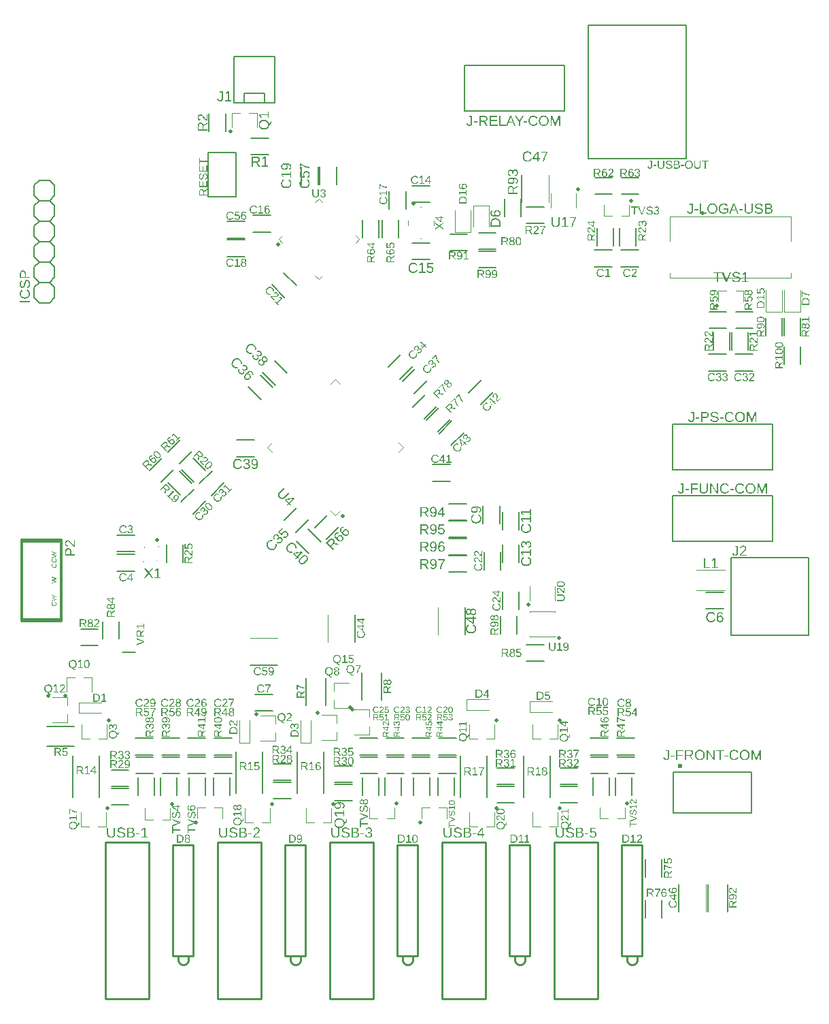
<source format=gto>
G04 EAGLE Gerber RS-274X export*
G75*
%MOMM*%
%FSLAX34Y34*%
%LPD*%
%INSilkscreen Top*%
%IPPOS*%
%AMOC8*
5,1,8,0,0,1.08239X$1,22.5*%
G01*
G04 Define Apertures*
%ADD10C,0.152400*%
%ADD11C,0.127000*%
%ADD12C,0.500000*%
%ADD13C,0.120000*%
%ADD14C,0.254000*%
%ADD15C,0.600000*%
G36*
X839423Y940940D02*
X839780Y940969D01*
X840126Y941018D01*
X840458Y941086D01*
X840779Y941173D01*
X841087Y941281D01*
X841382Y941407D01*
X841665Y941553D01*
X841933Y941718D01*
X842186Y941899D01*
X842422Y942097D01*
X842643Y942311D01*
X842847Y942543D01*
X843035Y942792D01*
X843207Y943057D01*
X843363Y943339D01*
X843502Y943636D01*
X843622Y943945D01*
X843724Y944265D01*
X843807Y944598D01*
X843872Y944943D01*
X843918Y945300D01*
X843946Y945669D01*
X843955Y946050D01*
X843946Y946432D01*
X843918Y946801D01*
X843873Y947158D01*
X843809Y947501D01*
X843727Y947832D01*
X843626Y948150D01*
X843507Y948454D01*
X843370Y948746D01*
X843216Y949023D01*
X843045Y949283D01*
X842858Y949526D01*
X842655Y949752D01*
X842435Y949961D01*
X842199Y950153D01*
X841947Y950328D01*
X841679Y950487D01*
X841396Y950627D01*
X841101Y950749D01*
X840793Y950851D01*
X840472Y950936D01*
X840140Y951001D01*
X839794Y951048D01*
X839437Y951076D01*
X839066Y951085D01*
X838504Y951065D01*
X837974Y951002D01*
X837476Y950898D01*
X837009Y950752D01*
X836574Y950564D01*
X836171Y950335D01*
X835799Y950064D01*
X835459Y949751D01*
X835156Y949401D01*
X834893Y949020D01*
X834670Y948605D01*
X834488Y948159D01*
X834346Y947680D01*
X834245Y947169D01*
X834184Y946625D01*
X834164Y946050D01*
X834173Y945667D01*
X834200Y945297D01*
X834245Y944938D01*
X834309Y944592D01*
X834391Y944258D01*
X834491Y943936D01*
X834609Y943626D01*
X834745Y943329D01*
X834899Y943046D01*
X835068Y942780D01*
X835254Y942531D01*
X835457Y942300D01*
X835676Y942086D01*
X835911Y941889D01*
X836162Y941709D01*
X836429Y941546D01*
X836712Y941402D01*
X837007Y941277D01*
X837315Y941171D01*
X837637Y941084D01*
X837971Y941017D01*
X838319Y940968D01*
X838679Y940940D01*
X839052Y940930D01*
X839423Y940940D01*
G37*
%LPC*%
G36*
X838649Y942033D02*
X838268Y942084D01*
X837909Y942169D01*
X837574Y942288D01*
X837261Y942441D01*
X836970Y942628D01*
X836703Y942849D01*
X836457Y943105D01*
X836238Y943389D01*
X836048Y943697D01*
X835888Y944029D01*
X835756Y944385D01*
X835654Y944766D01*
X835581Y945170D01*
X835537Y945598D01*
X835522Y946050D01*
X835537Y946504D01*
X835580Y946933D01*
X835652Y947335D01*
X835754Y947711D01*
X835884Y948062D01*
X836043Y948386D01*
X836230Y948684D01*
X836447Y948956D01*
X836690Y949199D01*
X836957Y949410D01*
X837249Y949588D01*
X837564Y949734D01*
X837904Y949847D01*
X838267Y949928D01*
X838655Y949977D01*
X839066Y949993D01*
X839475Y949976D01*
X839859Y949927D01*
X840220Y949845D01*
X840557Y949730D01*
X840871Y949582D01*
X841160Y949402D01*
X841426Y949188D01*
X841668Y948942D01*
X841884Y948667D01*
X842071Y948368D01*
X842230Y948043D01*
X842359Y947694D01*
X842460Y947320D01*
X842532Y946921D01*
X842575Y946498D01*
X842589Y946050D01*
X842575Y945582D01*
X842532Y945141D01*
X842461Y944728D01*
X842361Y944342D01*
X842232Y943983D01*
X842075Y943651D01*
X841890Y943347D01*
X841675Y943070D01*
X841434Y942823D01*
X841169Y942608D01*
X840878Y942427D01*
X840563Y942279D01*
X840222Y942164D01*
X839857Y942081D01*
X839467Y942032D01*
X839052Y942016D01*
X838649Y942033D01*
G37*
%LPD*%
G36*
X824739Y941081D02*
X825131Y941116D01*
X825500Y941173D01*
X825845Y941253D01*
X826167Y941356D01*
X826465Y941482D01*
X826740Y941630D01*
X826992Y941802D01*
X827217Y941994D01*
X827412Y942204D01*
X827577Y942433D01*
X827712Y942680D01*
X827816Y942945D01*
X827891Y943229D01*
X827936Y943530D01*
X827951Y943851D01*
X827941Y944092D01*
X827912Y944323D01*
X827862Y944543D01*
X827792Y944753D01*
X827702Y944952D01*
X827593Y945141D01*
X827463Y945319D01*
X827314Y945486D01*
X827224Y945569D01*
X827146Y945640D01*
X826962Y945778D01*
X826760Y945900D01*
X826542Y946007D01*
X826307Y946097D01*
X826055Y946172D01*
X825786Y946231D01*
X825500Y946274D01*
X825718Y946331D01*
X825923Y946400D01*
X826115Y946481D01*
X826295Y946575D01*
X826462Y946681D01*
X826616Y946799D01*
X826678Y946856D01*
X826758Y946930D01*
X826887Y947072D01*
X827002Y947225D01*
X827101Y947387D01*
X827186Y947558D01*
X827255Y947738D01*
X827308Y947926D01*
X827346Y948123D01*
X827369Y948329D01*
X827377Y948543D01*
X827364Y948833D01*
X827323Y949104D01*
X827255Y949357D01*
X827160Y949591D01*
X827038Y949806D01*
X826889Y950003D01*
X826712Y950180D01*
X826509Y950340D01*
X826278Y950480D01*
X826020Y950601D01*
X825735Y950704D01*
X825423Y950789D01*
X825084Y950854D01*
X824717Y950901D01*
X824324Y950929D01*
X823903Y950938D01*
X820317Y950938D01*
X820317Y941070D01*
X824323Y941070D01*
X824739Y941081D01*
G37*
%LPC*%
G36*
X821655Y942142D02*
X821655Y945700D01*
X824148Y945700D01*
X824445Y945693D01*
X824723Y945672D01*
X824981Y945638D01*
X825221Y945591D01*
X825441Y945529D01*
X825642Y945454D01*
X825824Y945366D01*
X825987Y945264D01*
X826130Y945148D01*
X826255Y945018D01*
X826360Y944875D01*
X826446Y944719D01*
X826513Y944548D01*
X826561Y944364D01*
X826590Y944167D01*
X826600Y943956D01*
X826591Y943737D01*
X826565Y943532D01*
X826521Y943341D01*
X826460Y943164D01*
X826381Y943001D01*
X826284Y942852D01*
X826171Y942718D01*
X826039Y942597D01*
X825889Y942490D01*
X825718Y942398D01*
X825526Y942319D01*
X825313Y942255D01*
X825079Y942206D01*
X824825Y942170D01*
X824549Y942149D01*
X824253Y942142D01*
X821655Y942142D01*
G37*
G36*
X821655Y946743D02*
X821655Y949867D01*
X823903Y949867D01*
X824391Y949845D01*
X824817Y949781D01*
X825007Y949733D01*
X825182Y949674D01*
X825342Y949604D01*
X825486Y949524D01*
X825614Y949431D01*
X825725Y949324D01*
X825819Y949202D01*
X825896Y949067D01*
X825956Y948917D01*
X825998Y948753D01*
X826024Y948574D01*
X826032Y948382D01*
X826024Y948180D01*
X825999Y947992D01*
X825958Y947817D01*
X825900Y947656D01*
X825826Y947508D01*
X825735Y947374D01*
X825627Y947253D01*
X825504Y947146D01*
X825363Y947051D01*
X825205Y946970D01*
X825031Y946900D01*
X824839Y946844D01*
X824631Y946800D01*
X824405Y946768D01*
X824163Y946749D01*
X823903Y946743D01*
X821655Y946743D01*
G37*
%LPD*%
G36*
X814882Y940942D02*
X815326Y940977D01*
X815743Y941035D01*
X816133Y941117D01*
X816495Y941223D01*
X816830Y941351D01*
X817138Y941504D01*
X817419Y941679D01*
X817669Y941876D01*
X817886Y942093D01*
X818070Y942328D01*
X818220Y942583D01*
X818337Y942857D01*
X818420Y943150D01*
X818470Y943463D01*
X818487Y943794D01*
X818478Y944055D01*
X818449Y944299D01*
X818402Y944525D01*
X818336Y944733D01*
X818254Y944926D01*
X818157Y945106D01*
X818045Y945273D01*
X817920Y945426D01*
X817630Y945698D01*
X817293Y945924D01*
X816919Y946114D01*
X816519Y946277D01*
X816096Y946417D01*
X815654Y946536D01*
X814747Y946750D01*
X814124Y946895D01*
X813614Y947028D01*
X813217Y947149D01*
X812933Y947258D01*
X812719Y947367D01*
X812531Y947487D01*
X812370Y947619D01*
X812236Y947762D01*
X812130Y947921D01*
X812055Y948099D01*
X812010Y948297D01*
X811994Y948515D01*
X812004Y948703D01*
X812033Y948880D01*
X812082Y949044D01*
X812150Y949196D01*
X812238Y949336D01*
X812345Y949464D01*
X812472Y949581D01*
X812618Y949685D01*
X812782Y949777D01*
X812964Y949856D01*
X813164Y949924D01*
X813381Y949979D01*
X813616Y950022D01*
X813868Y950052D01*
X814138Y950071D01*
X814425Y950077D01*
X814935Y950055D01*
X815386Y949988D01*
X815590Y949939D01*
X815779Y949878D01*
X815953Y949806D01*
X816113Y949723D01*
X816259Y949628D01*
X816393Y949519D01*
X816514Y949397D01*
X816624Y949262D01*
X816721Y949113D01*
X816806Y948950D01*
X816879Y948774D01*
X816939Y948585D01*
X818256Y948816D01*
X818158Y949115D01*
X818044Y949391D01*
X817913Y949644D01*
X817766Y949875D01*
X817601Y950083D01*
X817421Y950268D01*
X817223Y950431D01*
X817009Y950571D01*
X816774Y950691D01*
X816515Y950796D01*
X816231Y950884D01*
X815922Y950957D01*
X815588Y951013D01*
X815230Y951053D01*
X814847Y951077D01*
X814439Y951085D01*
X814000Y951075D01*
X813588Y951043D01*
X813201Y950989D01*
X812841Y950914D01*
X812507Y950817D01*
X812199Y950699D01*
X811917Y950560D01*
X811662Y950399D01*
X811434Y950218D01*
X811237Y950020D01*
X811071Y949803D01*
X810934Y949567D01*
X810828Y949314D01*
X810752Y949042D01*
X810707Y948753D01*
X810692Y948445D01*
X810703Y948176D01*
X810738Y947923D01*
X810796Y947686D01*
X810877Y947464D01*
X810980Y947258D01*
X811104Y947064D01*
X811248Y946885D01*
X811413Y946719D01*
X811604Y946563D01*
X811827Y946415D01*
X812082Y946274D01*
X812369Y946141D01*
X812707Y946011D01*
X813116Y945882D01*
X813595Y945752D01*
X814145Y945622D01*
X815370Y945335D01*
X815885Y945186D01*
X816323Y945006D01*
X816511Y944902D01*
X816677Y944784D01*
X816821Y944653D01*
X816943Y944509D01*
X817039Y944347D01*
X817108Y944162D01*
X817149Y943955D01*
X817163Y943724D01*
X817152Y943516D01*
X817119Y943320D01*
X817064Y943137D01*
X816987Y942967D01*
X816888Y942810D01*
X816767Y942667D01*
X816624Y942536D01*
X816459Y942418D01*
X816274Y942314D01*
X816070Y942224D01*
X815848Y942147D01*
X815608Y942085D01*
X815348Y942036D01*
X815071Y942001D01*
X814774Y941980D01*
X814460Y941973D01*
X814155Y941980D01*
X813866Y942000D01*
X813593Y942032D01*
X813337Y942078D01*
X813098Y942136D01*
X812875Y942208D01*
X812668Y942293D01*
X812478Y942390D01*
X812303Y942502D01*
X812145Y942628D01*
X812002Y942769D01*
X811875Y942925D01*
X811764Y943096D01*
X811669Y943281D01*
X811589Y943481D01*
X811525Y943696D01*
X810229Y943437D01*
X810313Y943134D01*
X810420Y942850D01*
X810551Y942585D01*
X810706Y942340D01*
X810885Y942115D01*
X811087Y941909D01*
X811312Y941723D01*
X811562Y941557D01*
X811835Y941410D01*
X812132Y941283D01*
X812453Y941175D01*
X812797Y941087D01*
X813165Y941018D01*
X813556Y940969D01*
X813972Y940940D01*
X814411Y940930D01*
X814882Y940942D01*
G37*
G36*
X804664Y940937D02*
X804964Y940959D01*
X805253Y940994D01*
X805532Y941045D01*
X805800Y941109D01*
X806058Y941188D01*
X806306Y941281D01*
X806543Y941389D01*
X806768Y941510D01*
X806981Y941644D01*
X807180Y941790D01*
X807366Y941950D01*
X807539Y942122D01*
X807698Y942307D01*
X807845Y942505D01*
X807979Y942716D01*
X808098Y942938D01*
X808201Y943171D01*
X808288Y943414D01*
X808359Y943667D01*
X808415Y943930D01*
X808455Y944204D01*
X808478Y944488D01*
X808486Y944782D01*
X808486Y950938D01*
X807156Y950938D01*
X807156Y944859D01*
X807144Y944521D01*
X807109Y944204D01*
X807052Y943908D01*
X806971Y943633D01*
X806867Y943378D01*
X806740Y943145D01*
X806590Y942932D01*
X806417Y942740D01*
X806223Y942571D01*
X806010Y942423D01*
X805779Y942299D01*
X805530Y942197D01*
X805262Y942117D01*
X804976Y942061D01*
X804671Y942027D01*
X804347Y942016D01*
X804033Y942026D01*
X803737Y942059D01*
X803461Y942114D01*
X803204Y942191D01*
X802966Y942289D01*
X802746Y942409D01*
X802546Y942552D01*
X802365Y942716D01*
X802204Y942901D01*
X802065Y943107D01*
X801947Y943333D01*
X801850Y943579D01*
X801775Y943846D01*
X801722Y944133D01*
X801689Y944440D01*
X801679Y944768D01*
X801679Y950938D01*
X800341Y950938D01*
X800341Y944656D01*
X800349Y944370D01*
X800372Y944095D01*
X800411Y943829D01*
X800465Y943574D01*
X800535Y943329D01*
X800621Y943093D01*
X800722Y942868D01*
X800838Y942653D01*
X800969Y942449D01*
X801112Y942258D01*
X801268Y942079D01*
X801437Y941912D01*
X801619Y941758D01*
X801813Y941617D01*
X802019Y941488D01*
X802239Y941371D01*
X802470Y941268D01*
X802710Y941178D01*
X802960Y941102D01*
X803220Y941040D01*
X803489Y940992D01*
X803768Y940958D01*
X804056Y940937D01*
X804354Y940930D01*
X804664Y940937D01*
G37*
G36*
X850070Y940937D02*
X850370Y940959D01*
X850659Y940994D01*
X850938Y941045D01*
X851206Y941109D01*
X851464Y941188D01*
X851712Y941281D01*
X851949Y941389D01*
X852175Y941510D01*
X852387Y941644D01*
X852586Y941790D01*
X852772Y941950D01*
X852945Y942122D01*
X853105Y942307D01*
X853251Y942505D01*
X853385Y942716D01*
X853504Y942938D01*
X853607Y943171D01*
X853694Y943414D01*
X853766Y943667D01*
X853821Y943930D01*
X853861Y944204D01*
X853885Y944488D01*
X853893Y944782D01*
X853893Y950938D01*
X852562Y950938D01*
X852562Y944859D01*
X852550Y944521D01*
X852516Y944204D01*
X852458Y943908D01*
X852377Y943633D01*
X852273Y943378D01*
X852146Y943145D01*
X851996Y942932D01*
X851823Y942740D01*
X851629Y942571D01*
X851417Y942423D01*
X851186Y942299D01*
X850936Y942197D01*
X850668Y942117D01*
X850382Y942061D01*
X850077Y942027D01*
X849753Y942016D01*
X849439Y942026D01*
X849144Y942059D01*
X848867Y942114D01*
X848610Y942191D01*
X848372Y942289D01*
X848153Y942409D01*
X847952Y942552D01*
X847771Y942716D01*
X847610Y942901D01*
X847471Y943107D01*
X847353Y943333D01*
X847257Y943579D01*
X847181Y943846D01*
X847128Y944133D01*
X847096Y944440D01*
X847085Y944768D01*
X847085Y950938D01*
X845747Y950938D01*
X845747Y944656D01*
X845755Y944370D01*
X845778Y944095D01*
X845817Y943829D01*
X845872Y943574D01*
X845941Y943329D01*
X846027Y943093D01*
X846128Y942868D01*
X846244Y942653D01*
X846375Y942449D01*
X846519Y942258D01*
X846675Y942079D01*
X846843Y941912D01*
X847025Y941758D01*
X847219Y941617D01*
X847426Y941488D01*
X847645Y941371D01*
X847876Y941268D01*
X848116Y941178D01*
X848366Y941102D01*
X848626Y941040D01*
X848895Y940992D01*
X849174Y940958D01*
X849462Y940937D01*
X849760Y940930D01*
X850070Y940937D01*
G37*
G36*
X860027Y949846D02*
X863417Y949846D01*
X863417Y950938D01*
X855307Y950938D01*
X855307Y949846D01*
X858696Y949846D01*
X858696Y941070D01*
X860027Y941070D01*
X860027Y949846D01*
G37*
G36*
X790795Y940943D02*
X791106Y940981D01*
X791399Y941046D01*
X791675Y941136D01*
X791932Y941251D01*
X792171Y941393D01*
X792392Y941560D01*
X792596Y941753D01*
X792778Y941968D01*
X792936Y942203D01*
X793069Y942456D01*
X793179Y942729D01*
X793264Y943021D01*
X793324Y943332D01*
X793361Y943662D01*
X793373Y944012D01*
X793373Y950938D01*
X790144Y950938D01*
X790144Y949846D01*
X792042Y949846D01*
X792042Y943984D01*
X792036Y943749D01*
X792016Y943529D01*
X791983Y943324D01*
X791937Y943133D01*
X791878Y942957D01*
X791806Y942796D01*
X791720Y942649D01*
X791622Y942516D01*
X791512Y942399D01*
X791393Y942297D01*
X791263Y942211D01*
X791125Y942141D01*
X790976Y942086D01*
X790818Y942047D01*
X790651Y942023D01*
X790473Y942016D01*
X790311Y942023D01*
X790155Y942044D01*
X790006Y942080D01*
X789864Y942129D01*
X789601Y942272D01*
X789367Y942471D01*
X789166Y942721D01*
X789004Y943015D01*
X788882Y943355D01*
X788799Y943738D01*
X787490Y943521D01*
X787556Y943208D01*
X787639Y942914D01*
X787737Y942641D01*
X787852Y942388D01*
X787982Y942155D01*
X788128Y941942D01*
X788290Y941750D01*
X788469Y941578D01*
X788663Y941426D01*
X788872Y941294D01*
X789098Y941183D01*
X789340Y941092D01*
X789598Y941021D01*
X789871Y940970D01*
X790161Y940940D01*
X790466Y940930D01*
X790795Y940943D01*
G37*
G36*
X798592Y945440D02*
X795090Y945440D01*
X795090Y944320D01*
X798592Y944320D01*
X798592Y945440D01*
G37*
G36*
X832842Y945440D02*
X829340Y945440D01*
X829340Y944320D01*
X832842Y944320D01*
X832842Y945440D01*
G37*
G36*
X903275Y625947D02*
X903722Y625984D01*
X904154Y626044D01*
X904570Y626130D01*
X904971Y626239D01*
X905356Y626373D01*
X905725Y626532D01*
X906079Y626714D01*
X906415Y626920D01*
X906730Y627146D01*
X907026Y627394D01*
X907302Y627662D01*
X907557Y627952D01*
X907792Y628263D01*
X908008Y628595D01*
X908203Y628948D01*
X908376Y629319D01*
X908526Y629705D01*
X908654Y630106D01*
X908758Y630522D01*
X908839Y630953D01*
X908897Y631400D01*
X908931Y631861D01*
X908943Y632337D01*
X908931Y632815D01*
X908897Y633277D01*
X908840Y633723D01*
X908760Y634153D01*
X908657Y634566D01*
X908531Y634963D01*
X908383Y635344D01*
X908211Y635709D01*
X908018Y636056D01*
X907805Y636381D01*
X907571Y636685D01*
X907317Y636967D01*
X907042Y637229D01*
X906747Y637469D01*
X906432Y637688D01*
X906096Y637886D01*
X905742Y638061D01*
X905373Y638213D01*
X904988Y638342D01*
X904588Y638448D01*
X904171Y638529D01*
X903740Y638588D01*
X903292Y638623D01*
X902829Y638635D01*
X902473Y638628D01*
X902127Y638609D01*
X901790Y638576D01*
X901464Y638530D01*
X901147Y638472D01*
X900840Y638400D01*
X900543Y638315D01*
X900256Y638218D01*
X899980Y638107D01*
X899712Y637983D01*
X899455Y637846D01*
X899208Y637696D01*
X898971Y637533D01*
X898744Y637357D01*
X898319Y636966D01*
X897939Y636529D01*
X897610Y636051D01*
X897464Y635797D01*
X897331Y635533D01*
X897211Y635259D01*
X897103Y634975D01*
X897008Y634680D01*
X896926Y634376D01*
X896857Y634061D01*
X896800Y633737D01*
X896755Y633402D01*
X896724Y633057D01*
X896705Y632702D01*
X896698Y632337D01*
X896710Y631859D01*
X896744Y631396D01*
X896801Y630947D01*
X896880Y630514D01*
X896982Y630097D01*
X897107Y629694D01*
X897255Y629307D01*
X897425Y628935D01*
X897617Y628581D01*
X897830Y628248D01*
X898062Y627938D01*
X898315Y627648D01*
X898589Y627380D01*
X898883Y627134D01*
X899197Y626909D01*
X899532Y626706D01*
X899885Y626525D01*
X900254Y626368D01*
X900640Y626236D01*
X901041Y626128D01*
X901460Y626043D01*
X901894Y625983D01*
X902345Y625947D01*
X902812Y625935D01*
X903275Y625947D01*
G37*
%LPC*%
G36*
X902307Y627314D02*
X901831Y627378D01*
X901382Y627484D01*
X900963Y627633D01*
X900571Y627824D01*
X900208Y628059D01*
X899873Y628335D01*
X899567Y628654D01*
X899293Y629010D01*
X899055Y629395D01*
X898854Y629811D01*
X898690Y630256D01*
X898562Y630731D01*
X898471Y631237D01*
X898416Y631772D01*
X898397Y632337D01*
X898416Y632906D01*
X898470Y633441D01*
X898560Y633945D01*
X898687Y634415D01*
X898849Y634853D01*
X899048Y635259D01*
X899283Y635632D01*
X899554Y635972D01*
X899858Y636276D01*
X900192Y636539D01*
X900556Y636762D01*
X900951Y636944D01*
X901375Y637086D01*
X901830Y637187D01*
X902314Y637248D01*
X902829Y637268D01*
X903340Y637248D01*
X903821Y637186D01*
X904272Y637084D01*
X904694Y636940D01*
X905086Y636755D01*
X905448Y636529D01*
X905780Y636263D01*
X906083Y635955D01*
X906353Y635611D01*
X906587Y635236D01*
X906785Y634830D01*
X906947Y634393D01*
X907073Y633926D01*
X907163Y633427D01*
X907217Y632898D01*
X907235Y632337D01*
X907217Y631752D01*
X907163Y631201D01*
X907074Y630684D01*
X906949Y630201D01*
X906788Y629753D01*
X906592Y629338D01*
X906360Y628957D01*
X906092Y628611D01*
X905791Y628302D01*
X905458Y628034D01*
X905095Y627807D01*
X904700Y627622D01*
X904275Y627478D01*
X903818Y627375D01*
X903331Y627313D01*
X902812Y627292D01*
X902307Y627314D01*
G37*
%LPD*%
G36*
X856118Y630918D02*
X859744Y630918D01*
X860222Y630935D01*
X860674Y630983D01*
X861100Y631064D01*
X861501Y631177D01*
X861877Y631322D01*
X862226Y631500D01*
X862550Y631710D01*
X862849Y631952D01*
X863117Y632222D01*
X863349Y632514D01*
X863546Y632828D01*
X863706Y633165D01*
X863831Y633524D01*
X863921Y633906D01*
X863974Y634310D01*
X863992Y634737D01*
X863974Y635167D01*
X863921Y635572D01*
X863832Y635952D01*
X863707Y636307D01*
X863547Y636637D01*
X863352Y636943D01*
X863120Y637223D01*
X862853Y637479D01*
X862554Y637706D01*
X862226Y637904D01*
X861868Y638071D01*
X861480Y638208D01*
X861064Y638314D01*
X860618Y638390D01*
X860143Y638436D01*
X859639Y638451D01*
X854445Y638451D01*
X854445Y626110D01*
X856118Y626110D01*
X856118Y630918D01*
G37*
%LPC*%
G36*
X856118Y632241D02*
X856118Y637111D01*
X859438Y637111D01*
X859785Y637101D01*
X860111Y637073D01*
X860414Y637027D01*
X860694Y636961D01*
X860953Y636877D01*
X861188Y636774D01*
X861401Y636653D01*
X861592Y636513D01*
X861760Y636354D01*
X861906Y636177D01*
X862030Y635981D01*
X862131Y635766D01*
X862209Y635532D01*
X862265Y635280D01*
X862299Y635009D01*
X862310Y634720D01*
X862299Y634419D01*
X862267Y634139D01*
X862212Y633877D01*
X862135Y633635D01*
X862037Y633413D01*
X861916Y633209D01*
X861774Y633025D01*
X861610Y632861D01*
X861424Y632715D01*
X861216Y632590D01*
X860986Y632483D01*
X860734Y632396D01*
X860460Y632328D01*
X860165Y632280D01*
X859847Y632251D01*
X859508Y632241D01*
X856118Y632241D01*
G37*
%LPD*%
G36*
X912747Y634343D02*
X912712Y635998D01*
X912685Y636971D01*
X912974Y636007D01*
X913465Y634518D01*
X916697Y626110D01*
X917870Y626110D01*
X921058Y634518D01*
X921235Y635003D01*
X921422Y635574D01*
X921829Y636971D01*
X921770Y635683D01*
X921750Y634343D01*
X921750Y626110D01*
X923257Y626110D01*
X923257Y638451D01*
X921111Y638451D01*
X917888Y629894D01*
X917773Y629577D01*
X917586Y628996D01*
X917401Y628373D01*
X917292Y627932D01*
X917078Y628786D01*
X916912Y629358D01*
X916741Y629894D01*
X913456Y638451D01*
X911258Y638451D01*
X911258Y626110D01*
X912747Y626110D01*
X912747Y634343D01*
G37*
G36*
X871575Y625950D02*
X872131Y625993D01*
X872652Y626067D01*
X873139Y626169D01*
X873593Y626301D01*
X874012Y626462D01*
X874397Y626652D01*
X874748Y626872D01*
X875061Y627118D01*
X875332Y627389D01*
X875562Y627683D01*
X875749Y628002D01*
X875896Y628345D01*
X876000Y628711D01*
X876062Y629102D01*
X876083Y629517D01*
X876072Y629843D01*
X876036Y630148D01*
X875977Y630430D01*
X875895Y630691D01*
X875792Y630932D01*
X875671Y631157D01*
X875531Y631366D01*
X875374Y631558D01*
X875200Y631735D01*
X875012Y631897D01*
X874808Y632046D01*
X874590Y632180D01*
X874123Y632417D01*
X873622Y632622D01*
X873093Y632797D01*
X872541Y632946D01*
X871406Y633213D01*
X870627Y633394D01*
X869990Y633560D01*
X869493Y633712D01*
X869138Y633848D01*
X868870Y633984D01*
X868635Y634135D01*
X868434Y634300D01*
X868266Y634479D01*
X868134Y634677D01*
X868040Y634900D01*
X867983Y635148D01*
X867964Y635420D01*
X867976Y635656D01*
X868013Y635876D01*
X868074Y636082D01*
X868159Y636272D01*
X868269Y636447D01*
X868403Y636608D01*
X868561Y636753D01*
X868744Y636883D01*
X868950Y636998D01*
X869177Y637098D01*
X869427Y637182D01*
X869698Y637251D01*
X869992Y637305D01*
X870307Y637343D01*
X870644Y637366D01*
X871003Y637373D01*
X871331Y637367D01*
X871641Y637346D01*
X871933Y637311D01*
X872206Y637263D01*
X872460Y637201D01*
X872697Y637125D01*
X872915Y637035D01*
X873114Y636931D01*
X873297Y636812D01*
X873465Y636676D01*
X873617Y636524D01*
X873754Y636354D01*
X873875Y636168D01*
X873981Y635965D01*
X874072Y635745D01*
X874148Y635508D01*
X875794Y635797D01*
X875672Y636170D01*
X875529Y636515D01*
X875366Y636832D01*
X875181Y637121D01*
X874976Y637381D01*
X874750Y637612D01*
X874503Y637816D01*
X874235Y637991D01*
X873942Y638142D01*
X873617Y638273D01*
X873262Y638383D01*
X872876Y638474D01*
X872458Y638544D01*
X872010Y638594D01*
X871531Y638625D01*
X871021Y638635D01*
X870472Y638621D01*
X869956Y638581D01*
X869473Y638514D01*
X869023Y638420D01*
X868605Y638299D01*
X868220Y638152D01*
X867868Y637978D01*
X867548Y637776D01*
X867264Y637550D01*
X867017Y637302D01*
X866809Y637030D01*
X866638Y636736D01*
X866506Y636419D01*
X866411Y636080D01*
X866354Y635718D01*
X866335Y635333D01*
X866350Y634997D01*
X866393Y634680D01*
X866466Y634384D01*
X866567Y634107D01*
X866696Y633848D01*
X866851Y633606D01*
X867031Y633382D01*
X867237Y633174D01*
X867476Y632979D01*
X867755Y632794D01*
X868074Y632618D01*
X868433Y632451D01*
X868856Y632289D01*
X869367Y632127D01*
X869966Y631965D01*
X870653Y631803D01*
X872186Y631444D01*
X872520Y631356D01*
X872830Y631258D01*
X873115Y631150D01*
X873377Y631032D01*
X873613Y630901D01*
X873820Y630754D01*
X874000Y630591D01*
X874152Y630410D01*
X874273Y630208D01*
X874359Y629977D01*
X874411Y629717D01*
X874428Y629429D01*
X874414Y629168D01*
X874373Y628923D01*
X874304Y628695D01*
X874208Y628482D01*
X874084Y628286D01*
X873933Y628107D01*
X873754Y627943D01*
X873548Y627796D01*
X873316Y627666D01*
X873061Y627553D01*
X872784Y627457D01*
X872483Y627379D01*
X872158Y627318D01*
X871811Y627275D01*
X871441Y627249D01*
X871047Y627240D01*
X870666Y627248D01*
X870304Y627272D01*
X869964Y627313D01*
X869644Y627370D01*
X869344Y627443D01*
X869065Y627533D01*
X868807Y627639D01*
X868569Y627761D01*
X868351Y627901D01*
X868153Y628059D01*
X867974Y628235D01*
X867815Y628430D01*
X867676Y628643D01*
X867557Y628875D01*
X867457Y629126D01*
X867377Y629394D01*
X865757Y629070D01*
X865862Y628691D01*
X865996Y628335D01*
X866160Y628005D01*
X866353Y627699D01*
X866576Y627417D01*
X866829Y627160D01*
X867111Y626927D01*
X867423Y626719D01*
X867765Y626535D01*
X868136Y626376D01*
X868537Y626241D01*
X868968Y626131D01*
X869428Y626045D01*
X869917Y625984D01*
X870437Y625947D01*
X870986Y625935D01*
X871575Y625950D01*
G37*
G36*
X890257Y625948D02*
X890691Y625987D01*
X891112Y626052D01*
X891519Y626143D01*
X891912Y626260D01*
X892292Y626403D01*
X892657Y626572D01*
X893009Y626767D01*
X893344Y626987D01*
X893660Y627231D01*
X893957Y627498D01*
X894234Y627789D01*
X894492Y628105D01*
X894731Y628444D01*
X894951Y628806D01*
X895151Y629193D01*
X893784Y629876D01*
X893616Y629565D01*
X893438Y629275D01*
X893250Y629004D01*
X893051Y628753D01*
X892843Y628523D01*
X892625Y628312D01*
X892396Y628122D01*
X892157Y627951D01*
X891909Y627801D01*
X891650Y627671D01*
X891381Y627561D01*
X891103Y627470D01*
X890814Y627400D01*
X890515Y627350D01*
X890206Y627320D01*
X889887Y627310D01*
X889394Y627331D01*
X888928Y627396D01*
X888487Y627504D01*
X888073Y627655D01*
X887685Y627849D01*
X887322Y628086D01*
X886987Y628366D01*
X886677Y628689D01*
X886399Y629048D01*
X886158Y629435D01*
X885954Y629849D01*
X885787Y630291D01*
X885657Y630761D01*
X885564Y631259D01*
X885509Y631784D01*
X885490Y632337D01*
X885508Y632896D01*
X885561Y633424D01*
X885650Y633921D01*
X885775Y634388D01*
X885935Y634824D01*
X886131Y635230D01*
X886362Y635605D01*
X886629Y635950D01*
X886928Y636259D01*
X887255Y636527D01*
X887611Y636753D01*
X887995Y636939D01*
X888408Y637083D01*
X888849Y637186D01*
X889319Y637248D01*
X889817Y637268D01*
X890137Y637259D01*
X890447Y637233D01*
X890746Y637188D01*
X891033Y637126D01*
X891309Y637046D01*
X891575Y636948D01*
X891829Y636833D01*
X892072Y636699D01*
X892302Y636549D01*
X892515Y636383D01*
X892712Y636201D01*
X892892Y636003D01*
X893056Y635789D01*
X893204Y635559D01*
X893336Y635314D01*
X893452Y635052D01*
X895037Y635578D01*
X894870Y635945D01*
X894682Y636289D01*
X894472Y636610D01*
X894240Y636907D01*
X893986Y637181D01*
X893710Y637432D01*
X893412Y637660D01*
X893092Y637864D01*
X892752Y638045D01*
X892391Y638201D01*
X892009Y638334D01*
X891608Y638442D01*
X891186Y638526D01*
X890744Y638587D01*
X890282Y638623D01*
X889799Y638635D01*
X889452Y638628D01*
X889113Y638609D01*
X888785Y638576D01*
X888466Y638530D01*
X888156Y638471D01*
X887856Y638399D01*
X887566Y638315D01*
X887286Y638216D01*
X887014Y638105D01*
X886753Y637981D01*
X886501Y637844D01*
X886259Y637694D01*
X885803Y637354D01*
X885385Y636962D01*
X885011Y636524D01*
X884688Y636045D01*
X884414Y635527D01*
X884295Y635253D01*
X884189Y634969D01*
X884096Y634675D01*
X884015Y634371D01*
X883947Y634057D01*
X883891Y633733D01*
X883847Y633399D01*
X883816Y633055D01*
X883797Y632701D01*
X883791Y632337D01*
X883802Y631853D01*
X883836Y631385D01*
X883891Y630934D01*
X883969Y630499D01*
X884070Y630081D01*
X884192Y629679D01*
X884337Y629294D01*
X884505Y628926D01*
X884693Y628576D01*
X884902Y628247D01*
X885131Y627939D01*
X885381Y627652D01*
X885650Y627385D01*
X885940Y627139D01*
X886250Y626914D01*
X886580Y626710D01*
X886929Y626528D01*
X887293Y626371D01*
X887673Y626238D01*
X888068Y626129D01*
X888480Y626044D01*
X888907Y625983D01*
X889349Y625947D01*
X889808Y625935D01*
X890257Y625948D01*
G37*
G36*
X842450Y625951D02*
X842839Y625999D01*
X843206Y626080D01*
X843550Y626192D01*
X843871Y626337D01*
X844171Y626514D01*
X844447Y626723D01*
X844702Y626964D01*
X844929Y627233D01*
X845127Y627526D01*
X845294Y627844D01*
X845431Y628185D01*
X845537Y628550D01*
X845613Y628939D01*
X845659Y629352D01*
X845674Y629789D01*
X845674Y638451D01*
X841636Y638451D01*
X841636Y637084D01*
X844010Y637084D01*
X844010Y629754D01*
X844001Y629460D01*
X843977Y629186D01*
X843936Y628929D01*
X843878Y628690D01*
X843804Y628470D01*
X843714Y628268D01*
X843607Y628084D01*
X843484Y627919D01*
X843347Y627772D01*
X843197Y627645D01*
X843036Y627537D01*
X842862Y627449D01*
X842677Y627380D01*
X842479Y627332D01*
X842269Y627302D01*
X842048Y627292D01*
X841844Y627301D01*
X841649Y627328D01*
X841463Y627372D01*
X841286Y627435D01*
X841117Y627515D01*
X840957Y627613D01*
X840806Y627728D01*
X840664Y627862D01*
X840532Y628011D01*
X840413Y628174D01*
X840305Y628352D01*
X840211Y628543D01*
X840128Y628748D01*
X840058Y628967D01*
X840000Y629200D01*
X839954Y629447D01*
X838317Y629175D01*
X838400Y628783D01*
X838503Y628416D01*
X838626Y628074D01*
X838769Y627758D01*
X838932Y627467D01*
X839115Y627201D01*
X839318Y626960D01*
X839541Y626745D01*
X839783Y626555D01*
X840046Y626391D01*
X840328Y626251D01*
X840630Y626137D01*
X840953Y626049D01*
X841295Y625985D01*
X841657Y625948D01*
X842039Y625935D01*
X842450Y625951D01*
G37*
G36*
X852181Y631575D02*
X847802Y631575D01*
X847802Y630174D01*
X852181Y630174D01*
X852181Y631575D01*
G37*
G36*
X882088Y631575D02*
X877708Y631575D01*
X877708Y630174D01*
X882088Y630174D01*
X882088Y631575D01*
G37*
G36*
X916244Y537047D02*
X916691Y537084D01*
X917123Y537144D01*
X917539Y537230D01*
X917939Y537339D01*
X918324Y537473D01*
X918694Y537632D01*
X919047Y537814D01*
X919383Y538020D01*
X919699Y538246D01*
X919995Y538494D01*
X920270Y538762D01*
X920526Y539052D01*
X920761Y539363D01*
X920976Y539695D01*
X921171Y540048D01*
X921345Y540419D01*
X921495Y540805D01*
X921622Y541206D01*
X921727Y541622D01*
X921807Y542053D01*
X921865Y542500D01*
X921900Y542961D01*
X921912Y543437D01*
X921900Y543915D01*
X921866Y544377D01*
X921809Y544823D01*
X921729Y545253D01*
X921626Y545666D01*
X921500Y546063D01*
X921352Y546444D01*
X921180Y546809D01*
X920987Y547156D01*
X920774Y547481D01*
X920540Y547785D01*
X920286Y548067D01*
X920011Y548329D01*
X919716Y548569D01*
X919401Y548788D01*
X919065Y548986D01*
X918711Y549161D01*
X918342Y549313D01*
X917957Y549442D01*
X917556Y549548D01*
X917140Y549629D01*
X916708Y549688D01*
X916261Y549723D01*
X915798Y549735D01*
X915442Y549728D01*
X915095Y549709D01*
X914759Y549676D01*
X914432Y549630D01*
X914116Y549572D01*
X913809Y549500D01*
X913512Y549415D01*
X913225Y549318D01*
X912948Y549207D01*
X912681Y549083D01*
X912424Y548946D01*
X912177Y548796D01*
X911940Y548633D01*
X911712Y548457D01*
X911287Y548066D01*
X910908Y547629D01*
X910579Y547151D01*
X910433Y546897D01*
X910300Y546633D01*
X910180Y546359D01*
X910072Y546075D01*
X909977Y545780D01*
X909895Y545476D01*
X909825Y545161D01*
X909768Y544837D01*
X909724Y544502D01*
X909692Y544157D01*
X909673Y543802D01*
X909667Y543437D01*
X909678Y542959D01*
X909713Y542496D01*
X909769Y542047D01*
X909849Y541614D01*
X909951Y541197D01*
X910076Y540794D01*
X910224Y540407D01*
X910394Y540035D01*
X910586Y539681D01*
X910798Y539348D01*
X911031Y539038D01*
X911284Y538748D01*
X911558Y538480D01*
X911852Y538234D01*
X912166Y538009D01*
X912500Y537806D01*
X912853Y537625D01*
X913223Y537468D01*
X913608Y537336D01*
X914010Y537228D01*
X914428Y537143D01*
X914863Y537083D01*
X915314Y537047D01*
X915781Y537035D01*
X916244Y537047D01*
G37*
%LPC*%
G36*
X915276Y538414D02*
X914799Y538478D01*
X914351Y538584D01*
X913931Y538733D01*
X913540Y538924D01*
X913177Y539159D01*
X912842Y539435D01*
X912536Y539754D01*
X912261Y540110D01*
X912024Y540495D01*
X911823Y540911D01*
X911659Y541356D01*
X911531Y541831D01*
X911439Y542337D01*
X911385Y542872D01*
X911366Y543437D01*
X911384Y544006D01*
X911438Y544541D01*
X911529Y545045D01*
X911655Y545515D01*
X911818Y545953D01*
X912017Y546359D01*
X912251Y546732D01*
X912522Y547072D01*
X912826Y547376D01*
X913161Y547639D01*
X913525Y547862D01*
X913919Y548044D01*
X914344Y548186D01*
X914798Y548287D01*
X915283Y548348D01*
X915798Y548368D01*
X916309Y548348D01*
X916790Y548286D01*
X917241Y548184D01*
X917663Y548040D01*
X918054Y547855D01*
X918417Y547629D01*
X918749Y547363D01*
X919052Y547055D01*
X919322Y546711D01*
X919556Y546336D01*
X919754Y545930D01*
X919916Y545493D01*
X920042Y545026D01*
X920132Y544527D01*
X920186Y543998D01*
X920204Y543437D01*
X920186Y542852D01*
X920132Y542301D01*
X920043Y541784D01*
X919918Y541301D01*
X919757Y540853D01*
X919561Y540438D01*
X919329Y540057D01*
X919061Y539711D01*
X918759Y539402D01*
X918427Y539134D01*
X918064Y538907D01*
X917669Y538722D01*
X917244Y538578D01*
X916787Y538475D01*
X916299Y538413D01*
X915781Y538392D01*
X915276Y538414D01*
G37*
%LPD*%
G36*
X925715Y545443D02*
X925680Y547098D01*
X925654Y548071D01*
X925943Y547107D01*
X926434Y545618D01*
X929665Y537210D01*
X930839Y537210D01*
X934027Y545618D01*
X934204Y546103D01*
X934391Y546674D01*
X934798Y548071D01*
X934739Y546783D01*
X934719Y545443D01*
X934719Y537210D01*
X936226Y537210D01*
X936226Y549551D01*
X934080Y549551D01*
X930857Y540994D01*
X930742Y540677D01*
X930554Y540096D01*
X930369Y539473D01*
X930261Y539032D01*
X930046Y539886D01*
X929881Y540458D01*
X929709Y540994D01*
X926425Y549551D01*
X924226Y549551D01*
X924226Y537210D01*
X925715Y537210D01*
X925715Y545443D01*
G37*
G36*
X866903Y545408D02*
X866859Y546871D01*
X866815Y547720D01*
X873419Y537210D01*
X875434Y537210D01*
X875434Y549551D01*
X873927Y549551D01*
X873927Y541458D01*
X873954Y540451D01*
X874032Y538970D01*
X867358Y549551D01*
X865414Y549551D01*
X865414Y537210D01*
X866903Y537210D01*
X866903Y545408D01*
G37*
G36*
X857764Y537044D02*
X858139Y537071D01*
X858500Y537116D01*
X858849Y537178D01*
X859184Y537259D01*
X859507Y537358D01*
X859817Y537474D01*
X860113Y537609D01*
X860395Y537760D01*
X860661Y537927D01*
X860910Y538111D01*
X861142Y538310D01*
X861359Y538526D01*
X861558Y538757D01*
X861742Y539005D01*
X861909Y539268D01*
X862058Y539546D01*
X862187Y539837D01*
X862296Y540141D01*
X862385Y540457D01*
X862454Y540787D01*
X862504Y541129D01*
X862534Y541484D01*
X862544Y541852D01*
X862544Y549551D01*
X860880Y549551D01*
X860880Y541948D01*
X860865Y541526D01*
X860822Y541129D01*
X860750Y540759D01*
X860649Y540415D01*
X860519Y540096D01*
X860360Y539804D01*
X860172Y539539D01*
X859956Y539299D01*
X859713Y539086D01*
X859447Y538902D01*
X859159Y538747D01*
X858847Y538619D01*
X858512Y538520D01*
X858153Y538449D01*
X857772Y538407D01*
X857367Y538392D01*
X856974Y538406D01*
X856605Y538447D01*
X856259Y538516D01*
X855938Y538611D01*
X855640Y538735D01*
X855366Y538885D01*
X855115Y539063D01*
X854889Y539268D01*
X854688Y539500D01*
X854513Y539757D01*
X854366Y540040D01*
X854245Y540348D01*
X854151Y540681D01*
X854084Y541040D01*
X854044Y541425D01*
X854030Y541835D01*
X854030Y549551D01*
X852358Y549551D01*
X852358Y541694D01*
X852367Y541337D01*
X852396Y540993D01*
X852445Y540661D01*
X852513Y540341D01*
X852601Y540034D01*
X852707Y539740D01*
X852834Y539458D01*
X852979Y539189D01*
X853143Y538934D01*
X853322Y538695D01*
X853517Y538471D01*
X853728Y538263D01*
X853955Y538071D01*
X854198Y537894D01*
X854457Y537732D01*
X854731Y537587D01*
X855020Y537457D01*
X855320Y537345D01*
X855633Y537250D01*
X855957Y537173D01*
X856294Y537112D01*
X856643Y537069D01*
X857003Y537043D01*
X857376Y537035D01*
X857764Y537044D01*
G37*
G36*
X884288Y537048D02*
X884723Y537087D01*
X885143Y537152D01*
X885550Y537243D01*
X885944Y537360D01*
X886323Y537503D01*
X886689Y537672D01*
X887041Y537867D01*
X887376Y538087D01*
X887692Y538331D01*
X887988Y538598D01*
X888266Y538889D01*
X888524Y539205D01*
X888762Y539544D01*
X888982Y539906D01*
X889182Y540293D01*
X887816Y540976D01*
X887647Y540665D01*
X887469Y540375D01*
X887281Y540104D01*
X887083Y539853D01*
X886874Y539623D01*
X886656Y539412D01*
X886427Y539222D01*
X886189Y539051D01*
X885940Y538901D01*
X885681Y538771D01*
X885413Y538661D01*
X885134Y538570D01*
X884845Y538500D01*
X884546Y538450D01*
X884237Y538420D01*
X883918Y538410D01*
X883425Y538431D01*
X882959Y538496D01*
X882518Y538604D01*
X882104Y538755D01*
X881716Y538949D01*
X881354Y539186D01*
X881018Y539466D01*
X880708Y539789D01*
X880430Y540148D01*
X880189Y540535D01*
X879985Y540949D01*
X879818Y541391D01*
X879688Y541861D01*
X879595Y542359D01*
X879540Y542884D01*
X879521Y543437D01*
X879539Y543996D01*
X879592Y544524D01*
X879681Y545021D01*
X879806Y545488D01*
X879966Y545924D01*
X880162Y546330D01*
X880393Y546705D01*
X880660Y547050D01*
X880959Y547359D01*
X881286Y547627D01*
X881642Y547853D01*
X882026Y548039D01*
X882439Y548183D01*
X882880Y548286D01*
X883350Y548348D01*
X883848Y548368D01*
X884169Y548359D01*
X884478Y548333D01*
X884777Y548288D01*
X885064Y548226D01*
X885341Y548146D01*
X885606Y548048D01*
X885860Y547933D01*
X886103Y547799D01*
X886333Y547649D01*
X886546Y547483D01*
X886743Y547301D01*
X886923Y547103D01*
X887088Y546889D01*
X887236Y546659D01*
X887367Y546414D01*
X887483Y546152D01*
X889068Y546678D01*
X888902Y547045D01*
X888713Y547389D01*
X888503Y547710D01*
X888271Y548007D01*
X888017Y548281D01*
X887741Y548532D01*
X887443Y548760D01*
X887124Y548964D01*
X886783Y549145D01*
X886422Y549301D01*
X886041Y549434D01*
X885639Y549542D01*
X885217Y549626D01*
X884775Y549687D01*
X884313Y549723D01*
X883831Y549735D01*
X883483Y549728D01*
X883145Y549709D01*
X882816Y549676D01*
X882497Y549630D01*
X882188Y549571D01*
X881888Y549499D01*
X881597Y549415D01*
X881317Y549316D01*
X881046Y549205D01*
X880784Y549081D01*
X880532Y548944D01*
X880290Y548794D01*
X879834Y548454D01*
X879416Y548062D01*
X879043Y547624D01*
X878719Y547145D01*
X878445Y546627D01*
X878327Y546353D01*
X878221Y546069D01*
X878127Y545775D01*
X878046Y545471D01*
X877978Y545157D01*
X877922Y544833D01*
X877878Y544499D01*
X877847Y544155D01*
X877828Y543801D01*
X877822Y543437D01*
X877833Y542953D01*
X877867Y542485D01*
X877923Y542034D01*
X878001Y541599D01*
X878101Y541181D01*
X878224Y540779D01*
X878369Y540394D01*
X878536Y540026D01*
X878725Y539676D01*
X878933Y539347D01*
X879162Y539039D01*
X879412Y538752D01*
X879681Y538485D01*
X879971Y538239D01*
X880281Y538014D01*
X880612Y537810D01*
X880960Y537628D01*
X881324Y537471D01*
X881704Y537338D01*
X882100Y537229D01*
X882511Y537144D01*
X882938Y537083D01*
X883381Y537047D01*
X883839Y537035D01*
X884288Y537048D01*
G37*
G36*
X903225Y537048D02*
X903660Y537087D01*
X904081Y537152D01*
X904488Y537243D01*
X904881Y537360D01*
X905261Y537503D01*
X905626Y537672D01*
X905978Y537867D01*
X906313Y538087D01*
X906629Y538331D01*
X906926Y538598D01*
X907203Y538889D01*
X907461Y539205D01*
X907700Y539544D01*
X907919Y539906D01*
X908119Y540293D01*
X906753Y540976D01*
X906585Y540665D01*
X906407Y540375D01*
X906218Y540104D01*
X906020Y539853D01*
X905812Y539623D01*
X905593Y539412D01*
X905365Y539222D01*
X905126Y539051D01*
X904878Y538901D01*
X904619Y538771D01*
X904350Y538661D01*
X904071Y538570D01*
X903783Y538500D01*
X903484Y538450D01*
X903175Y538420D01*
X902856Y538410D01*
X902363Y538431D01*
X901896Y538496D01*
X901456Y538604D01*
X901041Y538755D01*
X900653Y538949D01*
X900291Y539186D01*
X899955Y539466D01*
X899646Y539789D01*
X899367Y540148D01*
X899126Y540535D01*
X898922Y540949D01*
X898755Y541391D01*
X898626Y541861D01*
X898533Y542359D01*
X898477Y542884D01*
X898459Y543437D01*
X898477Y543996D01*
X898530Y544524D01*
X898619Y545021D01*
X898743Y545488D01*
X898904Y545924D01*
X899099Y546330D01*
X899331Y546705D01*
X899597Y547050D01*
X899896Y547359D01*
X900224Y547627D01*
X900579Y547853D01*
X900964Y548039D01*
X901376Y548183D01*
X901818Y548286D01*
X902287Y548348D01*
X902786Y548368D01*
X903106Y548359D01*
X903416Y548333D01*
X903714Y548288D01*
X904002Y548226D01*
X904278Y548146D01*
X904544Y548048D01*
X904798Y547933D01*
X905041Y547799D01*
X905270Y547649D01*
X905483Y547483D01*
X905680Y547301D01*
X905861Y547103D01*
X906025Y546889D01*
X906173Y546659D01*
X906305Y546414D01*
X906420Y546152D01*
X908006Y546678D01*
X907839Y547045D01*
X907651Y547389D01*
X907441Y547710D01*
X907209Y548007D01*
X906955Y548281D01*
X906679Y548532D01*
X906381Y548760D01*
X906061Y548964D01*
X905720Y549145D01*
X905359Y549301D01*
X904978Y549434D01*
X904577Y549542D01*
X904155Y549626D01*
X903713Y549687D01*
X903251Y549723D01*
X902768Y549735D01*
X902420Y549728D01*
X902082Y549709D01*
X901754Y549676D01*
X901435Y549630D01*
X901125Y549571D01*
X900825Y549499D01*
X900535Y549415D01*
X900254Y549316D01*
X899983Y549205D01*
X899722Y549081D01*
X899470Y548944D01*
X899227Y548794D01*
X898771Y548454D01*
X898354Y548062D01*
X897980Y547624D01*
X897656Y547145D01*
X897382Y546627D01*
X897264Y546353D01*
X897158Y546069D01*
X897065Y545775D01*
X896984Y545471D01*
X896915Y545157D01*
X896859Y544833D01*
X896816Y544499D01*
X896785Y544155D01*
X896766Y543801D01*
X896760Y543437D01*
X896771Y542953D01*
X896804Y542485D01*
X896860Y542034D01*
X896938Y541599D01*
X897038Y541181D01*
X897161Y540779D01*
X897306Y540394D01*
X897473Y540026D01*
X897662Y539676D01*
X897871Y539347D01*
X898100Y539039D01*
X898349Y538752D01*
X898619Y538485D01*
X898909Y538239D01*
X899219Y538014D01*
X899549Y537810D01*
X899898Y537628D01*
X900262Y537471D01*
X900642Y537338D01*
X901037Y537229D01*
X901448Y537144D01*
X901875Y537083D01*
X902318Y537047D01*
X902777Y537035D01*
X903225Y537048D01*
G37*
G36*
X843149Y542211D02*
X850034Y542211D01*
X850034Y543595D01*
X843149Y543595D01*
X843149Y548184D01*
X850244Y548184D01*
X850244Y549551D01*
X841476Y549551D01*
X841476Y537210D01*
X843149Y537210D01*
X843149Y542211D01*
G37*
G36*
X829482Y537051D02*
X829870Y537099D01*
X830237Y537180D01*
X830581Y537292D01*
X830903Y537437D01*
X831202Y537614D01*
X831478Y537823D01*
X831733Y538064D01*
X831961Y538333D01*
X832158Y538626D01*
X832325Y538944D01*
X832462Y539285D01*
X832568Y539650D01*
X832644Y540039D01*
X832690Y540452D01*
X832705Y540889D01*
X832705Y549551D01*
X828667Y549551D01*
X828667Y548184D01*
X831041Y548184D01*
X831041Y540854D01*
X831033Y540560D01*
X831008Y540286D01*
X830967Y540029D01*
X830909Y539790D01*
X830836Y539570D01*
X830745Y539368D01*
X830638Y539184D01*
X830515Y539019D01*
X830378Y538872D01*
X830228Y538745D01*
X830067Y538637D01*
X829893Y538549D01*
X829708Y538480D01*
X829510Y538432D01*
X829301Y538402D01*
X829079Y538392D01*
X828875Y538401D01*
X828680Y538428D01*
X828494Y538472D01*
X828317Y538535D01*
X828148Y538615D01*
X827988Y538713D01*
X827837Y538828D01*
X827695Y538962D01*
X827563Y539111D01*
X827444Y539274D01*
X827337Y539452D01*
X827242Y539643D01*
X827159Y539848D01*
X827089Y540067D01*
X827031Y540300D01*
X826986Y540547D01*
X825348Y540275D01*
X825431Y539883D01*
X825534Y539516D01*
X825657Y539174D01*
X825800Y538858D01*
X825963Y538567D01*
X826146Y538301D01*
X826349Y538060D01*
X826572Y537845D01*
X826814Y537655D01*
X827077Y537491D01*
X827359Y537351D01*
X827662Y537237D01*
X827984Y537149D01*
X828326Y537085D01*
X828688Y537048D01*
X829070Y537035D01*
X829482Y537051D01*
G37*
G36*
X839213Y542675D02*
X834833Y542675D01*
X834833Y541274D01*
X839213Y541274D01*
X839213Y542675D01*
G37*
G36*
X895056Y542675D02*
X890677Y542675D01*
X890677Y541274D01*
X895056Y541274D01*
X895056Y542675D01*
G37*
G36*
X310462Y989667D02*
X310907Y989698D01*
X311338Y989749D01*
X311756Y989822D01*
X312158Y989915D01*
X312547Y990028D01*
X312922Y990163D01*
X313283Y990318D01*
X313627Y990492D01*
X313951Y990686D01*
X314256Y990897D01*
X314542Y991128D01*
X314808Y991377D01*
X315055Y991645D01*
X315282Y991931D01*
X315490Y992236D01*
X315677Y992558D01*
X315842Y992894D01*
X315985Y993246D01*
X316106Y993612D01*
X316205Y993993D01*
X316282Y994390D01*
X316337Y994801D01*
X316370Y995227D01*
X316792Y995368D01*
X317183Y995518D01*
X317543Y995678D01*
X317871Y995848D01*
X318168Y996027D01*
X318434Y996216D01*
X318668Y996415D01*
X318871Y996624D01*
X319046Y996845D01*
X319198Y997080D01*
X319327Y997330D01*
X319432Y997595D01*
X319514Y997874D01*
X319573Y998168D01*
X319608Y998477D01*
X319620Y998800D01*
X319608Y999177D01*
X319571Y999562D01*
X319511Y999957D01*
X319427Y1000359D01*
X318253Y1000359D01*
X318339Y999845D01*
X318360Y999596D01*
X318367Y999352D01*
X318359Y999134D01*
X318336Y998925D01*
X318298Y998726D01*
X318244Y998537D01*
X318175Y998357D01*
X318091Y998187D01*
X317992Y998027D01*
X317877Y997876D01*
X317744Y997734D01*
X317593Y997599D01*
X317423Y997471D01*
X317233Y997350D01*
X316796Y997128D01*
X316283Y996935D01*
X316184Y997503D01*
X316043Y998040D01*
X315859Y998545D01*
X315632Y999017D01*
X315362Y999458D01*
X315049Y999866D01*
X314693Y1000243D01*
X314294Y1000587D01*
X313859Y1000895D01*
X313396Y1001162D01*
X312903Y1001388D01*
X312381Y1001572D01*
X311830Y1001716D01*
X311250Y1001819D01*
X310641Y1001880D01*
X310003Y1001901D01*
X309525Y1001889D01*
X309063Y1001855D01*
X308617Y1001798D01*
X308187Y1001718D01*
X307774Y1001615D01*
X307377Y1001490D01*
X306996Y1001341D01*
X306631Y1001170D01*
X306284Y1000977D01*
X305959Y1000763D01*
X305655Y1000529D01*
X305373Y1000275D01*
X305111Y1000001D01*
X304871Y999706D01*
X304652Y999390D01*
X304454Y999054D01*
X304279Y998701D01*
X304127Y998331D01*
X303998Y997946D01*
X303893Y997546D01*
X303811Y997130D01*
X303752Y996698D01*
X303717Y996250D01*
X303705Y995787D01*
X303712Y995431D01*
X303731Y995085D01*
X303764Y994748D01*
X303810Y994422D01*
X303868Y994105D01*
X303940Y993798D01*
X304025Y993501D01*
X304122Y993215D01*
X304233Y992938D01*
X304357Y992671D01*
X304494Y992414D01*
X304644Y992166D01*
X304807Y991929D01*
X304983Y991702D01*
X305374Y991277D01*
X305811Y990897D01*
X306289Y990568D01*
X306543Y990422D01*
X306807Y990289D01*
X307081Y990169D01*
X307365Y990062D01*
X307660Y989967D01*
X307964Y989884D01*
X308279Y989815D01*
X308603Y989758D01*
X308938Y989713D01*
X309283Y989682D01*
X309638Y989663D01*
X310003Y989656D01*
X310462Y989667D01*
G37*
%LPC*%
G36*
X309434Y991374D02*
X308899Y991428D01*
X308395Y991518D01*
X307925Y991645D01*
X307487Y991807D01*
X307081Y992006D01*
X306708Y992241D01*
X306368Y992512D01*
X306064Y992816D01*
X305801Y993150D01*
X305578Y993514D01*
X305396Y993909D01*
X305254Y994333D01*
X305153Y994788D01*
X305092Y995273D01*
X305072Y995787D01*
X305092Y996298D01*
X305154Y996779D01*
X305256Y997230D01*
X305400Y997652D01*
X305585Y998044D01*
X305811Y998406D01*
X306078Y998738D01*
X306385Y999041D01*
X306729Y999311D01*
X307104Y999545D01*
X307510Y999743D01*
X307947Y999905D01*
X308414Y1000031D01*
X308913Y1000121D01*
X309442Y1000175D01*
X310003Y1000193D01*
X310588Y1000175D01*
X311139Y1000122D01*
X311656Y1000032D01*
X312139Y999907D01*
X312588Y999747D01*
X313002Y999550D01*
X313383Y999318D01*
X313729Y999050D01*
X314038Y998749D01*
X314306Y998416D01*
X314533Y998053D01*
X314718Y997658D01*
X314862Y997233D01*
X314965Y996776D01*
X315027Y996289D01*
X315048Y995770D01*
X315026Y995265D01*
X314963Y994789D01*
X314856Y994341D01*
X314707Y993921D01*
X314516Y993529D01*
X314282Y993166D01*
X314005Y992831D01*
X313686Y992525D01*
X313330Y992251D01*
X312945Y992013D01*
X312529Y991812D01*
X312084Y991648D01*
X311609Y991520D01*
X311103Y991429D01*
X310568Y991374D01*
X310003Y991356D01*
X309434Y991374D01*
G37*
%LPD*%
G36*
X316230Y1011845D02*
X314890Y1011845D01*
X314890Y1008840D01*
X303889Y1008840D01*
X303889Y1007386D01*
X305895Y1004470D01*
X307384Y1004470D01*
X305396Y1007255D01*
X314890Y1007255D01*
X314890Y1004111D01*
X316230Y1004111D01*
X316230Y1011845D01*
G37*
G36*
X516802Y924254D02*
X518189Y924254D01*
X518189Y925249D01*
X516802Y925249D01*
X516802Y931888D01*
X515478Y931888D01*
X510961Y925235D01*
X510961Y924254D01*
X515612Y924254D01*
X515612Y922020D01*
X516802Y922020D01*
X516802Y924254D01*
G37*
%LPC*%
G36*
X512124Y925249D02*
X512236Y925389D01*
X512614Y925907D01*
X515142Y929633D01*
X515415Y930095D01*
X515612Y930467D01*
X515612Y925249D01*
X512124Y925249D01*
G37*
%LPD*%
G36*
X498218Y921890D02*
X498566Y921922D01*
X498902Y921974D01*
X499228Y922046D01*
X499542Y922140D01*
X499846Y922254D01*
X500138Y922389D01*
X500419Y922545D01*
X500687Y922721D01*
X500940Y922916D01*
X501177Y923130D01*
X501399Y923363D01*
X501605Y923615D01*
X501796Y923886D01*
X501972Y924176D01*
X502132Y924485D01*
X501039Y925032D01*
X500762Y924551D01*
X500453Y924134D01*
X500286Y923949D01*
X500112Y923781D01*
X499929Y923629D01*
X499738Y923493D01*
X499539Y923372D01*
X499332Y923268D01*
X499118Y923180D01*
X498895Y923108D01*
X498664Y923052D01*
X498425Y923012D01*
X498178Y922988D01*
X497922Y922980D01*
X497528Y922997D01*
X497155Y923048D01*
X496803Y923135D01*
X496472Y923255D01*
X496161Y923410D01*
X495872Y923600D01*
X495603Y923824D01*
X495356Y924083D01*
X495133Y924369D01*
X494940Y924679D01*
X494777Y925010D01*
X494644Y925363D01*
X494540Y925739D01*
X494466Y926137D01*
X494421Y926557D01*
X494407Y927000D01*
X494421Y927446D01*
X494463Y927868D01*
X494535Y928266D01*
X494634Y928639D01*
X494762Y928988D01*
X494919Y929313D01*
X495104Y929613D01*
X495317Y929889D01*
X495556Y930136D01*
X495818Y930350D01*
X496102Y930531D01*
X496410Y930679D01*
X496740Y930795D01*
X497092Y930877D01*
X497468Y930926D01*
X497866Y930943D01*
X498123Y930936D01*
X498370Y930914D01*
X498609Y930879D01*
X498839Y930829D01*
X499060Y930765D01*
X499272Y930687D01*
X499475Y930594D01*
X499670Y930488D01*
X499853Y930367D01*
X500024Y930235D01*
X500181Y930089D01*
X500326Y929931D01*
X500457Y929760D01*
X500575Y929576D01*
X500681Y929380D01*
X500773Y929171D01*
X502041Y929591D01*
X501908Y929885D01*
X501757Y930160D01*
X501589Y930416D01*
X501403Y930654D01*
X501200Y930873D01*
X500980Y931074D01*
X500741Y931256D01*
X500486Y931419D01*
X500213Y931564D01*
X499925Y931689D01*
X499620Y931795D01*
X499299Y931881D01*
X498961Y931949D01*
X498608Y931997D01*
X498238Y932026D01*
X497852Y932035D01*
X497304Y932015D01*
X496786Y931952D01*
X496299Y931847D01*
X495842Y931701D01*
X495416Y931513D01*
X495021Y931283D01*
X494656Y931011D01*
X494322Y930698D01*
X494024Y930347D01*
X493765Y929965D01*
X493546Y929551D01*
X493366Y929104D01*
X493227Y928626D01*
X493127Y928116D01*
X493068Y927574D01*
X493048Y927000D01*
X493057Y926612D01*
X493083Y926238D01*
X493128Y925877D01*
X493190Y925530D01*
X493271Y925195D01*
X493369Y924874D01*
X493485Y924566D01*
X493619Y924272D01*
X493769Y923992D01*
X493936Y923729D01*
X494120Y923482D01*
X494319Y923253D01*
X494535Y923039D01*
X494766Y922843D01*
X495014Y922663D01*
X495278Y922500D01*
X495557Y922354D01*
X495848Y922229D01*
X496152Y922122D01*
X496468Y922035D01*
X496797Y921967D01*
X497139Y921919D01*
X497493Y921890D01*
X497859Y921880D01*
X498218Y921890D01*
G37*
G36*
X509940Y923092D02*
X507538Y923092D01*
X507538Y931888D01*
X506375Y931888D01*
X504043Y930284D01*
X504043Y929094D01*
X506270Y930684D01*
X506270Y923092D01*
X503756Y923092D01*
X503756Y922020D01*
X509940Y922020D01*
X509940Y923092D01*
G37*
G36*
X496383Y811368D02*
X496818Y811407D01*
X497239Y811472D01*
X497646Y811563D01*
X498039Y811680D01*
X498419Y811823D01*
X498784Y811992D01*
X499136Y812187D01*
X499471Y812407D01*
X499787Y812651D01*
X500084Y812918D01*
X500361Y813209D01*
X500619Y813525D01*
X500858Y813864D01*
X501077Y814226D01*
X501278Y814613D01*
X499911Y815296D01*
X499743Y814985D01*
X499565Y814695D01*
X499377Y814424D01*
X499178Y814173D01*
X498970Y813943D01*
X498751Y813732D01*
X498523Y813542D01*
X498284Y813371D01*
X498036Y813221D01*
X497777Y813091D01*
X497508Y812981D01*
X497230Y812890D01*
X496941Y812820D01*
X496642Y812770D01*
X496333Y812740D01*
X496014Y812730D01*
X495521Y812751D01*
X495054Y812816D01*
X494614Y812924D01*
X494200Y813075D01*
X493811Y813269D01*
X493449Y813506D01*
X493113Y813786D01*
X492804Y814109D01*
X492526Y814468D01*
X492284Y814855D01*
X492081Y815269D01*
X491914Y815711D01*
X491784Y816181D01*
X491691Y816679D01*
X491635Y817204D01*
X491617Y817757D01*
X491635Y818316D01*
X491688Y818844D01*
X491777Y819341D01*
X491902Y819808D01*
X492062Y820244D01*
X492257Y820650D01*
X492489Y821025D01*
X492756Y821370D01*
X493054Y821679D01*
X493382Y821947D01*
X493738Y822173D01*
X494122Y822359D01*
X494535Y822503D01*
X494976Y822606D01*
X495446Y822668D01*
X495944Y822688D01*
X496264Y822679D01*
X496574Y822653D01*
X496873Y822608D01*
X497160Y822546D01*
X497436Y822466D01*
X497702Y822368D01*
X497956Y822253D01*
X498199Y822119D01*
X498428Y821969D01*
X498642Y821803D01*
X498838Y821621D01*
X499019Y821423D01*
X499183Y821209D01*
X499331Y820979D01*
X499463Y820734D01*
X499578Y820472D01*
X501164Y820998D01*
X500997Y821365D01*
X500809Y821709D01*
X500599Y822030D01*
X500367Y822327D01*
X500113Y822601D01*
X499837Y822852D01*
X499539Y823080D01*
X499219Y823284D01*
X498879Y823465D01*
X498518Y823621D01*
X498136Y823754D01*
X497735Y823862D01*
X497313Y823946D01*
X496871Y824007D01*
X496409Y824043D01*
X495926Y824055D01*
X495578Y824048D01*
X495240Y824029D01*
X494912Y823996D01*
X494593Y823950D01*
X494283Y823891D01*
X493983Y823819D01*
X493693Y823735D01*
X493412Y823636D01*
X493141Y823525D01*
X492880Y823401D01*
X492628Y823264D01*
X492385Y823114D01*
X491929Y822774D01*
X491512Y822382D01*
X491138Y821944D01*
X490814Y821465D01*
X490540Y820947D01*
X490422Y820673D01*
X490316Y820389D01*
X490223Y820095D01*
X490142Y819791D01*
X490073Y819477D01*
X490017Y819153D01*
X489974Y818819D01*
X489943Y818475D01*
X489924Y818121D01*
X489918Y817757D01*
X489929Y817273D01*
X489962Y816805D01*
X490018Y816354D01*
X490096Y815919D01*
X490197Y815501D01*
X490319Y815099D01*
X490464Y814714D01*
X490632Y814346D01*
X490820Y813996D01*
X491029Y813667D01*
X491258Y813359D01*
X491507Y813072D01*
X491777Y812805D01*
X492067Y812559D01*
X492377Y812334D01*
X492707Y812130D01*
X493056Y811948D01*
X493420Y811791D01*
X493800Y811658D01*
X494195Y811549D01*
X494607Y811464D01*
X495034Y811403D01*
X495476Y811367D01*
X495935Y811355D01*
X496383Y811368D01*
G37*
G36*
X517288Y811372D02*
X517761Y811425D01*
X518205Y811513D01*
X518622Y811635D01*
X519010Y811793D01*
X519370Y811985D01*
X519702Y812213D01*
X520007Y812476D01*
X520279Y812769D01*
X520514Y813088D01*
X520714Y813434D01*
X520877Y813805D01*
X521004Y814202D01*
X521095Y814626D01*
X521149Y815075D01*
X521167Y815550D01*
X521150Y815969D01*
X521100Y816368D01*
X521015Y816747D01*
X520897Y817105D01*
X520745Y817443D01*
X520559Y817761D01*
X520339Y818058D01*
X520085Y818335D01*
X519803Y818586D01*
X519498Y818803D01*
X519170Y818987D01*
X518819Y819137D01*
X518444Y819254D01*
X518047Y819337D01*
X517626Y819387D01*
X517182Y819404D01*
X516809Y819392D01*
X516451Y819355D01*
X516109Y819293D01*
X515783Y819207D01*
X515472Y819096D01*
X515177Y818961D01*
X514897Y818800D01*
X514633Y818616D01*
X514870Y822531D01*
X520449Y822531D01*
X520449Y823871D01*
X513433Y823871D01*
X513022Y817232D01*
X514563Y817232D01*
X514839Y817455D01*
X515115Y817643D01*
X515391Y817797D01*
X515667Y817915D01*
X515948Y818003D01*
X516240Y818066D01*
X516544Y818104D01*
X516858Y818116D01*
X517157Y818105D01*
X517440Y818072D01*
X517707Y818015D01*
X517958Y817937D01*
X518194Y817836D01*
X518414Y817712D01*
X518618Y817567D01*
X518807Y817398D01*
X518976Y817212D01*
X519123Y817011D01*
X519247Y816797D01*
X519349Y816568D01*
X519428Y816326D01*
X519484Y816070D01*
X519518Y815799D01*
X519529Y815515D01*
X519518Y815189D01*
X519484Y814881D01*
X519428Y814591D01*
X519350Y814319D01*
X519249Y814064D01*
X519125Y813828D01*
X518979Y813609D01*
X518811Y813409D01*
X518623Y813229D01*
X518417Y813073D01*
X518195Y812942D01*
X517955Y812834D01*
X517698Y812750D01*
X517423Y812690D01*
X517132Y812654D01*
X516823Y812642D01*
X516571Y812649D01*
X516331Y812671D01*
X516103Y812707D01*
X515887Y812757D01*
X515684Y812821D01*
X515493Y812900D01*
X515314Y812993D01*
X515148Y813100D01*
X514994Y813222D01*
X514852Y813357D01*
X514722Y813508D01*
X514604Y813672D01*
X514499Y813851D01*
X514406Y814044D01*
X514325Y814251D01*
X514257Y814473D01*
X512663Y814289D01*
X512745Y813943D01*
X512851Y813617D01*
X512982Y813313D01*
X513138Y813030D01*
X513317Y812768D01*
X513521Y812527D01*
X513750Y812307D01*
X514003Y812108D01*
X514278Y811932D01*
X514574Y811779D01*
X514891Y811649D01*
X515229Y811543D01*
X515587Y811461D01*
X515967Y811402D01*
X516367Y811367D01*
X516788Y811355D01*
X517288Y811372D01*
G37*
G36*
X511076Y812870D02*
X508072Y812870D01*
X508072Y823871D01*
X506618Y823871D01*
X503701Y821865D01*
X503701Y820376D01*
X506486Y822364D01*
X506486Y812870D01*
X503342Y812870D01*
X503342Y811530D01*
X511076Y811530D01*
X511076Y812870D01*
G37*
G36*
X314495Y885064D02*
X314838Y885106D01*
X315160Y885177D01*
X315463Y885276D01*
X315745Y885403D01*
X316007Y885558D01*
X316249Y885742D01*
X316471Y885953D01*
X316670Y886190D01*
X316842Y886446D01*
X316988Y886724D01*
X317107Y887021D01*
X317200Y887340D01*
X317266Y887679D01*
X317306Y888039D01*
X317319Y888419D01*
X317306Y888770D01*
X317269Y889103D01*
X317206Y889418D01*
X317118Y889714D01*
X317006Y889992D01*
X316868Y890252D01*
X316705Y890493D01*
X316517Y890716D01*
X316308Y890916D01*
X316081Y891090D01*
X315836Y891237D01*
X315574Y891357D01*
X315294Y891450D01*
X314997Y891517D01*
X314682Y891557D01*
X314349Y891570D01*
X313958Y891550D01*
X313589Y891487D01*
X313244Y891383D01*
X312920Y891238D01*
X312626Y891052D01*
X312367Y890829D01*
X312143Y890567D01*
X311954Y890268D01*
X311963Y890730D01*
X311991Y891164D01*
X312037Y891570D01*
X312102Y891948D01*
X312185Y892297D01*
X312287Y892619D01*
X312407Y892912D01*
X312546Y893178D01*
X312701Y893413D01*
X312872Y893618D01*
X313058Y893790D01*
X313259Y893932D01*
X313476Y894042D01*
X313707Y894120D01*
X313954Y894167D01*
X314216Y894183D01*
X314516Y894164D01*
X314788Y894108D01*
X315032Y894013D01*
X315249Y893882D01*
X315439Y893712D01*
X315600Y893505D01*
X315734Y893261D01*
X315841Y892978D01*
X317046Y893195D01*
X316967Y893439D01*
X316875Y893666D01*
X316770Y893878D01*
X316652Y894075D01*
X316521Y894255D01*
X316377Y894420D01*
X316221Y894569D01*
X316051Y894703D01*
X315869Y894821D01*
X315673Y894923D01*
X315465Y895009D01*
X315244Y895080D01*
X315010Y895135D01*
X314763Y895174D01*
X314503Y895198D01*
X314230Y895205D01*
X313819Y895184D01*
X313431Y895120D01*
X313068Y895012D01*
X312730Y894862D01*
X312415Y894669D01*
X312125Y894433D01*
X311859Y894154D01*
X311618Y893833D01*
X311403Y893471D01*
X311216Y893072D01*
X311059Y892636D01*
X310930Y892162D01*
X310829Y891652D01*
X310758Y891104D01*
X310715Y890519D01*
X310700Y889897D01*
X310714Y889322D01*
X310755Y888783D01*
X310824Y888280D01*
X310921Y887811D01*
X311045Y887378D01*
X311197Y886980D01*
X311376Y886617D01*
X311583Y886290D01*
X311816Y885999D01*
X312073Y885747D01*
X312355Y885534D01*
X312661Y885360D01*
X312992Y885224D01*
X313348Y885127D01*
X313728Y885069D01*
X314132Y885050D01*
X314495Y885064D01*
G37*
%LPC*%
G36*
X313874Y886077D02*
X313669Y886111D01*
X313473Y886168D01*
X313287Y886248D01*
X313111Y886350D01*
X312946Y886475D01*
X312790Y886623D01*
X312644Y886794D01*
X312512Y886982D01*
X312397Y887184D01*
X312300Y887398D01*
X312221Y887626D01*
X312159Y887866D01*
X312115Y888119D01*
X312089Y888385D01*
X312080Y888664D01*
X312088Y888884D01*
X312114Y889091D01*
X312156Y889287D01*
X312216Y889470D01*
X312292Y889641D01*
X312385Y889800D01*
X312496Y889947D01*
X312623Y890082D01*
X312764Y890203D01*
X312915Y890307D01*
X313078Y890396D01*
X313251Y890468D01*
X313434Y890525D01*
X313628Y890565D01*
X313833Y890589D01*
X314048Y890597D01*
X314276Y890588D01*
X314492Y890561D01*
X314694Y890515D01*
X314883Y890452D01*
X315060Y890370D01*
X315223Y890270D01*
X315374Y890152D01*
X315512Y890016D01*
X315635Y889863D01*
X315742Y889694D01*
X315832Y889511D01*
X315906Y889312D01*
X315963Y889097D01*
X316004Y888868D01*
X316029Y888623D01*
X316037Y888363D01*
X316029Y888102D01*
X316005Y887856D01*
X315964Y887624D01*
X315908Y887406D01*
X315835Y887202D01*
X315746Y887013D01*
X315640Y886839D01*
X315519Y886678D01*
X315383Y886535D01*
X315235Y886410D01*
X315075Y886305D01*
X314903Y886219D01*
X314718Y886152D01*
X314521Y886104D01*
X314312Y886075D01*
X314090Y886065D01*
X313874Y886077D01*
G37*
%LPD*%
G36*
X297558Y885060D02*
X297906Y885092D01*
X298242Y885144D01*
X298568Y885216D01*
X298882Y885310D01*
X299186Y885424D01*
X299478Y885559D01*
X299759Y885715D01*
X300027Y885891D01*
X300280Y886086D01*
X300517Y886300D01*
X300739Y886533D01*
X300945Y886785D01*
X301136Y887056D01*
X301312Y887346D01*
X301472Y887655D01*
X300379Y888202D01*
X300102Y887721D01*
X299793Y887304D01*
X299626Y887119D01*
X299452Y886951D01*
X299269Y886799D01*
X299078Y886663D01*
X298879Y886542D01*
X298672Y886438D01*
X298458Y886350D01*
X298235Y886278D01*
X298004Y886222D01*
X297765Y886182D01*
X297518Y886158D01*
X297262Y886150D01*
X296868Y886167D01*
X296495Y886218D01*
X296143Y886305D01*
X295812Y886425D01*
X295501Y886580D01*
X295212Y886770D01*
X294943Y886994D01*
X294696Y887253D01*
X294473Y887539D01*
X294280Y887849D01*
X294117Y888180D01*
X293984Y888533D01*
X293880Y888909D01*
X293806Y889307D01*
X293761Y889727D01*
X293747Y890170D01*
X293761Y890616D01*
X293803Y891038D01*
X293875Y891436D01*
X293974Y891809D01*
X294102Y892158D01*
X294259Y892483D01*
X294444Y892783D01*
X294657Y893059D01*
X294896Y893306D01*
X295158Y893520D01*
X295442Y893701D01*
X295750Y893849D01*
X296080Y893965D01*
X296432Y894047D01*
X296808Y894096D01*
X297206Y894113D01*
X297463Y894106D01*
X297710Y894084D01*
X297949Y894049D01*
X298179Y893999D01*
X298400Y893935D01*
X298612Y893857D01*
X298815Y893764D01*
X299010Y893658D01*
X299193Y893537D01*
X299364Y893405D01*
X299521Y893259D01*
X299666Y893101D01*
X299797Y892930D01*
X299915Y892746D01*
X300021Y892550D01*
X300113Y892341D01*
X301381Y892761D01*
X301248Y893055D01*
X301097Y893330D01*
X300929Y893586D01*
X300743Y893824D01*
X300540Y894043D01*
X300320Y894244D01*
X300081Y894426D01*
X299826Y894589D01*
X299553Y894734D01*
X299265Y894859D01*
X298960Y894965D01*
X298639Y895051D01*
X298301Y895119D01*
X297948Y895167D01*
X297578Y895196D01*
X297192Y895205D01*
X296644Y895185D01*
X296126Y895122D01*
X295639Y895017D01*
X295182Y894871D01*
X294756Y894683D01*
X294361Y894453D01*
X293996Y894181D01*
X293662Y893868D01*
X293364Y893517D01*
X293105Y893135D01*
X292886Y892721D01*
X292706Y892274D01*
X292567Y891796D01*
X292467Y891286D01*
X292408Y890744D01*
X292388Y890170D01*
X292397Y889782D01*
X292423Y889408D01*
X292468Y889047D01*
X292530Y888700D01*
X292611Y888365D01*
X292709Y888044D01*
X292825Y887736D01*
X292959Y887442D01*
X293109Y887162D01*
X293276Y886899D01*
X293460Y886652D01*
X293659Y886423D01*
X293875Y886209D01*
X294106Y886013D01*
X294354Y885833D01*
X294618Y885670D01*
X294897Y885524D01*
X295188Y885399D01*
X295492Y885292D01*
X295808Y885205D01*
X296137Y885137D01*
X296479Y885089D01*
X296833Y885060D01*
X297199Y885050D01*
X297558Y885060D01*
G37*
G36*
X309280Y886262D02*
X306878Y886262D01*
X306878Y895058D01*
X305715Y895058D01*
X303383Y893454D01*
X303383Y892264D01*
X305610Y893854D01*
X305610Y886262D01*
X303096Y886262D01*
X303096Y885190D01*
X309280Y885190D01*
X309280Y886262D01*
G37*
G36*
X458958Y896917D02*
X459332Y896943D01*
X459693Y896988D01*
X460040Y897050D01*
X460375Y897131D01*
X460696Y897229D01*
X461004Y897345D01*
X461298Y897479D01*
X461578Y897629D01*
X461841Y897796D01*
X462088Y897980D01*
X462317Y898179D01*
X462531Y898395D01*
X462727Y898626D01*
X462907Y898874D01*
X463070Y899138D01*
X463216Y899417D01*
X463341Y899708D01*
X463448Y900012D01*
X463535Y900328D01*
X463603Y900657D01*
X463651Y900999D01*
X463680Y901353D01*
X463690Y901719D01*
X463680Y902078D01*
X463648Y902426D01*
X463597Y902762D01*
X463524Y903088D01*
X463430Y903402D01*
X463316Y903706D01*
X463181Y903998D01*
X463025Y904279D01*
X462849Y904547D01*
X462654Y904800D01*
X462440Y905037D01*
X462207Y905259D01*
X461955Y905465D01*
X461684Y905656D01*
X461394Y905832D01*
X461085Y905992D01*
X460538Y904899D01*
X461019Y904622D01*
X461436Y904313D01*
X461621Y904146D01*
X461789Y903972D01*
X461941Y903789D01*
X462077Y903598D01*
X462198Y903399D01*
X462302Y903192D01*
X462390Y902978D01*
X462462Y902755D01*
X462518Y902524D01*
X462558Y902285D01*
X462582Y902038D01*
X462591Y901782D01*
X462573Y901388D01*
X462522Y901015D01*
X462435Y900663D01*
X462315Y900332D01*
X462160Y900021D01*
X461970Y899732D01*
X461746Y899463D01*
X461487Y899216D01*
X461201Y898993D01*
X460891Y898800D01*
X460560Y898637D01*
X460207Y898504D01*
X459831Y898400D01*
X459433Y898326D01*
X459013Y898281D01*
X458570Y898267D01*
X458124Y898281D01*
X457702Y898323D01*
X457304Y898395D01*
X456931Y898494D01*
X456582Y898622D01*
X456257Y898779D01*
X455957Y898964D01*
X455681Y899177D01*
X455434Y899416D01*
X455220Y899678D01*
X455039Y899962D01*
X454891Y900270D01*
X454775Y900600D01*
X454693Y900952D01*
X454644Y901328D01*
X454627Y901726D01*
X454634Y901983D01*
X454656Y902230D01*
X454691Y902469D01*
X454741Y902699D01*
X454805Y902920D01*
X454883Y903132D01*
X454976Y903335D01*
X455082Y903530D01*
X455203Y903713D01*
X455335Y903884D01*
X455481Y904041D01*
X455639Y904186D01*
X455810Y904317D01*
X455994Y904435D01*
X456190Y904541D01*
X456399Y904633D01*
X455979Y905901D01*
X455685Y905768D01*
X455410Y905617D01*
X455154Y905449D01*
X454916Y905263D01*
X454697Y905060D01*
X454496Y904840D01*
X454314Y904601D01*
X454151Y904346D01*
X454006Y904073D01*
X453881Y903785D01*
X453775Y903480D01*
X453689Y903159D01*
X453621Y902821D01*
X453573Y902468D01*
X453544Y902098D01*
X453535Y901712D01*
X453556Y901164D01*
X453618Y900646D01*
X453723Y900159D01*
X453869Y899702D01*
X454057Y899276D01*
X454287Y898881D01*
X454559Y898516D01*
X454872Y898182D01*
X455223Y897884D01*
X455605Y897625D01*
X456019Y897406D01*
X456466Y897226D01*
X456944Y897087D01*
X457454Y896987D01*
X457996Y896928D01*
X458570Y896908D01*
X458958Y896917D01*
G37*
G36*
X463550Y913800D02*
X462478Y913800D01*
X462478Y911398D01*
X453682Y911398D01*
X453682Y910235D01*
X455286Y907903D01*
X456476Y907903D01*
X454886Y910130D01*
X462478Y910130D01*
X462478Y907616D01*
X463550Y907616D01*
X463550Y913800D01*
G37*
G36*
X454753Y920529D02*
X455424Y920077D01*
X456076Y919658D01*
X456707Y919273D01*
X457319Y918921D01*
X457911Y918603D01*
X458483Y918318D01*
X459036Y918067D01*
X459568Y917850D01*
X460088Y917662D01*
X460601Y917499D01*
X461108Y917362D01*
X461609Y917249D01*
X462104Y917161D01*
X462592Y917098D01*
X463074Y917061D01*
X463550Y917048D01*
X463550Y918365D01*
X462873Y918384D01*
X462207Y918443D01*
X461553Y918540D01*
X460910Y918677D01*
X460270Y918852D01*
X459626Y919066D01*
X458978Y919319D01*
X458325Y919612D01*
X457608Y919979D01*
X456765Y920457D01*
X455797Y921047D01*
X454704Y921748D01*
X453682Y921748D01*
X453682Y915227D01*
X454753Y915227D01*
X454753Y920529D01*
G37*
G36*
X285148Y819022D02*
X285519Y819058D01*
X285866Y819117D01*
X286190Y819201D01*
X286490Y819308D01*
X286766Y819439D01*
X287018Y819594D01*
X287247Y819773D01*
X287451Y819974D01*
X287627Y820193D01*
X287777Y820431D01*
X287899Y820687D01*
X287994Y820963D01*
X288062Y821257D01*
X288102Y821570D01*
X288116Y821902D01*
X288108Y822141D01*
X288083Y822369D01*
X288042Y822587D01*
X287985Y822795D01*
X287911Y822992D01*
X287820Y823180D01*
X287714Y823357D01*
X287591Y823524D01*
X287564Y823554D01*
X287453Y823678D01*
X287302Y823817D01*
X287138Y823940D01*
X286960Y824048D01*
X286770Y824141D01*
X286566Y824218D01*
X286350Y824280D01*
X286120Y824326D01*
X286120Y824354D01*
X286318Y824401D01*
X286505Y824464D01*
X286681Y824541D01*
X286846Y824632D01*
X287001Y824738D01*
X287131Y824848D01*
X287145Y824859D01*
X287279Y824995D01*
X287401Y825145D01*
X287607Y825474D01*
X287687Y825649D01*
X287753Y825830D01*
X287805Y826018D01*
X287841Y826213D01*
X287863Y826415D01*
X287871Y826623D01*
X287858Y826908D01*
X287818Y827178D01*
X287752Y827432D01*
X287660Y827672D01*
X287541Y827896D01*
X287396Y828106D01*
X287225Y828300D01*
X287027Y828479D01*
X286806Y828640D01*
X286566Y828779D01*
X286308Y828897D01*
X286030Y828994D01*
X285732Y829069D01*
X285416Y829123D01*
X285081Y829155D01*
X284726Y829165D01*
X284380Y829154D01*
X284051Y829122D01*
X283741Y829067D01*
X283449Y828990D01*
X283175Y828892D01*
X282918Y828771D01*
X282680Y828629D01*
X282460Y828465D01*
X282262Y828283D01*
X282091Y828088D01*
X281946Y827880D01*
X281827Y827658D01*
X281735Y827423D01*
X281669Y827174D01*
X281630Y826912D01*
X281616Y826637D01*
X281624Y826429D01*
X281645Y826227D01*
X281682Y826032D01*
X281733Y825844D01*
X281798Y825663D01*
X281878Y825488D01*
X282082Y825159D01*
X282204Y825009D01*
X282336Y824872D01*
X282479Y824749D01*
X282633Y824639D01*
X282797Y824544D01*
X282972Y824462D01*
X283157Y824394D01*
X283353Y824340D01*
X283353Y824312D01*
X283143Y824269D01*
X282942Y824209D01*
X282751Y824134D01*
X282569Y824042D01*
X282397Y823934D01*
X282234Y823810D01*
X282082Y823670D01*
X281939Y823513D01*
X281809Y823344D01*
X281696Y823165D01*
X281601Y822976D01*
X281524Y822778D01*
X281463Y822570D01*
X281420Y822352D01*
X281394Y822125D01*
X281385Y821888D01*
X281399Y821553D01*
X281441Y821238D01*
X281511Y820942D01*
X281608Y820666D01*
X281734Y820410D01*
X281888Y820173D01*
X282069Y819957D01*
X282278Y819759D01*
X282512Y819584D01*
X282768Y819431D01*
X283045Y819303D01*
X283344Y819197D01*
X283664Y819115D01*
X284006Y819057D01*
X284369Y819022D01*
X284754Y819010D01*
X285148Y819022D01*
G37*
%LPC*%
G36*
X284516Y819963D02*
X284281Y819987D01*
X284061Y820027D01*
X283858Y820083D01*
X283671Y820154D01*
X283500Y820242D01*
X283346Y820346D01*
X283208Y820465D01*
X283086Y820600D01*
X282980Y820752D01*
X282891Y820919D01*
X282818Y821102D01*
X282761Y821301D01*
X282720Y821516D01*
X282696Y821747D01*
X282688Y821994D01*
X282696Y822207D01*
X282722Y822408D01*
X282764Y822597D01*
X282823Y822775D01*
X282899Y822942D01*
X282991Y823096D01*
X283101Y823239D01*
X283227Y823370D01*
X283369Y823487D01*
X283523Y823589D01*
X283691Y823675D01*
X283872Y823745D01*
X284065Y823800D01*
X284273Y823839D01*
X284493Y823863D01*
X284726Y823871D01*
X284966Y823863D01*
X285192Y823841D01*
X285405Y823805D01*
X285603Y823754D01*
X285788Y823689D01*
X285959Y823609D01*
X286116Y823514D01*
X286260Y823405D01*
X286388Y823281D01*
X286499Y823144D01*
X286593Y822992D01*
X286670Y822826D01*
X286729Y822646D01*
X286772Y822452D01*
X286798Y822244D01*
X286806Y822022D01*
X286798Y821761D01*
X286775Y821519D01*
X286735Y821295D01*
X286680Y821089D01*
X286609Y820902D01*
X286522Y820733D01*
X286420Y820582D01*
X286302Y820449D01*
X286168Y820333D01*
X286017Y820233D01*
X285850Y820148D01*
X285666Y820079D01*
X285466Y820025D01*
X285250Y819986D01*
X285017Y819963D01*
X284768Y819955D01*
X284516Y819963D01*
G37*
G36*
X284527Y824823D02*
X284327Y824844D01*
X284139Y824879D01*
X283963Y824927D01*
X283800Y824990D01*
X283649Y825066D01*
X283511Y825157D01*
X283385Y825261D01*
X283272Y825378D01*
X283175Y825508D01*
X283092Y825651D01*
X283025Y825806D01*
X282972Y825974D01*
X282935Y826154D01*
X282913Y826347D01*
X282905Y826553D01*
X282912Y826755D01*
X282934Y826944D01*
X282971Y827120D01*
X283021Y827283D01*
X283087Y827433D01*
X283167Y827571D01*
X283262Y827695D01*
X283371Y827807D01*
X283494Y827905D01*
X283630Y827991D01*
X283780Y828063D01*
X283942Y828122D01*
X284118Y828168D01*
X284308Y828201D01*
X284510Y828220D01*
X284726Y828227D01*
X284948Y828220D01*
X285156Y828201D01*
X285350Y828168D01*
X285529Y828122D01*
X285694Y828063D01*
X285844Y827992D01*
X285980Y827907D01*
X286102Y827808D01*
X286210Y827697D01*
X286303Y827573D01*
X286382Y827436D01*
X286446Y827285D01*
X286496Y827122D01*
X286532Y826945D01*
X286554Y826756D01*
X286561Y826553D01*
X286554Y826332D01*
X286532Y826126D01*
X286496Y825936D01*
X286445Y825762D01*
X286379Y825604D01*
X286299Y825462D01*
X286204Y825336D01*
X286095Y825226D01*
X285972Y825130D01*
X285836Y825047D01*
X285686Y824976D01*
X285524Y824918D01*
X285348Y824874D01*
X285158Y824842D01*
X284956Y824822D01*
X284740Y824816D01*
X284527Y824823D01*
G37*
%LPD*%
G36*
X268348Y819020D02*
X268696Y819052D01*
X269032Y819104D01*
X269358Y819176D01*
X269672Y819270D01*
X269976Y819384D01*
X270268Y819519D01*
X270549Y819675D01*
X270817Y819851D01*
X271070Y820046D01*
X271307Y820260D01*
X271529Y820493D01*
X271735Y820745D01*
X271926Y821016D01*
X272102Y821306D01*
X272262Y821615D01*
X271169Y822162D01*
X270892Y821681D01*
X270583Y821264D01*
X270416Y821079D01*
X270242Y820911D01*
X270059Y820759D01*
X269868Y820623D01*
X269669Y820502D01*
X269462Y820398D01*
X269248Y820310D01*
X269025Y820238D01*
X268794Y820182D01*
X268555Y820142D01*
X268308Y820118D01*
X268052Y820110D01*
X267658Y820127D01*
X267285Y820178D01*
X266933Y820265D01*
X266602Y820385D01*
X266291Y820540D01*
X266002Y820730D01*
X265733Y820954D01*
X265486Y821213D01*
X265263Y821499D01*
X265070Y821809D01*
X264907Y822140D01*
X264774Y822493D01*
X264670Y822869D01*
X264596Y823267D01*
X264551Y823687D01*
X264537Y824130D01*
X264551Y824576D01*
X264593Y824998D01*
X264665Y825396D01*
X264764Y825769D01*
X264892Y826118D01*
X265049Y826443D01*
X265234Y826743D01*
X265447Y827019D01*
X265686Y827266D01*
X265948Y827480D01*
X266232Y827661D01*
X266540Y827809D01*
X266870Y827925D01*
X267222Y828007D01*
X267598Y828056D01*
X267996Y828073D01*
X268253Y828066D01*
X268500Y828044D01*
X268739Y828009D01*
X268969Y827959D01*
X269190Y827895D01*
X269402Y827817D01*
X269605Y827724D01*
X269800Y827618D01*
X269983Y827497D01*
X270154Y827365D01*
X270311Y827219D01*
X270456Y827061D01*
X270587Y826890D01*
X270705Y826706D01*
X270811Y826510D01*
X270903Y826301D01*
X272171Y826721D01*
X272038Y827015D01*
X271887Y827290D01*
X271719Y827546D01*
X271533Y827784D01*
X271330Y828003D01*
X271110Y828204D01*
X270871Y828386D01*
X270616Y828549D01*
X270343Y828694D01*
X270055Y828819D01*
X269750Y828925D01*
X269429Y829011D01*
X269091Y829079D01*
X268738Y829127D01*
X268368Y829156D01*
X267982Y829165D01*
X267434Y829145D01*
X266916Y829082D01*
X266429Y828977D01*
X265972Y828831D01*
X265546Y828643D01*
X265151Y828413D01*
X264786Y828141D01*
X264452Y827828D01*
X264154Y827477D01*
X263895Y827095D01*
X263676Y826681D01*
X263496Y826234D01*
X263357Y825756D01*
X263257Y825246D01*
X263198Y824704D01*
X263178Y824130D01*
X263187Y823742D01*
X263213Y823368D01*
X263258Y823007D01*
X263320Y822660D01*
X263401Y822325D01*
X263499Y822004D01*
X263615Y821696D01*
X263749Y821402D01*
X263899Y821122D01*
X264066Y820859D01*
X264250Y820612D01*
X264449Y820383D01*
X264665Y820169D01*
X264896Y819973D01*
X265144Y819793D01*
X265408Y819630D01*
X265687Y819484D01*
X265978Y819359D01*
X266282Y819252D01*
X266598Y819165D01*
X266927Y819097D01*
X267269Y819049D01*
X267623Y819020D01*
X267989Y819010D01*
X268348Y819020D01*
G37*
G36*
X280070Y820222D02*
X277668Y820222D01*
X277668Y829018D01*
X276505Y829018D01*
X274173Y827414D01*
X274173Y826224D01*
X276400Y827814D01*
X276400Y820222D01*
X273886Y820222D01*
X273886Y819150D01*
X280070Y819150D01*
X280070Y820222D01*
G37*
G36*
X336049Y939521D02*
X336485Y939568D01*
X336897Y939646D01*
X337287Y939755D01*
X337653Y939895D01*
X337996Y940067D01*
X338315Y940270D01*
X338612Y940504D01*
X338878Y940764D01*
X339110Y941045D01*
X339305Y941346D01*
X339466Y941669D01*
X339590Y942012D01*
X339679Y942376D01*
X339732Y942761D01*
X339750Y943166D01*
X339743Y943418D01*
X339720Y943664D01*
X339683Y943905D01*
X339631Y944141D01*
X339564Y944371D01*
X339482Y944597D01*
X339385Y944817D01*
X339273Y945032D01*
X339149Y945236D01*
X339015Y945425D01*
X338871Y945599D01*
X338718Y945757D01*
X338555Y945899D01*
X338382Y946025D01*
X338199Y946136D01*
X338007Y946232D01*
X338575Y946212D01*
X339109Y946170D01*
X339610Y946106D01*
X340076Y946019D01*
X340510Y945911D01*
X340909Y945780D01*
X341275Y945627D01*
X341607Y945452D01*
X341903Y945257D01*
X342159Y945042D01*
X342376Y944808D01*
X342553Y944555D01*
X342691Y944282D01*
X342789Y943991D01*
X342849Y943680D01*
X342868Y943350D01*
X342862Y943153D01*
X342844Y942965D01*
X342772Y942616D01*
X342651Y942302D01*
X342483Y942023D01*
X342266Y941781D01*
X342001Y941573D01*
X341688Y941402D01*
X341327Y941266D01*
X341563Y939759D01*
X341891Y939861D01*
X342195Y939978D01*
X342476Y940111D01*
X342734Y940260D01*
X342968Y940423D01*
X343178Y940603D01*
X343366Y940797D01*
X343529Y941007D01*
X343672Y941234D01*
X343796Y941479D01*
X343900Y941742D01*
X343986Y942022D01*
X344053Y942321D01*
X344100Y942637D01*
X344129Y942972D01*
X344138Y943324D01*
X344131Y943588D01*
X344111Y943845D01*
X344078Y944094D01*
X344031Y944335D01*
X343971Y944569D01*
X343898Y944795D01*
X343711Y945223D01*
X343471Y945621D01*
X343177Y945988D01*
X342831Y946325D01*
X342430Y946630D01*
X341980Y946902D01*
X341484Y947138D01*
X340942Y947337D01*
X340355Y947501D01*
X339721Y947628D01*
X339041Y947718D01*
X338315Y947773D01*
X337543Y947791D01*
X336803Y947774D01*
X336110Y947725D01*
X335466Y947642D01*
X334869Y947526D01*
X334321Y947377D01*
X333820Y947195D01*
X333367Y946979D01*
X332962Y946731D01*
X332605Y946450D01*
X332296Y946139D01*
X332034Y945796D01*
X331819Y945422D01*
X331653Y945016D01*
X331534Y944580D01*
X331462Y944112D01*
X331444Y943866D01*
X331438Y943613D01*
X331456Y943142D01*
X331508Y942698D01*
X331594Y942281D01*
X331715Y941890D01*
X331871Y941525D01*
X332062Y941187D01*
X332287Y940876D01*
X332546Y940591D01*
X332836Y940337D01*
X333152Y940116D01*
X333494Y939929D01*
X333861Y939777D01*
X334255Y939658D01*
X334674Y939573D01*
X335119Y939522D01*
X335590Y939505D01*
X336049Y939521D01*
G37*
%LPC*%
G36*
X335268Y941118D02*
X334963Y941149D01*
X334675Y941200D01*
X334404Y941272D01*
X334151Y941365D01*
X333914Y941478D01*
X333695Y941611D01*
X333492Y941765D01*
X333311Y941937D01*
X333153Y942123D01*
X333020Y942325D01*
X332911Y942542D01*
X332826Y942774D01*
X332766Y943021D01*
X332729Y943283D01*
X332717Y943560D01*
X332731Y943840D01*
X332774Y944105D01*
X332845Y944356D01*
X332944Y944592D01*
X333071Y944813D01*
X333227Y945020D01*
X333411Y945213D01*
X333624Y945391D01*
X333859Y945551D01*
X334113Y945690D01*
X334385Y945807D01*
X334676Y945903D01*
X334984Y945978D01*
X335311Y946031D01*
X335656Y946063D01*
X336019Y946074D01*
X336373Y946053D01*
X336707Y945990D01*
X337021Y945884D01*
X337315Y945737D01*
X337584Y945553D01*
X337820Y945337D01*
X338024Y945091D01*
X338196Y944813D01*
X338332Y944513D01*
X338429Y944202D01*
X338487Y943878D01*
X338506Y943543D01*
X338494Y943270D01*
X338457Y943011D01*
X338396Y942767D01*
X338310Y942538D01*
X338200Y942323D01*
X338066Y942122D01*
X337906Y941936D01*
X337723Y941765D01*
X337518Y941611D01*
X337295Y941478D01*
X337055Y941365D01*
X336797Y941272D01*
X336522Y941200D01*
X336229Y941149D01*
X335918Y941118D01*
X335590Y941108D01*
X335268Y941118D01*
G37*
%LPD*%
G36*
X338220Y916649D02*
X338688Y916682D01*
X339139Y916738D01*
X339574Y916816D01*
X339992Y916917D01*
X340394Y917039D01*
X340779Y917184D01*
X341147Y917352D01*
X341497Y917540D01*
X341826Y917749D01*
X342134Y917978D01*
X342422Y918227D01*
X342688Y918497D01*
X342934Y918787D01*
X343159Y919097D01*
X343363Y919427D01*
X343545Y919776D01*
X343702Y920140D01*
X343835Y920520D01*
X343944Y920915D01*
X344029Y921327D01*
X344090Y921754D01*
X344126Y922196D01*
X344138Y922655D01*
X344125Y923103D01*
X344086Y923538D01*
X344021Y923959D01*
X343930Y924366D01*
X343813Y924759D01*
X343670Y925139D01*
X343501Y925504D01*
X343306Y925856D01*
X343086Y926191D01*
X342842Y926507D01*
X342575Y926804D01*
X342284Y927081D01*
X341968Y927339D01*
X341629Y927578D01*
X341267Y927797D01*
X340880Y927998D01*
X340197Y926631D01*
X340508Y926463D01*
X340798Y926285D01*
X341069Y926097D01*
X341320Y925898D01*
X341550Y925690D01*
X341761Y925471D01*
X341951Y925243D01*
X342122Y925004D01*
X342272Y924756D01*
X342402Y924497D01*
X342512Y924228D01*
X342603Y923950D01*
X342673Y923661D01*
X342723Y923362D01*
X342753Y923053D01*
X342763Y922734D01*
X342742Y922241D01*
X342677Y921774D01*
X342569Y921334D01*
X342418Y920920D01*
X342224Y920531D01*
X341987Y920169D01*
X341707Y919834D01*
X341384Y919524D01*
X341025Y919246D01*
X340638Y919005D01*
X340224Y918801D01*
X339782Y918634D01*
X339312Y918504D01*
X338814Y918411D01*
X338289Y918355D01*
X337736Y918337D01*
X337177Y918355D01*
X336649Y918408D01*
X336152Y918497D01*
X335685Y918622D01*
X335249Y918782D01*
X334843Y918977D01*
X334468Y919209D01*
X334123Y919476D01*
X333814Y919774D01*
X333546Y920102D01*
X333320Y920458D01*
X333134Y920842D01*
X332990Y921255D01*
X332887Y921696D01*
X332825Y922166D01*
X332805Y922664D01*
X332814Y922984D01*
X332840Y923294D01*
X332885Y923593D01*
X332947Y923880D01*
X333027Y924156D01*
X333125Y924422D01*
X333241Y924676D01*
X333374Y924919D01*
X333524Y925148D01*
X333690Y925362D01*
X333872Y925558D01*
X334070Y925739D01*
X334284Y925903D01*
X334514Y926051D01*
X334759Y926183D01*
X335021Y926298D01*
X334495Y927884D01*
X334128Y927717D01*
X333784Y927529D01*
X333463Y927319D01*
X333166Y927087D01*
X332892Y926833D01*
X332641Y926557D01*
X332413Y926259D01*
X332209Y925939D01*
X332028Y925599D01*
X331872Y925238D01*
X331739Y924856D01*
X331631Y924455D01*
X331547Y924033D01*
X331486Y923591D01*
X331450Y923129D01*
X331438Y922646D01*
X331445Y922298D01*
X331464Y921960D01*
X331497Y921632D01*
X331543Y921313D01*
X331602Y921003D01*
X331674Y920703D01*
X331759Y920413D01*
X331857Y920132D01*
X331968Y919861D01*
X332092Y919600D01*
X332229Y919348D01*
X332379Y919106D01*
X332719Y918650D01*
X333111Y918232D01*
X333549Y917858D01*
X334028Y917534D01*
X334546Y917260D01*
X334820Y917142D01*
X335104Y917036D01*
X335398Y916943D01*
X335702Y916862D01*
X336016Y916793D01*
X336340Y916737D01*
X336674Y916694D01*
X337018Y916663D01*
X337372Y916644D01*
X337736Y916638D01*
X338220Y916649D01*
G37*
G36*
X343963Y937796D02*
X342623Y937796D01*
X342623Y934792D01*
X331622Y934792D01*
X331622Y933338D01*
X333628Y930421D01*
X335117Y930421D01*
X333129Y933206D01*
X342623Y933206D01*
X342623Y930062D01*
X343963Y930062D01*
X343963Y937796D01*
G37*
G36*
X239410Y908964D02*
X235313Y908964D01*
X235313Y912039D01*
X239410Y914602D01*
X239410Y916143D01*
X236968Y914534D01*
X235159Y913342D01*
X235101Y913616D01*
X235026Y913875D01*
X234934Y914119D01*
X234824Y914348D01*
X234750Y914472D01*
X234697Y914561D01*
X234553Y914759D01*
X234392Y914942D01*
X234213Y915110D01*
X234020Y915260D01*
X233817Y915391D01*
X233602Y915501D01*
X233376Y915591D01*
X233140Y915661D01*
X232892Y915711D01*
X232634Y915741D01*
X232364Y915751D01*
X232041Y915737D01*
X231735Y915694D01*
X231448Y915623D01*
X231180Y915524D01*
X230929Y915397D01*
X230697Y915241D01*
X230483Y915057D01*
X230288Y914844D01*
X230113Y914605D01*
X229961Y914343D01*
X229833Y914057D01*
X229728Y913747D01*
X229647Y913413D01*
X229588Y913056D01*
X229553Y912675D01*
X229542Y912270D01*
X229542Y907627D01*
X239410Y907627D01*
X239410Y908964D01*
G37*
%LPC*%
G36*
X230613Y908964D02*
X230613Y912137D01*
X230620Y912404D01*
X230642Y912655D01*
X230677Y912889D01*
X230726Y913108D01*
X230790Y913310D01*
X230867Y913497D01*
X230959Y913667D01*
X231065Y913821D01*
X231184Y913959D01*
X231317Y914077D01*
X231461Y914178D01*
X231619Y914260D01*
X231790Y914324D01*
X231973Y914370D01*
X232169Y914397D01*
X232378Y914406D01*
X232594Y914397D01*
X232798Y914370D01*
X232990Y914325D01*
X233169Y914262D01*
X233336Y914181D01*
X233490Y914081D01*
X233632Y913964D01*
X233761Y913828D01*
X233877Y913677D01*
X233978Y913510D01*
X234062Y913328D01*
X234132Y913131D01*
X234186Y912919D01*
X234224Y912692D01*
X234248Y912450D01*
X234255Y912193D01*
X234255Y908964D01*
X230613Y908964D01*
G37*
%LPD*%
G36*
X239410Y925745D02*
X238317Y925745D01*
X238317Y919308D01*
X234879Y919308D01*
X234879Y925037D01*
X233800Y925037D01*
X233800Y919308D01*
X230634Y919308D01*
X230634Y925457D01*
X229542Y925457D01*
X229542Y917970D01*
X239410Y917970D01*
X239410Y925745D01*
G37*
G36*
X239410Y944870D02*
X238317Y944870D01*
X238317Y938433D01*
X234879Y938433D01*
X234879Y944162D01*
X233800Y944162D01*
X233800Y938433D01*
X230634Y938433D01*
X230634Y944582D01*
X229542Y944582D01*
X229542Y937095D01*
X239410Y937095D01*
X239410Y944870D01*
G37*
G36*
X237346Y927091D02*
X237630Y927199D01*
X237895Y927330D01*
X238140Y927484D01*
X238365Y927663D01*
X238571Y927865D01*
X238757Y928091D01*
X238923Y928340D01*
X239070Y928613D01*
X239198Y928910D01*
X239305Y929231D01*
X239393Y929575D01*
X239462Y929943D01*
X239511Y930335D01*
X239540Y930750D01*
X239550Y931189D01*
X239538Y931660D01*
X239503Y932104D01*
X239445Y932521D01*
X239363Y932911D01*
X239257Y933273D01*
X239129Y933608D01*
X238976Y933916D01*
X238801Y934197D01*
X238604Y934447D01*
X238387Y934664D01*
X238152Y934848D01*
X237897Y934998D01*
X237623Y935115D01*
X237330Y935198D01*
X237017Y935248D01*
X236686Y935265D01*
X236425Y935256D01*
X236181Y935227D01*
X235955Y935180D01*
X235747Y935114D01*
X235554Y935032D01*
X235374Y934935D01*
X235207Y934824D01*
X235054Y934698D01*
X234782Y934408D01*
X234556Y934071D01*
X234366Y933697D01*
X234203Y933297D01*
X234063Y932874D01*
X233944Y932432D01*
X233730Y931525D01*
X233585Y930902D01*
X233452Y930392D01*
X233331Y929995D01*
X233222Y929711D01*
X233113Y929497D01*
X232993Y929309D01*
X232861Y929148D01*
X232718Y929014D01*
X232559Y928908D01*
X232381Y928833D01*
X232183Y928788D01*
X231965Y928773D01*
X231777Y928782D01*
X231600Y928812D01*
X231436Y928860D01*
X231284Y928928D01*
X231144Y929016D01*
X231016Y929123D01*
X230899Y929250D01*
X230795Y929396D01*
X230703Y929560D01*
X230624Y929743D01*
X230556Y929942D01*
X230501Y930159D01*
X230458Y930394D01*
X230428Y930646D01*
X230409Y930916D01*
X230403Y931203D01*
X230425Y931713D01*
X230492Y932164D01*
X230541Y932368D01*
X230602Y932557D01*
X230674Y932731D01*
X230757Y932891D01*
X230852Y933037D01*
X230961Y933171D01*
X231083Y933293D01*
X231218Y933402D01*
X231367Y933499D01*
X231530Y933584D01*
X231706Y933657D01*
X231895Y933717D01*
X231664Y935034D01*
X231365Y934936D01*
X231089Y934822D01*
X230836Y934691D01*
X230605Y934544D01*
X230397Y934380D01*
X230212Y934199D01*
X230049Y934001D01*
X229909Y933787D01*
X229789Y933553D01*
X229684Y933293D01*
X229596Y933009D01*
X229523Y932700D01*
X229467Y932366D01*
X229427Y932008D01*
X229403Y931625D01*
X229395Y931217D01*
X229405Y930778D01*
X229438Y930366D01*
X229491Y929979D01*
X229566Y929619D01*
X229663Y929285D01*
X229781Y928977D01*
X229920Y928695D01*
X230081Y928440D01*
X230262Y928213D01*
X230461Y928015D01*
X230678Y927849D01*
X230913Y927712D01*
X231166Y927606D01*
X231438Y927530D01*
X231727Y927485D01*
X232035Y927470D01*
X232304Y927481D01*
X232557Y927516D01*
X232794Y927574D01*
X233016Y927655D01*
X233222Y927759D01*
X233416Y927882D01*
X233595Y928026D01*
X233761Y928191D01*
X233917Y928382D01*
X234065Y928605D01*
X234206Y928860D01*
X234339Y929147D01*
X234469Y929485D01*
X234598Y929894D01*
X234728Y930373D01*
X234858Y930923D01*
X235145Y932148D01*
X235294Y932663D01*
X235474Y933101D01*
X235579Y933289D01*
X235696Y933455D01*
X235827Y933599D01*
X235971Y933721D01*
X236133Y933817D01*
X236318Y933886D01*
X236525Y933928D01*
X236756Y933941D01*
X236964Y933930D01*
X237160Y933897D01*
X237343Y933842D01*
X237513Y933765D01*
X237670Y933666D01*
X237813Y933545D01*
X237944Y933402D01*
X238062Y933237D01*
X238166Y933052D01*
X238256Y932849D01*
X238333Y932626D01*
X238395Y932386D01*
X238444Y932126D01*
X238479Y931849D01*
X238500Y931553D01*
X238507Y931238D01*
X238500Y930933D01*
X238480Y930644D01*
X238448Y930371D01*
X238402Y930116D01*
X238344Y929876D01*
X238272Y929653D01*
X238187Y929446D01*
X238090Y929256D01*
X237978Y929082D01*
X237852Y928923D01*
X237711Y928780D01*
X237555Y928653D01*
X237384Y928542D01*
X237199Y928447D01*
X236999Y928367D01*
X236784Y928303D01*
X237043Y927008D01*
X237346Y927091D01*
G37*
G36*
X230634Y949193D02*
X239410Y949193D01*
X239410Y950524D01*
X230634Y950524D01*
X230634Y953914D01*
X229542Y953914D01*
X229542Y945803D01*
X230634Y945803D01*
X230634Y949193D01*
G37*
G36*
X531166Y879537D02*
X533400Y879537D01*
X533400Y880727D01*
X531166Y880727D01*
X531166Y882114D01*
X530171Y882114D01*
X530171Y880727D01*
X523532Y880727D01*
X523532Y879403D01*
X530185Y874886D01*
X531166Y874886D01*
X531166Y879537D01*
G37*
%LPC*%
G36*
X530031Y876161D02*
X529513Y876539D01*
X525787Y879067D01*
X525325Y879340D01*
X524953Y879537D01*
X530171Y879537D01*
X530171Y876049D01*
X530031Y876161D01*
G37*
%LPD*%
G36*
X533400Y866794D02*
X529086Y869820D01*
X533400Y872783D01*
X533400Y874260D01*
X528224Y870597D01*
X523532Y873973D01*
X523532Y872495D01*
X527405Y869827D01*
X523532Y867082D01*
X523532Y865604D01*
X528273Y869071D01*
X533400Y865317D01*
X533400Y866794D01*
G37*
G36*
X374733Y905377D02*
X375033Y905399D01*
X375322Y905434D01*
X375601Y905485D01*
X375869Y905549D01*
X376127Y905628D01*
X376375Y905721D01*
X376612Y905829D01*
X376838Y905950D01*
X377050Y906084D01*
X377249Y906230D01*
X377435Y906390D01*
X377608Y906562D01*
X377768Y906747D01*
X377914Y906945D01*
X378048Y907156D01*
X378167Y907378D01*
X378270Y907611D01*
X378357Y907854D01*
X378429Y908107D01*
X378484Y908370D01*
X378524Y908644D01*
X378548Y908928D01*
X378556Y909222D01*
X378556Y915378D01*
X377225Y915378D01*
X377225Y909299D01*
X377213Y908961D01*
X377179Y908644D01*
X377121Y908348D01*
X377040Y908073D01*
X376936Y907818D01*
X376809Y907585D01*
X376659Y907372D01*
X376486Y907180D01*
X376292Y907011D01*
X376080Y906863D01*
X375849Y906739D01*
X375599Y906637D01*
X375331Y906557D01*
X375045Y906501D01*
X374740Y906467D01*
X374417Y906456D01*
X374102Y906466D01*
X373807Y906499D01*
X373530Y906554D01*
X373273Y906631D01*
X373035Y906729D01*
X372816Y906849D01*
X372616Y906992D01*
X372434Y907156D01*
X372274Y907341D01*
X372134Y907547D01*
X372016Y907773D01*
X371920Y908019D01*
X371845Y908286D01*
X371791Y908573D01*
X371759Y908880D01*
X371748Y909208D01*
X371748Y915378D01*
X370410Y915378D01*
X370410Y909096D01*
X370418Y908810D01*
X370441Y908535D01*
X370480Y908269D01*
X370535Y908014D01*
X370605Y907769D01*
X370690Y907533D01*
X370791Y907308D01*
X370908Y907093D01*
X371038Y906889D01*
X371182Y906698D01*
X371338Y906519D01*
X371506Y906352D01*
X371688Y906198D01*
X371882Y906057D01*
X372089Y905928D01*
X372308Y905811D01*
X372539Y905708D01*
X372779Y905618D01*
X373029Y905542D01*
X373289Y905480D01*
X373558Y905432D01*
X373837Y905398D01*
X374125Y905377D01*
X374424Y905370D01*
X374733Y905377D01*
G37*
G36*
X384038Y905382D02*
X384406Y905417D01*
X384750Y905475D01*
X385072Y905557D01*
X385370Y905663D01*
X385645Y905791D01*
X385897Y905944D01*
X386126Y906119D01*
X386330Y906316D01*
X386506Y906533D01*
X386655Y906768D01*
X386777Y907023D01*
X386872Y907297D01*
X386940Y907590D01*
X386981Y907903D01*
X386994Y908234D01*
X386985Y908466D01*
X386956Y908687D01*
X386908Y908898D01*
X386840Y909099D01*
X386754Y909291D01*
X386648Y909472D01*
X386523Y909642D01*
X386378Y909803D01*
X386216Y909951D01*
X386039Y910083D01*
X385847Y910200D01*
X385639Y910301D01*
X385416Y910386D01*
X385178Y910455D01*
X384924Y910508D01*
X384655Y910546D01*
X384655Y910574D01*
X384900Y910632D01*
X385129Y910703D01*
X385344Y910785D01*
X385544Y910879D01*
X385728Y910985D01*
X385898Y911104D01*
X386053Y911234D01*
X386193Y911376D01*
X386316Y911529D01*
X386424Y911694D01*
X386515Y911869D01*
X386589Y912056D01*
X386647Y912254D01*
X386688Y912462D01*
X386713Y912682D01*
X386721Y912913D01*
X386708Y913213D01*
X386670Y913495D01*
X386606Y913761D01*
X386516Y914010D01*
X386400Y914242D01*
X386258Y914457D01*
X386091Y914655D01*
X385898Y914836D01*
X385682Y914997D01*
X385446Y915137D01*
X385188Y915256D01*
X384910Y915353D01*
X384611Y915428D01*
X384292Y915482D01*
X383951Y915515D01*
X383591Y915525D01*
X383259Y915515D01*
X382942Y915483D01*
X382641Y915430D01*
X382355Y915356D01*
X382085Y915260D01*
X381830Y915143D01*
X381591Y915005D01*
X381367Y914846D01*
X381162Y914668D01*
X380980Y914473D01*
X380820Y914262D01*
X380683Y914034D01*
X380569Y913789D01*
X380477Y913528D01*
X380408Y913250D01*
X380362Y912955D01*
X381630Y912857D01*
X381657Y913046D01*
X381699Y913224D01*
X381753Y913391D01*
X381821Y913547D01*
X381903Y913692D01*
X381998Y913826D01*
X382106Y913949D01*
X382228Y914062D01*
X382362Y914162D01*
X382506Y914249D01*
X382659Y914322D01*
X382823Y914382D01*
X382996Y914429D01*
X383180Y914462D01*
X383373Y914482D01*
X383577Y914489D01*
X383799Y914482D01*
X384007Y914460D01*
X384201Y914424D01*
X384381Y914374D01*
X384547Y914310D01*
X384699Y914231D01*
X384836Y914138D01*
X384960Y914030D01*
X385069Y913910D01*
X385164Y913780D01*
X385244Y913639D01*
X385309Y913488D01*
X385360Y913327D01*
X385397Y913155D01*
X385418Y912973D01*
X385426Y912780D01*
X385417Y912586D01*
X385390Y912402D01*
X385345Y912230D01*
X385283Y912068D01*
X385203Y911917D01*
X385105Y911777D01*
X384989Y911648D01*
X384855Y911530D01*
X384705Y911424D01*
X384540Y911332D01*
X384361Y911254D01*
X384168Y911191D01*
X383959Y911142D01*
X383737Y911106D01*
X383499Y911085D01*
X383247Y911078D01*
X382561Y911078D01*
X382561Y909985D01*
X383275Y909985D01*
X383559Y909978D01*
X383826Y909957D01*
X384075Y909922D01*
X384308Y909872D01*
X384523Y909809D01*
X384721Y909731D01*
X384901Y909640D01*
X385065Y909534D01*
X385210Y909415D01*
X385336Y909286D01*
X385443Y909145D01*
X385530Y908994D01*
X385598Y908831D01*
X385646Y908657D01*
X385675Y908472D01*
X385685Y908276D01*
X385676Y908052D01*
X385651Y907843D01*
X385608Y907647D01*
X385549Y907466D01*
X385473Y907299D01*
X385379Y907146D01*
X385269Y907007D01*
X385142Y906883D01*
X385000Y906773D01*
X384845Y906677D01*
X384677Y906597D01*
X384497Y906531D01*
X384303Y906479D01*
X384097Y906443D01*
X383878Y906421D01*
X383647Y906413D01*
X383416Y906420D01*
X383198Y906441D01*
X382993Y906475D01*
X382801Y906523D01*
X382621Y906584D01*
X382455Y906660D01*
X382301Y906749D01*
X382160Y906851D01*
X382032Y906967D01*
X381917Y907097D01*
X381815Y907241D01*
X381725Y907398D01*
X381649Y907569D01*
X381585Y907754D01*
X381534Y907952D01*
X381496Y908164D01*
X380194Y908045D01*
X380247Y907725D01*
X380323Y907424D01*
X380422Y907144D01*
X380543Y906884D01*
X380687Y906644D01*
X380854Y906424D01*
X381043Y906225D01*
X381255Y906046D01*
X381488Y905887D01*
X381739Y905750D01*
X382010Y905634D01*
X382299Y905539D01*
X382608Y905465D01*
X382935Y905412D01*
X383281Y905381D01*
X383647Y905370D01*
X384038Y905382D01*
G37*
G36*
X317284Y784037D02*
X317608Y784069D01*
X317935Y784126D01*
X318264Y784207D01*
X318596Y784313D01*
X318209Y785471D01*
X317673Y785327D01*
X317160Y785251D01*
X316912Y785238D01*
X316669Y785243D01*
X316432Y785264D01*
X316201Y785303D01*
X315975Y785359D01*
X315755Y785431D01*
X315541Y785521D01*
X315333Y785627D01*
X315130Y785751D01*
X314932Y785892D01*
X314740Y786049D01*
X314554Y786224D01*
X314288Y786515D01*
X314061Y786815D01*
X313873Y787125D01*
X313724Y787445D01*
X313614Y787774D01*
X313543Y788113D01*
X313512Y788461D01*
X313519Y788819D01*
X313565Y789179D01*
X313647Y789534D01*
X313766Y789884D01*
X313922Y790228D01*
X314114Y790567D01*
X314343Y790901D01*
X314609Y791230D01*
X314911Y791553D01*
X315237Y791859D01*
X315565Y792127D01*
X315897Y792358D01*
X316231Y792551D01*
X316569Y792708D01*
X316909Y792827D01*
X317252Y792908D01*
X317598Y792952D01*
X317941Y792958D01*
X318278Y792924D01*
X318607Y792851D01*
X318929Y792738D01*
X319244Y792587D01*
X319552Y792395D01*
X319852Y792165D01*
X320146Y791895D01*
X320322Y791708D01*
X320482Y791518D01*
X320626Y791324D01*
X320753Y791126D01*
X320864Y790925D01*
X320959Y790720D01*
X321037Y790510D01*
X321099Y790298D01*
X321144Y790083D01*
X321170Y789868D01*
X321179Y789654D01*
X321169Y789440D01*
X321141Y789226D01*
X321095Y789013D01*
X321030Y788800D01*
X320948Y788586D01*
X322141Y787987D01*
X322255Y788289D01*
X322343Y788590D01*
X322405Y788890D01*
X322442Y789189D01*
X322454Y789488D01*
X322440Y789786D01*
X322400Y790083D01*
X322335Y790379D01*
X322244Y790674D01*
X322128Y790967D01*
X321988Y791257D01*
X321822Y791546D01*
X321631Y791832D01*
X321415Y792116D01*
X321174Y792397D01*
X320908Y792677D01*
X320506Y793050D01*
X320095Y793372D01*
X319677Y793643D01*
X319250Y793862D01*
X318816Y794030D01*
X318374Y794147D01*
X317924Y794213D01*
X317466Y794227D01*
X317007Y794191D01*
X316554Y794103D01*
X316106Y793965D01*
X315664Y793777D01*
X315227Y793537D01*
X314796Y793247D01*
X314370Y792906D01*
X313950Y792514D01*
X313683Y792234D01*
X313437Y791950D01*
X313213Y791663D01*
X313012Y791373D01*
X312832Y791080D01*
X312674Y790784D01*
X312539Y790484D01*
X312425Y790181D01*
X312334Y789877D01*
X312266Y789573D01*
X312221Y789269D01*
X312199Y788965D01*
X312201Y788662D01*
X312226Y788359D01*
X312274Y788057D01*
X312346Y787754D01*
X312440Y787455D01*
X312557Y787160D01*
X312696Y786870D01*
X312858Y786584D01*
X313043Y786304D01*
X313250Y786028D01*
X313480Y785757D01*
X313732Y785491D01*
X313993Y785245D01*
X314261Y785021D01*
X314536Y784820D01*
X314817Y784641D01*
X315106Y784485D01*
X315401Y784351D01*
X315704Y784240D01*
X316013Y784152D01*
X316327Y784086D01*
X316643Y784046D01*
X316962Y784029D01*
X317284Y784037D01*
G37*
G36*
X323117Y777820D02*
X319476Y781461D01*
X319738Y781550D01*
X320026Y781618D01*
X320341Y781667D01*
X320682Y781696D01*
X321058Y781706D01*
X321474Y781698D01*
X322428Y781629D01*
X323297Y781547D01*
X324028Y781493D01*
X324620Y781467D01*
X325073Y781470D01*
X325445Y781499D01*
X325795Y781550D01*
X326122Y781624D01*
X326427Y781721D01*
X326709Y781840D01*
X326969Y781984D01*
X327206Y782151D01*
X327420Y782342D01*
X327634Y782573D01*
X327817Y782809D01*
X327969Y783050D01*
X328090Y783295D01*
X328180Y783545D01*
X328240Y783800D01*
X328269Y784059D01*
X328267Y784323D01*
X328234Y784589D01*
X328171Y784855D01*
X328076Y785120D01*
X327951Y785385D01*
X327795Y785650D01*
X327609Y785915D01*
X327391Y786179D01*
X327143Y786443D01*
X326900Y786670D01*
X326653Y786870D01*
X326402Y787045D01*
X326146Y787192D01*
X325885Y787314D01*
X325619Y787409D01*
X325350Y787478D01*
X325075Y787520D01*
X324801Y787536D01*
X324532Y787525D01*
X324269Y787487D01*
X324011Y787423D01*
X323758Y787332D01*
X323511Y787214D01*
X323269Y787069D01*
X323032Y786898D01*
X323859Y785903D01*
X324016Y786018D01*
X324175Y786116D01*
X324335Y786196D01*
X324497Y786259D01*
X324661Y786305D01*
X324826Y786334D01*
X324993Y786345D01*
X325162Y786339D01*
X325494Y786277D01*
X325655Y786222D01*
X325813Y786152D01*
X325967Y786065D01*
X326118Y785963D01*
X326266Y785844D01*
X326410Y785710D01*
X326551Y785559D01*
X326673Y785407D01*
X326778Y785253D01*
X326864Y785097D01*
X326933Y784939D01*
X326983Y784780D01*
X327015Y784619D01*
X327029Y784457D01*
X327025Y784295D01*
X327002Y784135D01*
X326960Y783978D01*
X326900Y783823D01*
X326822Y783671D01*
X326724Y783521D01*
X326609Y783373D01*
X326474Y783229D01*
X326255Y783033D01*
X326022Y782874D01*
X325776Y782750D01*
X325516Y782662D01*
X325244Y782600D01*
X324961Y782558D01*
X324666Y782535D01*
X324360Y782530D01*
X323716Y782559D01*
X323035Y782627D01*
X322319Y782702D01*
X321574Y782756D01*
X320802Y782767D01*
X320006Y782718D01*
X319601Y782663D01*
X319193Y782577D01*
X318782Y782460D01*
X318367Y782312D01*
X317738Y781683D01*
X322359Y777063D01*
X323117Y777820D01*
G37*
G36*
X328766Y772171D02*
X327067Y773870D01*
X333288Y780090D01*
X332466Y780912D01*
X329682Y781427D01*
X328840Y780585D01*
X331539Y780134D01*
X326171Y774766D01*
X324393Y776544D01*
X323635Y775786D01*
X328008Y771413D01*
X328766Y772171D01*
G37*
G36*
X122388Y232425D02*
X122744Y232450D01*
X123088Y232491D01*
X123422Y232549D01*
X123744Y232623D01*
X124055Y232714D01*
X124355Y232822D01*
X124643Y232946D01*
X124918Y233085D01*
X125178Y233240D01*
X125422Y233409D01*
X125650Y233594D01*
X125863Y233793D01*
X126060Y234007D01*
X126242Y234236D01*
X126408Y234479D01*
X126558Y234737D01*
X126690Y235006D01*
X126804Y235287D01*
X126901Y235580D01*
X126980Y235885D01*
X127042Y236202D01*
X127086Y236531D01*
X127112Y236871D01*
X127450Y236984D01*
X127762Y237104D01*
X128050Y237232D01*
X128312Y237368D01*
X128550Y237511D01*
X128762Y237662D01*
X128949Y237822D01*
X129112Y237988D01*
X129252Y238165D01*
X129374Y238353D01*
X129477Y238553D01*
X129561Y238765D01*
X129626Y238988D01*
X129673Y239223D01*
X129701Y239470D01*
X129710Y239729D01*
X129701Y240030D01*
X129672Y240338D01*
X129624Y240653D01*
X129556Y240975D01*
X128618Y240975D01*
X128686Y240564D01*
X128709Y240170D01*
X128703Y239995D01*
X128684Y239828D01*
X128611Y239518D01*
X128488Y239238D01*
X128317Y238990D01*
X128090Y238768D01*
X127802Y238569D01*
X127453Y238392D01*
X127042Y238237D01*
X126964Y238692D01*
X126851Y239121D01*
X126704Y239524D01*
X126522Y239902D01*
X126306Y240254D01*
X126056Y240581D01*
X125771Y240882D01*
X125452Y241158D01*
X125104Y241404D01*
X124733Y241617D01*
X124339Y241798D01*
X123922Y241946D01*
X123481Y242060D01*
X123018Y242142D01*
X122531Y242192D01*
X122020Y242208D01*
X121638Y242199D01*
X121269Y242172D01*
X120912Y242126D01*
X120569Y242062D01*
X120238Y241980D01*
X119921Y241879D01*
X119616Y241760D01*
X119324Y241623D01*
X119047Y241469D01*
X118787Y241298D01*
X118544Y241111D01*
X118318Y240908D01*
X118109Y240689D01*
X117917Y240453D01*
X117742Y240200D01*
X117583Y239932D01*
X117443Y239649D01*
X117321Y239354D01*
X117219Y239046D01*
X117134Y238726D01*
X117069Y238393D01*
X117022Y238047D01*
X116994Y237690D01*
X116985Y237320D01*
X117005Y236758D01*
X117068Y236227D01*
X117172Y235729D01*
X117318Y235262D01*
X117506Y234827D01*
X117735Y234424D01*
X118006Y234052D01*
X118319Y233713D01*
X118669Y233409D01*
X119051Y233146D01*
X119465Y232923D01*
X119911Y232741D01*
X120390Y232599D01*
X120901Y232498D01*
X121445Y232437D01*
X122020Y232417D01*
X122388Y232425D01*
G37*
%LPC*%
G36*
X121566Y233790D02*
X121137Y233833D01*
X120735Y233906D01*
X120359Y234007D01*
X120008Y234137D01*
X119684Y234296D01*
X119386Y234483D01*
X119114Y234700D01*
X118871Y234943D01*
X118660Y235211D01*
X118482Y235502D01*
X118336Y235817D01*
X118223Y236157D01*
X118142Y236520D01*
X118093Y236908D01*
X118077Y237320D01*
X118094Y237728D01*
X118143Y238112D01*
X118225Y238473D01*
X118340Y238810D01*
X118488Y239124D01*
X118668Y239413D01*
X118882Y239679D01*
X119128Y239921D01*
X119403Y240137D01*
X119703Y240324D01*
X120027Y240483D01*
X120376Y240612D01*
X120750Y240713D01*
X121149Y240785D01*
X121572Y240828D01*
X122020Y240842D01*
X122488Y240828D01*
X122929Y240785D01*
X123342Y240714D01*
X123728Y240614D01*
X124087Y240485D01*
X124419Y240328D01*
X124723Y240143D01*
X125000Y239928D01*
X125247Y239688D01*
X125462Y239422D01*
X125643Y239131D01*
X125791Y238816D01*
X125906Y238475D01*
X125989Y238110D01*
X126038Y237720D01*
X126055Y237306D01*
X126038Y236902D01*
X125986Y236521D01*
X125901Y236163D01*
X125782Y235827D01*
X125629Y235514D01*
X125442Y235223D01*
X125221Y234956D01*
X124965Y234711D01*
X124681Y234491D01*
X124373Y234302D01*
X124041Y234141D01*
X123685Y234009D01*
X123304Y233907D01*
X122900Y233834D01*
X122472Y233790D01*
X122020Y233776D01*
X121566Y233790D01*
G37*
%LPD*%
G36*
X124785Y243493D02*
X125086Y243569D01*
X125366Y243668D01*
X125626Y243789D01*
X125866Y243933D01*
X126086Y244100D01*
X126285Y244289D01*
X126464Y244501D01*
X126623Y244734D01*
X126760Y244985D01*
X126876Y245256D01*
X126971Y245546D01*
X127045Y245854D01*
X127098Y246181D01*
X127130Y246528D01*
X127140Y246893D01*
X127128Y247284D01*
X127093Y247652D01*
X127035Y247997D01*
X126953Y248318D01*
X126847Y248616D01*
X126719Y248892D01*
X126566Y249144D01*
X126391Y249372D01*
X126194Y249576D01*
X125977Y249752D01*
X125742Y249901D01*
X125487Y250024D01*
X125213Y250119D01*
X124920Y250186D01*
X124607Y250227D01*
X124276Y250241D01*
X124044Y250231D01*
X123823Y250202D01*
X123612Y250154D01*
X123411Y250087D01*
X123220Y250000D01*
X123039Y249894D01*
X122868Y249769D01*
X122707Y249624D01*
X122559Y249463D01*
X122427Y249286D01*
X122310Y249093D01*
X122209Y248885D01*
X122125Y248662D01*
X122055Y248424D01*
X122002Y248170D01*
X121964Y247901D01*
X121936Y247901D01*
X121878Y248146D01*
X121807Y248376D01*
X121725Y248590D01*
X121631Y248790D01*
X121525Y248975D01*
X121406Y249144D01*
X121276Y249299D01*
X121134Y249439D01*
X120981Y249563D01*
X120816Y249670D01*
X120641Y249761D01*
X120454Y249835D01*
X120256Y249893D01*
X120048Y249935D01*
X119828Y249959D01*
X119597Y249968D01*
X119297Y249955D01*
X119015Y249916D01*
X118749Y249852D01*
X118500Y249762D01*
X118268Y249646D01*
X118053Y249505D01*
X117855Y249338D01*
X117674Y249145D01*
X117513Y248929D01*
X117373Y248692D01*
X117254Y248434D01*
X117157Y248156D01*
X117082Y247857D01*
X117028Y247538D01*
X116995Y247198D01*
X116985Y246837D01*
X116995Y246505D01*
X117027Y246188D01*
X117080Y245887D01*
X117154Y245602D01*
X117250Y245331D01*
X117367Y245077D01*
X117505Y244837D01*
X117664Y244613D01*
X117842Y244408D01*
X118037Y244226D01*
X118248Y244066D01*
X118476Y243929D01*
X118721Y243815D01*
X118982Y243723D01*
X119260Y243654D01*
X119555Y243608D01*
X119653Y244876D01*
X119464Y244904D01*
X119286Y244945D01*
X119119Y244999D01*
X118963Y245068D01*
X118818Y245149D01*
X118684Y245244D01*
X118561Y245353D01*
X118448Y245475D01*
X118348Y245608D01*
X118261Y245752D01*
X118188Y245906D01*
X118128Y246069D01*
X118081Y246243D01*
X118048Y246426D01*
X118028Y246619D01*
X118021Y246823D01*
X118028Y247045D01*
X118050Y247253D01*
X118086Y247447D01*
X118136Y247627D01*
X118200Y247793D01*
X118279Y247945D01*
X118372Y248083D01*
X118480Y248206D01*
X118600Y248315D01*
X118730Y248410D01*
X118871Y248490D01*
X119022Y248555D01*
X119183Y248606D01*
X119355Y248643D01*
X119537Y248665D01*
X119730Y248672D01*
X119924Y248663D01*
X120108Y248636D01*
X120280Y248592D01*
X120442Y248529D01*
X120593Y248449D01*
X120733Y248351D01*
X120862Y248235D01*
X120980Y248101D01*
X121086Y247951D01*
X121178Y247787D01*
X121256Y247607D01*
X121319Y247414D01*
X121368Y247206D01*
X121404Y246983D01*
X121425Y246746D01*
X121432Y246494D01*
X121432Y245807D01*
X122525Y245807D01*
X122525Y246522D01*
X122532Y246806D01*
X122553Y247072D01*
X122588Y247322D01*
X122638Y247554D01*
X122701Y247769D01*
X122779Y247967D01*
X122870Y248148D01*
X122976Y248311D01*
X123095Y248456D01*
X123224Y248582D01*
X123365Y248689D01*
X123517Y248776D01*
X123679Y248844D01*
X123853Y248892D01*
X124038Y248921D01*
X124234Y248931D01*
X124458Y248923D01*
X124667Y248897D01*
X124863Y248855D01*
X125044Y248795D01*
X125211Y248719D01*
X125364Y248626D01*
X125503Y248515D01*
X125627Y248388D01*
X125737Y248246D01*
X125833Y248091D01*
X125913Y247924D01*
X125979Y247743D01*
X126031Y247550D01*
X126067Y247344D01*
X126089Y247125D01*
X126097Y246893D01*
X126090Y246662D01*
X126069Y246444D01*
X126035Y246239D01*
X125987Y246047D01*
X125926Y245867D01*
X125850Y245701D01*
X125761Y245547D01*
X125659Y245406D01*
X125543Y245278D01*
X125413Y245163D01*
X125269Y245061D01*
X125112Y244972D01*
X124941Y244895D01*
X124756Y244832D01*
X124558Y244781D01*
X124346Y244743D01*
X124465Y243440D01*
X124785Y243493D01*
G37*
G36*
X50508Y214917D02*
X53583Y214917D01*
X56146Y210820D01*
X57687Y210820D01*
X56078Y213262D01*
X54885Y215071D01*
X55160Y215129D01*
X55419Y215204D01*
X55663Y215296D01*
X55891Y215406D01*
X56016Y215480D01*
X56105Y215533D01*
X56303Y215677D01*
X56486Y215838D01*
X56654Y216017D01*
X56804Y216210D01*
X56934Y216413D01*
X57044Y216628D01*
X57135Y216854D01*
X57205Y217090D01*
X57255Y217338D01*
X57285Y217596D01*
X57295Y217866D01*
X57281Y218189D01*
X57238Y218495D01*
X57167Y218782D01*
X57068Y219050D01*
X56940Y219301D01*
X56785Y219533D01*
X56600Y219747D01*
X56388Y219942D01*
X56149Y220117D01*
X55887Y220269D01*
X55601Y220397D01*
X55291Y220502D01*
X54957Y220583D01*
X54600Y220642D01*
X54219Y220677D01*
X53814Y220688D01*
X49170Y220688D01*
X49170Y210820D01*
X50508Y210820D01*
X50508Y214917D01*
G37*
%LPC*%
G36*
X50508Y215975D02*
X50508Y219617D01*
X53681Y219617D01*
X53948Y219610D01*
X54198Y219589D01*
X54433Y219553D01*
X54652Y219504D01*
X54854Y219440D01*
X55041Y219363D01*
X55211Y219271D01*
X55365Y219165D01*
X55502Y219046D01*
X55621Y218914D01*
X55722Y218769D01*
X55804Y218611D01*
X55868Y218440D01*
X55913Y218257D01*
X55941Y218061D01*
X55950Y217852D01*
X55941Y217636D01*
X55914Y217432D01*
X55869Y217240D01*
X55806Y217061D01*
X55724Y216895D01*
X55625Y216740D01*
X55508Y216598D01*
X55372Y216469D01*
X55220Y216353D01*
X55053Y216253D01*
X54871Y216168D01*
X54674Y216098D01*
X54463Y216044D01*
X54236Y216006D01*
X53994Y215983D01*
X53737Y215975D01*
X50508Y215975D01*
G37*
%LPD*%
G36*
X62611Y210694D02*
X62989Y210736D01*
X63344Y210806D01*
X63677Y210904D01*
X63988Y211030D01*
X64276Y211184D01*
X64541Y211366D01*
X64784Y211576D01*
X65002Y211811D01*
X65190Y212066D01*
X65350Y212342D01*
X65480Y212639D01*
X65582Y212957D01*
X65654Y213295D01*
X65698Y213655D01*
X65712Y214035D01*
X65699Y214370D01*
X65658Y214689D01*
X65591Y214991D01*
X65496Y215278D01*
X65375Y215548D01*
X65226Y215802D01*
X65050Y216040D01*
X64848Y216262D01*
X64622Y216462D01*
X64378Y216636D01*
X64116Y216783D01*
X63835Y216903D01*
X63535Y216996D01*
X63217Y217063D01*
X62881Y217103D01*
X62526Y217116D01*
X62227Y217107D01*
X61941Y217077D01*
X61668Y217028D01*
X61407Y216959D01*
X61158Y216870D01*
X60922Y216762D01*
X60699Y216634D01*
X60488Y216486D01*
X60677Y219617D01*
X65138Y219617D01*
X65138Y220688D01*
X59528Y220688D01*
X59199Y215379D01*
X60432Y215379D01*
X60652Y215558D01*
X60873Y215709D01*
X61093Y215831D01*
X61314Y215926D01*
X61539Y215996D01*
X61773Y216047D01*
X62015Y216077D01*
X62267Y216087D01*
X62505Y216078D01*
X62732Y216051D01*
X62945Y216006D01*
X63146Y215943D01*
X63335Y215863D01*
X63511Y215764D01*
X63674Y215647D01*
X63825Y215513D01*
X63960Y215363D01*
X64078Y215203D01*
X64177Y215032D01*
X64258Y214849D01*
X64322Y214655D01*
X64367Y214450D01*
X64394Y214234D01*
X64403Y214007D01*
X64394Y213746D01*
X64367Y213500D01*
X64322Y213268D01*
X64259Y213050D01*
X64178Y212846D01*
X64080Y212657D01*
X63963Y212483D01*
X63828Y212322D01*
X63678Y212179D01*
X63514Y212054D01*
X63336Y211949D01*
X63144Y211863D01*
X62938Y211796D01*
X62719Y211748D01*
X62486Y211719D01*
X62239Y211709D01*
X61845Y211732D01*
X61491Y211801D01*
X61175Y211915D01*
X60899Y212075D01*
X60662Y212281D01*
X60464Y212533D01*
X60306Y212830D01*
X60186Y213173D01*
X58912Y213026D01*
X58978Y212749D01*
X59063Y212489D01*
X59168Y212246D01*
X59292Y212019D01*
X59435Y211810D01*
X59599Y211617D01*
X59781Y211441D01*
X59983Y211282D01*
X60204Y211141D01*
X60440Y211019D01*
X60694Y210915D01*
X60964Y210831D01*
X61251Y210765D01*
X61554Y210718D01*
X61874Y210689D01*
X62211Y210680D01*
X62611Y210694D01*
G37*
G36*
X101473Y278140D02*
X101815Y278168D01*
X102146Y278216D01*
X102466Y278282D01*
X102776Y278368D01*
X103075Y278473D01*
X103364Y278597D01*
X103643Y278739D01*
X103908Y278900D01*
X104158Y279077D01*
X104392Y279272D01*
X104611Y279483D01*
X104814Y279710D01*
X105002Y279955D01*
X105174Y280216D01*
X105331Y280494D01*
X105470Y280786D01*
X105591Y281090D01*
X105693Y281406D01*
X105777Y281734D01*
X105842Y282074D01*
X105889Y282426D01*
X105917Y282790D01*
X105926Y283166D01*
X105905Y283729D01*
X105841Y284259D01*
X105734Y284755D01*
X105585Y285219D01*
X105394Y285649D01*
X105160Y286046D01*
X104883Y286410D01*
X104564Y286741D01*
X104205Y287036D01*
X103811Y287291D01*
X103381Y287507D01*
X102915Y287684D01*
X102414Y287822D01*
X101876Y287920D01*
X101303Y287979D01*
X100694Y287998D01*
X97430Y287998D01*
X97430Y278130D01*
X101121Y278130D01*
X101473Y278140D01*
G37*
%LPC*%
G36*
X98768Y279202D02*
X98768Y286927D01*
X100666Y286927D01*
X101128Y286912D01*
X101562Y286867D01*
X101968Y286791D01*
X102346Y286686D01*
X102696Y286551D01*
X103017Y286385D01*
X103311Y286189D01*
X103576Y285964D01*
X103812Y285709D01*
X104016Y285428D01*
X104189Y285119D01*
X104330Y284783D01*
X104440Y284419D01*
X104518Y284029D01*
X104566Y283611D01*
X104581Y283166D01*
X104574Y282866D01*
X104554Y282577D01*
X104519Y282297D01*
X104471Y282028D01*
X104409Y281768D01*
X104333Y281519D01*
X104243Y281280D01*
X104140Y281051D01*
X104024Y280833D01*
X103896Y280629D01*
X103755Y280437D01*
X103603Y280259D01*
X103439Y280094D01*
X103263Y279942D01*
X103076Y279803D01*
X102876Y279678D01*
X102666Y279566D01*
X102448Y279469D01*
X102222Y279388D01*
X101987Y279321D01*
X101745Y279269D01*
X101494Y279231D01*
X101235Y279209D01*
X100967Y279202D01*
X98768Y279202D01*
G37*
%LPD*%
G36*
X113874Y279202D02*
X111472Y279202D01*
X111472Y287998D01*
X110310Y287998D01*
X107977Y286394D01*
X107977Y285204D01*
X110204Y286794D01*
X110204Y279202D01*
X107690Y279202D01*
X107690Y278130D01*
X113874Y278130D01*
X113874Y279202D01*
G37*
G36*
X334682Y251299D02*
X334991Y251328D01*
X335306Y251376D01*
X335628Y251444D01*
X335628Y252382D01*
X335217Y252314D01*
X334823Y252291D01*
X334648Y252297D01*
X334481Y252316D01*
X334170Y252389D01*
X333891Y252512D01*
X333642Y252683D01*
X333421Y252910D01*
X333221Y253198D01*
X333044Y253547D01*
X332890Y253958D01*
X333344Y254036D01*
X333773Y254149D01*
X334177Y254296D01*
X334555Y254478D01*
X334907Y254694D01*
X335234Y254944D01*
X335535Y255229D01*
X335810Y255548D01*
X336056Y255896D01*
X336270Y256267D01*
X336450Y256661D01*
X336598Y257078D01*
X336713Y257519D01*
X336795Y257983D01*
X336844Y258470D01*
X336861Y258980D01*
X336852Y259362D01*
X336824Y259731D01*
X336778Y260088D01*
X336714Y260431D01*
X336632Y260762D01*
X336532Y261080D01*
X336413Y261384D01*
X336276Y261676D01*
X336121Y261953D01*
X335951Y262213D01*
X335764Y262456D01*
X335561Y262682D01*
X335341Y262891D01*
X335105Y263083D01*
X334853Y263258D01*
X334584Y263417D01*
X334302Y263557D01*
X334006Y263679D01*
X333698Y263781D01*
X333378Y263866D01*
X333045Y263931D01*
X332700Y263978D01*
X332342Y264006D01*
X331972Y264015D01*
X331410Y263995D01*
X330880Y263932D01*
X330381Y263828D01*
X329915Y263682D01*
X329480Y263494D01*
X329076Y263265D01*
X328705Y262994D01*
X328365Y262681D01*
X328061Y262331D01*
X327798Y261950D01*
X327575Y261535D01*
X327393Y261089D01*
X327252Y260610D01*
X327150Y260099D01*
X327090Y259555D01*
X327069Y258980D01*
X327078Y258612D01*
X327102Y258256D01*
X327144Y257912D01*
X327202Y257578D01*
X327276Y257256D01*
X327367Y256945D01*
X327474Y256645D01*
X327598Y256357D01*
X327738Y256082D01*
X327892Y255822D01*
X328062Y255578D01*
X328246Y255350D01*
X328445Y255137D01*
X328659Y254940D01*
X328888Y254758D01*
X329132Y254592D01*
X329389Y254442D01*
X329658Y254310D01*
X329939Y254196D01*
X330232Y254099D01*
X330537Y254020D01*
X330854Y253958D01*
X331183Y253914D01*
X331524Y253888D01*
X331636Y253550D01*
X331756Y253238D01*
X331884Y252950D01*
X332020Y252688D01*
X332164Y252450D01*
X332315Y252238D01*
X332474Y252051D01*
X332641Y251888D01*
X332817Y251748D01*
X333006Y251626D01*
X333206Y251523D01*
X333417Y251439D01*
X333641Y251374D01*
X333876Y251327D01*
X334123Y251299D01*
X334381Y251290D01*
X334682Y251299D01*
G37*
%LPC*%
G36*
X331554Y254963D02*
X331173Y255014D01*
X330815Y255099D01*
X330479Y255218D01*
X330166Y255371D01*
X329876Y255558D01*
X329608Y255779D01*
X329363Y256035D01*
X329144Y256319D01*
X328954Y256627D01*
X328793Y256959D01*
X328662Y257315D01*
X328560Y257696D01*
X328487Y258100D01*
X328443Y258528D01*
X328428Y258980D01*
X328443Y259434D01*
X328486Y259863D01*
X328558Y260265D01*
X328659Y260641D01*
X328789Y260992D01*
X328948Y261316D01*
X329136Y261614D01*
X329353Y261886D01*
X329596Y262129D01*
X329863Y262340D01*
X330154Y262518D01*
X330470Y262664D01*
X330809Y262777D01*
X331173Y262858D01*
X331560Y262907D01*
X331972Y262923D01*
X332380Y262906D01*
X332765Y262857D01*
X333126Y262775D01*
X333463Y262660D01*
X333776Y262512D01*
X334066Y262332D01*
X334332Y262118D01*
X334574Y261872D01*
X334790Y261597D01*
X334977Y261298D01*
X335135Y260973D01*
X335265Y260624D01*
X335365Y260250D01*
X335437Y259851D01*
X335481Y259428D01*
X335495Y258980D01*
X335481Y258512D01*
X335438Y258071D01*
X335366Y257658D01*
X335266Y257272D01*
X335138Y256913D01*
X334981Y256581D01*
X334795Y256277D01*
X334581Y256000D01*
X334340Y255753D01*
X334074Y255538D01*
X333784Y255357D01*
X333468Y255209D01*
X333128Y255094D01*
X332763Y255011D01*
X332373Y254962D01*
X331958Y254946D01*
X331554Y254963D01*
G37*
%LPD*%
G36*
X344802Y255072D02*
X339654Y255072D01*
X339776Y255319D01*
X339931Y255571D01*
X340119Y255829D01*
X340341Y256091D01*
X340599Y256363D01*
X340899Y256652D01*
X341622Y257278D01*
X342295Y257834D01*
X342850Y258313D01*
X343286Y258713D01*
X343605Y259036D01*
X343848Y259319D01*
X344059Y259603D01*
X344238Y259887D01*
X344385Y260170D01*
X344500Y260454D01*
X344582Y260739D01*
X344632Y261025D01*
X344648Y261312D01*
X344636Y261627D01*
X344598Y261923D01*
X344535Y262201D01*
X344448Y262460D01*
X344335Y262700D01*
X344197Y262923D01*
X344034Y263126D01*
X343846Y263312D01*
X343635Y263477D01*
X343402Y263619D01*
X343148Y263740D01*
X342872Y263839D01*
X342574Y263916D01*
X342255Y263971D01*
X341915Y264004D01*
X341552Y264015D01*
X341220Y264004D01*
X340904Y263972D01*
X340603Y263917D01*
X340317Y263840D01*
X340047Y263742D01*
X339792Y263621D01*
X339553Y263479D01*
X339329Y263315D01*
X339124Y263132D01*
X338942Y262935D01*
X338782Y262722D01*
X338645Y262494D01*
X338531Y262251D01*
X338439Y261993D01*
X338370Y261719D01*
X338324Y261431D01*
X339612Y261312D01*
X339642Y261504D01*
X339685Y261686D01*
X339741Y261856D01*
X339811Y262015D01*
X339894Y262163D01*
X339991Y262300D01*
X340101Y262426D01*
X340225Y262541D01*
X340504Y262733D01*
X340656Y262808D01*
X340818Y262869D01*
X340988Y262917D01*
X341167Y262951D01*
X341355Y262972D01*
X341552Y262979D01*
X341758Y262972D01*
X341953Y262951D01*
X342136Y262916D01*
X342307Y262867D01*
X342467Y262804D01*
X342615Y262727D01*
X342751Y262636D01*
X342876Y262531D01*
X342988Y262413D01*
X343084Y262284D01*
X343166Y262143D01*
X343233Y261991D01*
X343285Y261828D01*
X343323Y261653D01*
X343345Y261467D01*
X343352Y261270D01*
X343335Y260977D01*
X343283Y260699D01*
X343197Y260437D01*
X343076Y260191D01*
X342927Y259956D01*
X342756Y259726D01*
X342564Y259501D01*
X342351Y259281D01*
X341875Y258847D01*
X341346Y258412D01*
X340786Y257960D01*
X340222Y257470D01*
X339668Y256933D01*
X339140Y256336D01*
X338892Y256010D01*
X338664Y255661D01*
X338456Y255287D01*
X338268Y254889D01*
X338268Y254000D01*
X344802Y254000D01*
X344802Y255072D01*
G37*
G36*
X276860Y242091D02*
X276851Y242443D01*
X276822Y242785D01*
X276774Y243116D01*
X276708Y243436D01*
X276622Y243746D01*
X276517Y244045D01*
X276394Y244334D01*
X276251Y244613D01*
X276090Y244878D01*
X275913Y245128D01*
X275718Y245362D01*
X275507Y245581D01*
X275280Y245784D01*
X275035Y245972D01*
X274774Y246144D01*
X274496Y246301D01*
X274204Y246440D01*
X273900Y246561D01*
X273584Y246663D01*
X273256Y246747D01*
X272916Y246812D01*
X272564Y246859D01*
X272200Y246887D01*
X271824Y246896D01*
X271261Y246875D01*
X270732Y246811D01*
X270235Y246704D01*
X269771Y246555D01*
X269341Y246364D01*
X268944Y246130D01*
X268580Y245853D01*
X268249Y245534D01*
X267954Y245175D01*
X267699Y244781D01*
X267483Y244351D01*
X267306Y243885D01*
X267168Y243384D01*
X267070Y242846D01*
X267011Y242273D01*
X266992Y241664D01*
X266992Y238400D01*
X276860Y238400D01*
X276860Y242091D01*
G37*
%LPC*%
G36*
X268063Y239738D02*
X268063Y241636D01*
X268078Y242098D01*
X268123Y242532D01*
X268199Y242938D01*
X268304Y243316D01*
X268439Y243666D01*
X268605Y243987D01*
X268801Y244281D01*
X269026Y244546D01*
X269281Y244782D01*
X269562Y244986D01*
X269871Y245159D01*
X270207Y245300D01*
X270571Y245410D01*
X270961Y245488D01*
X271379Y245536D01*
X271824Y245551D01*
X272124Y245544D01*
X272414Y245524D01*
X272693Y245489D01*
X272962Y245441D01*
X273222Y245379D01*
X273471Y245303D01*
X273710Y245213D01*
X273939Y245110D01*
X274157Y244994D01*
X274361Y244866D01*
X274553Y244725D01*
X274731Y244573D01*
X274896Y244409D01*
X275048Y244233D01*
X275187Y244046D01*
X275312Y243846D01*
X275424Y243636D01*
X275521Y243418D01*
X275602Y243192D01*
X275669Y242957D01*
X275721Y242715D01*
X275759Y242464D01*
X275781Y242205D01*
X275788Y241937D01*
X275788Y239738D01*
X268063Y239738D01*
G37*
%LPD*%
G36*
X276860Y254823D02*
X275788Y254823D01*
X275788Y249676D01*
X275541Y249797D01*
X275289Y249952D01*
X275031Y250141D01*
X274769Y250362D01*
X274497Y250621D01*
X274208Y250921D01*
X273582Y251644D01*
X273026Y252317D01*
X272547Y252871D01*
X272147Y253308D01*
X271824Y253626D01*
X271541Y253869D01*
X271257Y254080D01*
X270973Y254259D01*
X270690Y254407D01*
X270406Y254522D01*
X270121Y254604D01*
X269835Y254653D01*
X269548Y254669D01*
X269233Y254657D01*
X268937Y254619D01*
X268660Y254557D01*
X268400Y254469D01*
X268160Y254356D01*
X267937Y254218D01*
X267734Y254055D01*
X267549Y253867D01*
X267384Y253656D01*
X267241Y253423D01*
X267120Y253169D01*
X267021Y252893D01*
X266944Y252596D01*
X266889Y252276D01*
X266856Y251936D01*
X266845Y251574D01*
X266856Y251242D01*
X266888Y250925D01*
X266943Y250624D01*
X267020Y250338D01*
X267118Y250068D01*
X267239Y249813D01*
X267381Y249574D01*
X267545Y249350D01*
X267728Y249145D01*
X267925Y248963D01*
X268138Y248803D01*
X268366Y248666D01*
X268609Y248552D01*
X268867Y248460D01*
X269141Y248391D01*
X269429Y248345D01*
X269548Y249634D01*
X269356Y249663D01*
X269174Y249706D01*
X269004Y249762D01*
X268845Y249832D01*
X268697Y249916D01*
X268560Y250012D01*
X268434Y250123D01*
X268319Y250246D01*
X268127Y250525D01*
X268052Y250678D01*
X267991Y250839D01*
X267943Y251009D01*
X267909Y251189D01*
X267888Y251377D01*
X267881Y251574D01*
X267888Y251780D01*
X267909Y251974D01*
X267944Y252157D01*
X267993Y252328D01*
X268056Y252488D01*
X268133Y252636D01*
X268224Y252773D01*
X268329Y252897D01*
X268447Y253009D01*
X268576Y253106D01*
X268717Y253188D01*
X268869Y253255D01*
X269032Y253307D01*
X269207Y253344D01*
X269393Y253366D01*
X269590Y253374D01*
X269883Y253356D01*
X270161Y253304D01*
X270423Y253218D01*
X270669Y253097D01*
X270904Y252948D01*
X271134Y252777D01*
X271359Y252585D01*
X271579Y252372D01*
X272013Y251897D01*
X272448Y251367D01*
X272900Y250808D01*
X273390Y250243D01*
X273927Y249689D01*
X274524Y249161D01*
X274850Y248913D01*
X275199Y248685D01*
X275573Y248477D01*
X275971Y248289D01*
X276860Y248289D01*
X276860Y254823D01*
G37*
G36*
X393700Y308449D02*
X394008Y308478D01*
X394323Y308526D01*
X394645Y308594D01*
X394645Y309532D01*
X394234Y309464D01*
X393840Y309441D01*
X393665Y309447D01*
X393498Y309466D01*
X393188Y309539D01*
X392908Y309662D01*
X392660Y309833D01*
X392438Y310060D01*
X392239Y310348D01*
X392062Y310697D01*
X391907Y311108D01*
X392362Y311186D01*
X392791Y311299D01*
X393194Y311446D01*
X393572Y311628D01*
X393924Y311844D01*
X394251Y312094D01*
X394552Y312379D01*
X394828Y312698D01*
X395074Y313046D01*
X395287Y313417D01*
X395468Y313811D01*
X395616Y314228D01*
X395730Y314669D01*
X395812Y315133D01*
X395862Y315620D01*
X395878Y316130D01*
X395869Y316512D01*
X395842Y316881D01*
X395796Y317238D01*
X395732Y317581D01*
X395650Y317912D01*
X395549Y318230D01*
X395430Y318534D01*
X395293Y318826D01*
X395139Y319103D01*
X394968Y319363D01*
X394781Y319606D01*
X394578Y319832D01*
X394359Y320041D01*
X394123Y320233D01*
X393870Y320408D01*
X393602Y320567D01*
X393319Y320707D01*
X393024Y320829D01*
X392716Y320931D01*
X392396Y321016D01*
X392063Y321081D01*
X391717Y321128D01*
X391360Y321156D01*
X390990Y321165D01*
X390428Y321145D01*
X389897Y321082D01*
X389399Y320978D01*
X388932Y320832D01*
X388497Y320644D01*
X388094Y320415D01*
X387722Y320144D01*
X387383Y319831D01*
X387079Y319481D01*
X386816Y319100D01*
X386593Y318685D01*
X386411Y318239D01*
X386269Y317760D01*
X386168Y317249D01*
X386107Y316705D01*
X386087Y316130D01*
X386095Y315762D01*
X386120Y315406D01*
X386161Y315062D01*
X386219Y314728D01*
X386293Y314406D01*
X386384Y314095D01*
X386492Y313795D01*
X386616Y313507D01*
X386755Y313232D01*
X386910Y312972D01*
X387079Y312728D01*
X387264Y312500D01*
X387463Y312287D01*
X387677Y312090D01*
X387906Y311908D01*
X388149Y311742D01*
X388407Y311592D01*
X388676Y311460D01*
X388957Y311346D01*
X389250Y311249D01*
X389555Y311170D01*
X389872Y311108D01*
X390201Y311064D01*
X390541Y311038D01*
X390654Y310700D01*
X390774Y310388D01*
X390902Y310100D01*
X391038Y309838D01*
X391181Y309600D01*
X391332Y309388D01*
X391492Y309201D01*
X391658Y309038D01*
X391835Y308898D01*
X392023Y308776D01*
X392223Y308673D01*
X392435Y308589D01*
X392658Y308524D01*
X392893Y308477D01*
X393140Y308449D01*
X393399Y308440D01*
X393700Y308449D01*
G37*
%LPC*%
G36*
X390572Y312113D02*
X390191Y312164D01*
X389833Y312249D01*
X389497Y312368D01*
X389184Y312521D01*
X388893Y312708D01*
X388626Y312929D01*
X388381Y313185D01*
X388161Y313469D01*
X387972Y313777D01*
X387811Y314109D01*
X387679Y314465D01*
X387577Y314846D01*
X387504Y315250D01*
X387460Y315678D01*
X387446Y316130D01*
X387460Y316584D01*
X387503Y317013D01*
X387576Y317415D01*
X387677Y317791D01*
X387807Y318142D01*
X387966Y318466D01*
X388153Y318764D01*
X388370Y319036D01*
X388613Y319279D01*
X388881Y319490D01*
X389172Y319668D01*
X389487Y319814D01*
X389827Y319927D01*
X390190Y320008D01*
X390578Y320057D01*
X390990Y320073D01*
X391398Y320056D01*
X391782Y320007D01*
X392143Y319925D01*
X392480Y319810D01*
X392794Y319662D01*
X393083Y319482D01*
X393349Y319268D01*
X393591Y319022D01*
X393807Y318747D01*
X393994Y318448D01*
X394153Y318123D01*
X394282Y317774D01*
X394383Y317400D01*
X394455Y317001D01*
X394498Y316578D01*
X394512Y316130D01*
X394498Y315662D01*
X394455Y315221D01*
X394384Y314808D01*
X394284Y314422D01*
X394155Y314063D01*
X393998Y313731D01*
X393813Y313427D01*
X393598Y313150D01*
X393358Y312903D01*
X393092Y312688D01*
X392801Y312507D01*
X392486Y312359D01*
X392145Y312244D01*
X391780Y312161D01*
X391390Y312112D01*
X390976Y312096D01*
X390572Y312113D01*
G37*
%LPD*%
G36*
X400950Y311022D02*
X401321Y311058D01*
X401668Y311117D01*
X401992Y311201D01*
X402292Y311308D01*
X402568Y311439D01*
X402820Y311594D01*
X403049Y311773D01*
X403253Y311974D01*
X403429Y312193D01*
X403578Y312431D01*
X403701Y312687D01*
X403796Y312963D01*
X403863Y313257D01*
X403904Y313570D01*
X403918Y313902D01*
X403910Y314141D01*
X403885Y314369D01*
X403844Y314587D01*
X403786Y314795D01*
X403713Y314992D01*
X403622Y315180D01*
X403516Y315357D01*
X403392Y315524D01*
X403366Y315554D01*
X403255Y315678D01*
X403104Y315817D01*
X402939Y315940D01*
X402762Y316048D01*
X402572Y316141D01*
X402368Y316218D01*
X402151Y316280D01*
X401922Y316326D01*
X401922Y316354D01*
X402119Y316401D01*
X402306Y316464D01*
X402483Y316541D01*
X402648Y316632D01*
X402803Y316738D01*
X402933Y316848D01*
X402947Y316859D01*
X403081Y316995D01*
X403203Y317145D01*
X403409Y317474D01*
X403489Y317649D01*
X403555Y317830D01*
X403607Y318018D01*
X403643Y318213D01*
X403665Y318415D01*
X403673Y318623D01*
X403659Y318908D01*
X403620Y319178D01*
X403554Y319432D01*
X403462Y319672D01*
X403343Y319896D01*
X403198Y320106D01*
X403026Y320300D01*
X402829Y320479D01*
X402608Y320640D01*
X402368Y320779D01*
X402109Y320897D01*
X401831Y320994D01*
X401534Y321069D01*
X401218Y321123D01*
X400883Y321155D01*
X400528Y321165D01*
X400181Y321154D01*
X399853Y321122D01*
X399543Y321067D01*
X399251Y320990D01*
X398976Y320892D01*
X398720Y320771D01*
X398482Y320629D01*
X398262Y320465D01*
X398064Y320283D01*
X397893Y320088D01*
X397748Y319880D01*
X397629Y319658D01*
X397537Y319423D01*
X397471Y319174D01*
X397431Y318912D01*
X397418Y318637D01*
X397425Y318429D01*
X397447Y318227D01*
X397484Y318032D01*
X397535Y317844D01*
X397600Y317663D01*
X397680Y317488D01*
X397884Y317159D01*
X398006Y317009D01*
X398138Y316872D01*
X398281Y316749D01*
X398435Y316639D01*
X398599Y316544D01*
X398774Y316462D01*
X398959Y316394D01*
X399155Y316340D01*
X399155Y316312D01*
X398945Y316269D01*
X398744Y316209D01*
X398552Y316134D01*
X398371Y316042D01*
X398199Y315934D01*
X398036Y315810D01*
X397884Y315670D01*
X397740Y315513D01*
X397611Y315344D01*
X397498Y315165D01*
X397403Y314976D01*
X397325Y314778D01*
X397265Y314570D01*
X397222Y314352D01*
X397196Y314125D01*
X397187Y313888D01*
X397201Y313553D01*
X397243Y313238D01*
X397313Y312942D01*
X397410Y312666D01*
X397536Y312410D01*
X397689Y312173D01*
X397871Y311957D01*
X398080Y311759D01*
X398314Y311584D01*
X398570Y311431D01*
X398847Y311303D01*
X399146Y311197D01*
X399466Y311115D01*
X399808Y311057D01*
X400171Y311022D01*
X400556Y311010D01*
X400950Y311022D01*
G37*
%LPC*%
G36*
X400318Y311963D02*
X400082Y311987D01*
X399863Y312027D01*
X399660Y312083D01*
X399473Y312154D01*
X399302Y312242D01*
X399148Y312346D01*
X399010Y312465D01*
X398888Y312600D01*
X398782Y312752D01*
X398693Y312919D01*
X398620Y313102D01*
X398563Y313301D01*
X398522Y313516D01*
X398498Y313747D01*
X398490Y313994D01*
X398498Y314207D01*
X398523Y314408D01*
X398566Y314597D01*
X398625Y314775D01*
X398700Y314942D01*
X398793Y315096D01*
X398903Y315239D01*
X399029Y315370D01*
X399170Y315487D01*
X399325Y315589D01*
X399493Y315675D01*
X399673Y315745D01*
X399867Y315800D01*
X400074Y315839D01*
X400295Y315863D01*
X400528Y315871D01*
X400768Y315863D01*
X400994Y315841D01*
X401206Y315805D01*
X401405Y315754D01*
X401590Y315689D01*
X401761Y315609D01*
X401918Y315514D01*
X402062Y315405D01*
X402190Y315281D01*
X402301Y315144D01*
X402395Y314992D01*
X402471Y314826D01*
X402531Y314646D01*
X402574Y314452D01*
X402599Y314244D01*
X402608Y314022D01*
X402600Y313761D01*
X402576Y313519D01*
X402537Y313295D01*
X402482Y313089D01*
X402411Y312902D01*
X402324Y312733D01*
X402222Y312582D01*
X402104Y312449D01*
X401969Y312333D01*
X401819Y312233D01*
X401652Y312148D01*
X401468Y312079D01*
X401268Y312025D01*
X401052Y311986D01*
X400819Y311963D01*
X400570Y311955D01*
X400318Y311963D01*
G37*
G36*
X400329Y316823D02*
X400129Y316844D01*
X399941Y316879D01*
X399765Y316927D01*
X399602Y316990D01*
X399451Y317066D01*
X399313Y317157D01*
X399187Y317261D01*
X399074Y317378D01*
X398977Y317508D01*
X398894Y317651D01*
X398827Y317806D01*
X398774Y317974D01*
X398737Y318154D01*
X398714Y318347D01*
X398707Y318553D01*
X398714Y318755D01*
X398736Y318944D01*
X398772Y319120D01*
X398823Y319283D01*
X398889Y319433D01*
X398969Y319571D01*
X399063Y319695D01*
X399173Y319807D01*
X399296Y319905D01*
X399432Y319991D01*
X399582Y320063D01*
X399744Y320122D01*
X399920Y320168D01*
X400110Y320201D01*
X400312Y320220D01*
X400528Y320227D01*
X400750Y320220D01*
X400958Y320201D01*
X401152Y320168D01*
X401331Y320122D01*
X401496Y320063D01*
X401646Y319992D01*
X401782Y319907D01*
X401904Y319808D01*
X402012Y319697D01*
X402105Y319573D01*
X402184Y319436D01*
X402248Y319285D01*
X402298Y319122D01*
X402334Y318945D01*
X402356Y318756D01*
X402363Y318553D01*
X402356Y318332D01*
X402334Y318126D01*
X402297Y317936D01*
X402246Y317762D01*
X402181Y317604D01*
X402101Y317462D01*
X402006Y317336D01*
X401897Y317226D01*
X401774Y317130D01*
X401638Y317047D01*
X401488Y316976D01*
X401325Y316918D01*
X401149Y316874D01*
X400960Y316842D01*
X400758Y316822D01*
X400542Y316816D01*
X400329Y316823D01*
G37*
%LPD*%
G36*
X360680Y284188D02*
X356583Y284188D01*
X356583Y287263D01*
X360680Y289826D01*
X360680Y291367D01*
X358238Y289758D01*
X356429Y288565D01*
X356371Y288840D01*
X356296Y289099D01*
X356204Y289343D01*
X356094Y289571D01*
X356020Y289696D01*
X355967Y289785D01*
X355823Y289983D01*
X355662Y290166D01*
X355483Y290334D01*
X355290Y290484D01*
X355087Y290614D01*
X354872Y290724D01*
X354646Y290815D01*
X354410Y290885D01*
X354162Y290935D01*
X353904Y290965D01*
X353634Y290975D01*
X353311Y290961D01*
X353005Y290918D01*
X352718Y290847D01*
X352450Y290748D01*
X352199Y290620D01*
X351967Y290465D01*
X351753Y290280D01*
X351558Y290068D01*
X351383Y289829D01*
X351231Y289567D01*
X351103Y289281D01*
X350998Y288971D01*
X350917Y288637D01*
X350858Y288280D01*
X350823Y287899D01*
X350812Y287494D01*
X350812Y282850D01*
X360680Y282850D01*
X360680Y284188D01*
G37*
%LPC*%
G36*
X351883Y284188D02*
X351883Y287361D01*
X351890Y287628D01*
X351912Y287878D01*
X351947Y288113D01*
X351996Y288332D01*
X352060Y288534D01*
X352137Y288721D01*
X352229Y288891D01*
X352335Y289045D01*
X352454Y289182D01*
X352587Y289301D01*
X352731Y289402D01*
X352889Y289484D01*
X353060Y289548D01*
X353243Y289593D01*
X353439Y289621D01*
X353648Y289630D01*
X353864Y289621D01*
X354068Y289594D01*
X354260Y289549D01*
X354439Y289486D01*
X354606Y289404D01*
X354760Y289305D01*
X354902Y289188D01*
X355031Y289052D01*
X355147Y288900D01*
X355248Y288733D01*
X355332Y288551D01*
X355402Y288354D01*
X355456Y288143D01*
X355494Y287916D01*
X355518Y287674D01*
X355525Y287417D01*
X355525Y284188D01*
X351883Y284188D01*
G37*
%LPD*%
G36*
X351883Y298055D02*
X352554Y297602D01*
X353206Y297183D01*
X353837Y296798D01*
X354449Y296447D01*
X355041Y296128D01*
X355613Y295844D01*
X356166Y295593D01*
X356698Y295376D01*
X357218Y295188D01*
X357731Y295025D01*
X358238Y294887D01*
X358739Y294774D01*
X359234Y294687D01*
X359722Y294624D01*
X360204Y294586D01*
X360680Y294574D01*
X360680Y295891D01*
X360003Y295910D01*
X359337Y295969D01*
X358683Y296066D01*
X358040Y296202D01*
X357400Y296378D01*
X356756Y296592D01*
X356108Y296845D01*
X355455Y297137D01*
X354738Y297505D01*
X353895Y297983D01*
X352927Y298573D01*
X351834Y299273D01*
X350812Y299273D01*
X350812Y292753D01*
X351883Y292753D01*
X351883Y298055D01*
G37*
G36*
X466227Y299005D02*
X466542Y299047D01*
X466838Y299116D01*
X467114Y299214D01*
X467370Y299340D01*
X467607Y299493D01*
X467824Y299675D01*
X468021Y299884D01*
X468196Y300118D01*
X468349Y300373D01*
X468477Y300651D01*
X468583Y300949D01*
X468665Y301270D01*
X468723Y301611D01*
X468758Y301975D01*
X468770Y302360D01*
X468758Y302754D01*
X468722Y303125D01*
X468663Y303472D01*
X468579Y303795D01*
X468472Y304095D01*
X468341Y304371D01*
X468186Y304624D01*
X468007Y304853D01*
X467806Y305057D01*
X467587Y305233D01*
X467349Y305382D01*
X467093Y305504D01*
X466817Y305599D01*
X466523Y305667D01*
X466210Y305708D01*
X465878Y305721D01*
X465639Y305713D01*
X465411Y305689D01*
X465193Y305648D01*
X464985Y305590D01*
X464788Y305516D01*
X464600Y305426D01*
X464423Y305319D01*
X464256Y305196D01*
X464226Y305169D01*
X464102Y305058D01*
X463963Y304907D01*
X463840Y304743D01*
X463732Y304566D01*
X463639Y304375D01*
X463562Y304172D01*
X463500Y303955D01*
X463454Y303725D01*
X463426Y303725D01*
X463379Y303923D01*
X463316Y304110D01*
X463239Y304286D01*
X463148Y304452D01*
X463042Y304607D01*
X462933Y304737D01*
X462921Y304751D01*
X462785Y304884D01*
X462635Y305007D01*
X462306Y305212D01*
X462132Y305293D01*
X461950Y305359D01*
X461762Y305410D01*
X461567Y305447D01*
X461365Y305469D01*
X461157Y305476D01*
X460872Y305463D01*
X460602Y305424D01*
X460348Y305358D01*
X460108Y305265D01*
X459884Y305147D01*
X459674Y305002D01*
X459480Y304830D01*
X459301Y304632D01*
X459140Y304412D01*
X459001Y304172D01*
X458883Y303913D01*
X458786Y303635D01*
X458711Y303338D01*
X458658Y303022D01*
X458625Y302686D01*
X458615Y302332D01*
X458626Y301985D01*
X458658Y301657D01*
X458713Y301347D01*
X458790Y301054D01*
X458888Y300780D01*
X459009Y300524D01*
X459151Y300286D01*
X459315Y300066D01*
X459497Y299868D01*
X459692Y299697D01*
X459900Y299552D01*
X460122Y299433D01*
X460357Y299341D01*
X460606Y299275D01*
X460868Y299235D01*
X461143Y299222D01*
X461351Y299229D01*
X461553Y299251D01*
X461748Y299287D01*
X461936Y299338D01*
X462117Y299404D01*
X462292Y299484D01*
X462621Y299688D01*
X462771Y299809D01*
X462908Y299942D01*
X463031Y300085D01*
X463141Y300238D01*
X463236Y300403D01*
X463318Y300577D01*
X463386Y300763D01*
X463440Y300959D01*
X463468Y300959D01*
X463511Y300748D01*
X463571Y300547D01*
X463646Y300356D01*
X463738Y300174D01*
X463846Y300002D01*
X463970Y299840D01*
X464110Y299687D01*
X464267Y299544D01*
X464436Y299414D01*
X464615Y299302D01*
X464804Y299207D01*
X465002Y299129D01*
X465210Y299069D01*
X465428Y299025D01*
X465655Y298999D01*
X465892Y298991D01*
X466227Y299005D01*
G37*
%LPC*%
G36*
X465573Y300302D02*
X465372Y300327D01*
X465183Y300369D01*
X465005Y300428D01*
X464839Y300504D01*
X464684Y300597D01*
X464541Y300706D01*
X464410Y300833D01*
X464293Y300974D01*
X464191Y301129D01*
X464105Y301296D01*
X464035Y301477D01*
X463980Y301671D01*
X463941Y301878D01*
X463917Y302098D01*
X463909Y302332D01*
X463917Y302572D01*
X463939Y302798D01*
X463975Y303010D01*
X464026Y303209D01*
X464091Y303394D01*
X464171Y303565D01*
X464266Y303722D01*
X464375Y303865D01*
X464499Y303994D01*
X464636Y304104D01*
X464788Y304198D01*
X464954Y304275D01*
X465134Y304335D01*
X465328Y304378D01*
X465536Y304403D01*
X465758Y304412D01*
X466019Y304404D01*
X466261Y304380D01*
X466485Y304341D01*
X466691Y304286D01*
X466878Y304215D01*
X467047Y304128D01*
X467198Y304026D01*
X467331Y303907D01*
X467447Y303773D01*
X467547Y303623D01*
X467632Y303455D01*
X467701Y303272D01*
X467755Y303072D01*
X467794Y302856D01*
X467817Y302623D01*
X467825Y302374D01*
X467817Y302122D01*
X467793Y301886D01*
X467753Y301667D01*
X467697Y301464D01*
X467626Y301277D01*
X467538Y301106D01*
X467434Y300952D01*
X467315Y300814D01*
X467180Y300692D01*
X467028Y300586D01*
X466861Y300497D01*
X466678Y300424D01*
X466479Y300367D01*
X466264Y300326D01*
X466033Y300302D01*
X465786Y300294D01*
X465573Y300302D01*
G37*
G36*
X461025Y300518D02*
X460836Y300540D01*
X460660Y300576D01*
X460497Y300627D01*
X460347Y300693D01*
X460209Y300773D01*
X460085Y300867D01*
X459973Y300976D01*
X459875Y301099D01*
X459790Y301236D01*
X459717Y301385D01*
X459658Y301548D01*
X459612Y301724D01*
X459579Y301913D01*
X459560Y302116D01*
X459553Y302332D01*
X459560Y302554D01*
X459579Y302762D01*
X459612Y302955D01*
X459658Y303134D01*
X459717Y303299D01*
X459789Y303450D01*
X459874Y303586D01*
X459972Y303708D01*
X460083Y303815D01*
X460207Y303909D01*
X460344Y303987D01*
X460495Y304052D01*
X460658Y304102D01*
X460835Y304138D01*
X461024Y304159D01*
X461227Y304167D01*
X461448Y304159D01*
X461654Y304138D01*
X461844Y304101D01*
X462018Y304050D01*
X462176Y303985D01*
X462318Y303905D01*
X462444Y303810D01*
X462554Y303701D01*
X462650Y303578D01*
X462734Y303442D01*
X462804Y303292D01*
X462862Y303129D01*
X462906Y302953D01*
X462938Y302764D01*
X462958Y302561D01*
X462964Y302346D01*
X462957Y302133D01*
X462936Y301933D01*
X462901Y301745D01*
X462853Y301569D01*
X462790Y301406D01*
X462714Y301255D01*
X462623Y301117D01*
X462519Y300990D01*
X462402Y300878D01*
X462272Y300781D01*
X462129Y300698D01*
X461974Y300631D01*
X461806Y300578D01*
X461626Y300541D01*
X461433Y300518D01*
X461227Y300511D01*
X461025Y300518D01*
G37*
%LPD*%
G36*
X468630Y290538D02*
X464533Y290538D01*
X464533Y293613D01*
X468630Y296176D01*
X468630Y297717D01*
X466188Y296108D01*
X464379Y294915D01*
X464321Y295190D01*
X464246Y295449D01*
X464154Y295693D01*
X464044Y295921D01*
X463970Y296046D01*
X463917Y296135D01*
X463773Y296333D01*
X463612Y296516D01*
X463433Y296684D01*
X463240Y296834D01*
X463037Y296964D01*
X462822Y297074D01*
X462596Y297165D01*
X462360Y297235D01*
X462112Y297285D01*
X461854Y297315D01*
X461584Y297325D01*
X461261Y297311D01*
X460955Y297268D01*
X460668Y297197D01*
X460400Y297098D01*
X460149Y296970D01*
X459917Y296815D01*
X459703Y296630D01*
X459508Y296418D01*
X459333Y296179D01*
X459181Y295917D01*
X459053Y295631D01*
X458948Y295321D01*
X458867Y294987D01*
X458808Y294630D01*
X458773Y294249D01*
X458762Y293844D01*
X458762Y289200D01*
X468630Y289200D01*
X468630Y290538D01*
G37*
%LPC*%
G36*
X459833Y290538D02*
X459833Y293711D01*
X459840Y293978D01*
X459862Y294228D01*
X459897Y294463D01*
X459946Y294682D01*
X460010Y294884D01*
X460087Y295071D01*
X460179Y295241D01*
X460285Y295395D01*
X460404Y295532D01*
X460537Y295651D01*
X460681Y295752D01*
X460839Y295834D01*
X461010Y295898D01*
X461193Y295943D01*
X461389Y295971D01*
X461598Y295980D01*
X461814Y295971D01*
X462018Y295944D01*
X462210Y295899D01*
X462389Y295836D01*
X462556Y295754D01*
X462710Y295655D01*
X462852Y295538D01*
X462981Y295402D01*
X463097Y295250D01*
X463198Y295083D01*
X463282Y294901D01*
X463352Y294704D01*
X463406Y294493D01*
X463444Y294266D01*
X463468Y294024D01*
X463475Y293767D01*
X463475Y290538D01*
X459833Y290538D01*
G37*
%LPD*%
G36*
X353060Y238281D02*
X353051Y238633D01*
X353022Y238975D01*
X352974Y239306D01*
X352908Y239626D01*
X352822Y239936D01*
X352717Y240235D01*
X352594Y240524D01*
X352451Y240803D01*
X352290Y241068D01*
X352113Y241318D01*
X351918Y241552D01*
X351707Y241771D01*
X351480Y241974D01*
X351235Y242162D01*
X350974Y242334D01*
X350696Y242491D01*
X350404Y242630D01*
X350100Y242751D01*
X349784Y242853D01*
X349456Y242937D01*
X349116Y243002D01*
X348764Y243049D01*
X348400Y243077D01*
X348024Y243086D01*
X347461Y243065D01*
X346932Y243001D01*
X346435Y242894D01*
X345971Y242745D01*
X345541Y242554D01*
X345144Y242320D01*
X344780Y242043D01*
X344449Y241724D01*
X344154Y241365D01*
X343899Y240971D01*
X343683Y240541D01*
X343506Y240075D01*
X343368Y239574D01*
X343270Y239036D01*
X343211Y238463D01*
X343192Y237854D01*
X343192Y234590D01*
X353060Y234590D01*
X353060Y238281D01*
G37*
%LPC*%
G36*
X344263Y235928D02*
X344263Y237826D01*
X344278Y238288D01*
X344323Y238722D01*
X344399Y239128D01*
X344504Y239506D01*
X344639Y239856D01*
X344805Y240177D01*
X345001Y240471D01*
X345226Y240736D01*
X345481Y240972D01*
X345762Y241176D01*
X346071Y241349D01*
X346407Y241490D01*
X346771Y241600D01*
X347161Y241678D01*
X347579Y241726D01*
X348024Y241741D01*
X348324Y241734D01*
X348614Y241714D01*
X348893Y241679D01*
X349162Y241631D01*
X349422Y241569D01*
X349671Y241493D01*
X349910Y241403D01*
X350139Y241300D01*
X350357Y241184D01*
X350561Y241056D01*
X350753Y240915D01*
X350931Y240763D01*
X351096Y240599D01*
X351248Y240423D01*
X351387Y240236D01*
X351512Y240036D01*
X351624Y239826D01*
X351721Y239608D01*
X351802Y239382D01*
X351869Y239147D01*
X351921Y238905D01*
X351959Y238654D01*
X351981Y238395D01*
X351988Y238127D01*
X351988Y235928D01*
X344263Y235928D01*
G37*
%LPD*%
G36*
X350845Y244357D02*
X351146Y244433D01*
X351426Y244532D01*
X351686Y244653D01*
X351926Y244797D01*
X352146Y244964D01*
X352345Y245153D01*
X352524Y245365D01*
X352683Y245598D01*
X352820Y245849D01*
X352936Y246120D01*
X353031Y246409D01*
X353105Y246718D01*
X353158Y247045D01*
X353190Y247391D01*
X353200Y247757D01*
X353188Y248148D01*
X353153Y248516D01*
X353095Y248860D01*
X353013Y249182D01*
X352907Y249480D01*
X352779Y249755D01*
X352626Y250007D01*
X352451Y250236D01*
X352254Y250440D01*
X352037Y250616D01*
X351802Y250765D01*
X351547Y250887D01*
X351273Y250982D01*
X350980Y251050D01*
X350667Y251091D01*
X350336Y251104D01*
X350104Y251095D01*
X349883Y251066D01*
X349672Y251018D01*
X349471Y250950D01*
X349280Y250864D01*
X349099Y250758D01*
X348928Y250633D01*
X348767Y250488D01*
X348619Y250326D01*
X348487Y250149D01*
X348370Y249957D01*
X348269Y249749D01*
X348185Y249526D01*
X348115Y249288D01*
X348062Y249034D01*
X348024Y248765D01*
X347996Y248765D01*
X347938Y249010D01*
X347867Y249239D01*
X347785Y249454D01*
X347691Y249654D01*
X347585Y249838D01*
X347466Y250008D01*
X347336Y250163D01*
X347194Y250303D01*
X347041Y250426D01*
X346876Y250534D01*
X346701Y250625D01*
X346514Y250699D01*
X346316Y250757D01*
X346108Y250798D01*
X345888Y250823D01*
X345657Y250831D01*
X345357Y250818D01*
X345075Y250780D01*
X344809Y250716D01*
X344560Y250626D01*
X344328Y250510D01*
X344113Y250368D01*
X343915Y250201D01*
X343734Y250008D01*
X343573Y249792D01*
X343433Y249556D01*
X343314Y249298D01*
X343217Y249020D01*
X343142Y248721D01*
X343088Y248402D01*
X343055Y248061D01*
X343045Y247701D01*
X343055Y247369D01*
X343087Y247052D01*
X343140Y246751D01*
X343214Y246465D01*
X343310Y246195D01*
X343427Y245940D01*
X343565Y245701D01*
X343724Y245477D01*
X343902Y245272D01*
X344097Y245090D01*
X344308Y244930D01*
X344536Y244793D01*
X344781Y244679D01*
X345042Y244587D01*
X345320Y244518D01*
X345615Y244472D01*
X345713Y245740D01*
X345524Y245767D01*
X345346Y245809D01*
X345179Y245863D01*
X345023Y245931D01*
X344878Y246013D01*
X344744Y246108D01*
X344621Y246216D01*
X344508Y246338D01*
X344408Y246472D01*
X344321Y246616D01*
X344248Y246769D01*
X344188Y246933D01*
X344141Y247106D01*
X344108Y247290D01*
X344088Y247483D01*
X344081Y247687D01*
X344088Y247909D01*
X344110Y248117D01*
X344146Y248311D01*
X344196Y248491D01*
X344260Y248657D01*
X344339Y248809D01*
X344432Y248946D01*
X344540Y249070D01*
X344660Y249179D01*
X344790Y249274D01*
X344931Y249354D01*
X345082Y249419D01*
X345243Y249470D01*
X345415Y249507D01*
X345597Y249528D01*
X345790Y249536D01*
X345984Y249527D01*
X346168Y249500D01*
X346340Y249455D01*
X346502Y249393D01*
X346653Y249313D01*
X346793Y249215D01*
X346922Y249099D01*
X347040Y248965D01*
X347146Y248815D01*
X347238Y248650D01*
X347316Y248471D01*
X347379Y248278D01*
X347428Y248069D01*
X347464Y247847D01*
X347485Y247609D01*
X347492Y247357D01*
X347492Y246671D01*
X348585Y246671D01*
X348585Y247385D01*
X348592Y247669D01*
X348613Y247936D01*
X348648Y248185D01*
X348698Y248418D01*
X348761Y248633D01*
X348839Y248831D01*
X348930Y249011D01*
X349036Y249175D01*
X349155Y249320D01*
X349284Y249446D01*
X349425Y249553D01*
X349577Y249640D01*
X349739Y249708D01*
X349913Y249756D01*
X350098Y249785D01*
X350294Y249795D01*
X350518Y249786D01*
X350727Y249761D01*
X350923Y249718D01*
X351104Y249659D01*
X351271Y249583D01*
X351424Y249489D01*
X351563Y249379D01*
X351687Y249252D01*
X351797Y249110D01*
X351893Y248955D01*
X351973Y248787D01*
X352039Y248607D01*
X352091Y248413D01*
X352127Y248207D01*
X352149Y247988D01*
X352157Y247757D01*
X352150Y247526D01*
X352129Y247308D01*
X352095Y247103D01*
X352047Y246911D01*
X351986Y246731D01*
X351910Y246565D01*
X351821Y246411D01*
X351719Y246270D01*
X351603Y246142D01*
X351473Y246027D01*
X351329Y245925D01*
X351172Y245835D01*
X351001Y245759D01*
X350816Y245695D01*
X350618Y245644D01*
X350406Y245606D01*
X350525Y244304D01*
X350845Y244357D01*
G37*
G36*
X557998Y228972D02*
X558354Y228997D01*
X558698Y229038D01*
X559032Y229096D01*
X559354Y229170D01*
X559665Y229261D01*
X559965Y229369D01*
X560253Y229493D01*
X560528Y229632D01*
X560788Y229787D01*
X561032Y229956D01*
X561260Y230140D01*
X561473Y230340D01*
X561670Y230554D01*
X561852Y230783D01*
X562018Y231026D01*
X562168Y231284D01*
X562300Y231553D01*
X562414Y231834D01*
X562511Y232127D01*
X562590Y232432D01*
X562652Y232749D01*
X562696Y233077D01*
X562722Y233418D01*
X563060Y233531D01*
X563372Y233651D01*
X563660Y233779D01*
X563922Y233915D01*
X564160Y234058D01*
X564372Y234209D01*
X564559Y234368D01*
X564722Y234535D01*
X564862Y234712D01*
X564984Y234900D01*
X565087Y235100D01*
X565171Y235312D01*
X565236Y235535D01*
X565283Y235770D01*
X565311Y236017D01*
X565320Y236276D01*
X565311Y236577D01*
X565282Y236885D01*
X565234Y237200D01*
X565166Y237522D01*
X564228Y237522D01*
X564296Y237111D01*
X564319Y236717D01*
X564313Y236542D01*
X564294Y236375D01*
X564221Y236065D01*
X564098Y235785D01*
X563927Y235537D01*
X563700Y235315D01*
X563412Y235116D01*
X563063Y234939D01*
X562652Y234784D01*
X562574Y235239D01*
X562461Y235668D01*
X562314Y236071D01*
X562132Y236449D01*
X561916Y236801D01*
X561666Y237128D01*
X561381Y237429D01*
X561062Y237704D01*
X560714Y237951D01*
X560343Y238164D01*
X559949Y238345D01*
X559532Y238492D01*
X559091Y238607D01*
X558628Y238689D01*
X558141Y238739D01*
X557630Y238755D01*
X557248Y238746D01*
X556879Y238718D01*
X556522Y238673D01*
X556179Y238609D01*
X555848Y238527D01*
X555531Y238426D01*
X555226Y238307D01*
X554934Y238170D01*
X554657Y238016D01*
X554397Y237845D01*
X554154Y237658D01*
X553928Y237455D01*
X553719Y237235D01*
X553527Y236999D01*
X553352Y236747D01*
X553193Y236479D01*
X553053Y236196D01*
X552931Y235901D01*
X552829Y235593D01*
X552744Y235272D01*
X552679Y234940D01*
X552632Y234594D01*
X552604Y234237D01*
X552595Y233866D01*
X552615Y233304D01*
X552678Y232774D01*
X552782Y232276D01*
X552928Y231809D01*
X553116Y231374D01*
X553345Y230971D01*
X553616Y230599D01*
X553929Y230259D01*
X554279Y229956D01*
X554661Y229693D01*
X555075Y229470D01*
X555521Y229288D01*
X556000Y229146D01*
X556511Y229045D01*
X557055Y228984D01*
X557630Y228964D01*
X557998Y228972D01*
G37*
%LPC*%
G36*
X557176Y230337D02*
X556747Y230380D01*
X556345Y230452D01*
X555969Y230554D01*
X555618Y230684D01*
X555294Y230843D01*
X554996Y231030D01*
X554724Y231247D01*
X554481Y231490D01*
X554270Y231757D01*
X554092Y232049D01*
X553946Y232364D01*
X553833Y232704D01*
X553752Y233067D01*
X553703Y233455D01*
X553687Y233866D01*
X553704Y234275D01*
X553753Y234659D01*
X553835Y235020D01*
X553950Y235357D01*
X554098Y235671D01*
X554278Y235960D01*
X554492Y236226D01*
X554738Y236468D01*
X555013Y236684D01*
X555313Y236871D01*
X555637Y237030D01*
X555986Y237159D01*
X556360Y237260D01*
X556759Y237332D01*
X557182Y237375D01*
X557630Y237389D01*
X558098Y237375D01*
X558539Y237332D01*
X558952Y237261D01*
X559338Y237161D01*
X559697Y237032D01*
X560029Y236875D01*
X560333Y236690D01*
X560610Y236475D01*
X560857Y236234D01*
X561072Y235969D01*
X561253Y235678D01*
X561401Y235363D01*
X561516Y235022D01*
X561599Y234657D01*
X561648Y234267D01*
X561665Y233852D01*
X561648Y233449D01*
X561596Y233068D01*
X561511Y232709D01*
X561392Y232374D01*
X561239Y232061D01*
X561052Y231770D01*
X560831Y231503D01*
X560575Y231257D01*
X560291Y231038D01*
X559983Y230848D01*
X559651Y230688D01*
X559295Y230556D01*
X558914Y230454D01*
X558510Y230381D01*
X558082Y230337D01*
X557630Y230322D01*
X557176Y230337D01*
G37*
%LPD*%
G36*
X562610Y246718D02*
X561538Y246718D01*
X561538Y244315D01*
X552742Y244315D01*
X552742Y243153D01*
X554346Y240820D01*
X555536Y240820D01*
X553946Y243048D01*
X561538Y243048D01*
X561538Y240533D01*
X562610Y240533D01*
X562610Y246718D01*
G37*
G36*
X562610Y253624D02*
X561538Y253624D01*
X561538Y251222D01*
X552742Y251222D01*
X552742Y250059D01*
X554346Y247727D01*
X555536Y247727D01*
X553946Y249954D01*
X561538Y249954D01*
X561538Y247439D01*
X562610Y247439D01*
X562610Y253624D01*
G37*
G36*
X577723Y283220D02*
X578065Y283248D01*
X578396Y283296D01*
X578716Y283362D01*
X579026Y283448D01*
X579325Y283553D01*
X579614Y283677D01*
X579893Y283819D01*
X580158Y283980D01*
X580408Y284157D01*
X580642Y284352D01*
X580861Y284563D01*
X581064Y284790D01*
X581252Y285035D01*
X581424Y285296D01*
X581581Y285574D01*
X581720Y285866D01*
X581841Y286170D01*
X581943Y286486D01*
X582027Y286814D01*
X582092Y287154D01*
X582139Y287506D01*
X582167Y287870D01*
X582176Y288246D01*
X582155Y288809D01*
X582091Y289339D01*
X581984Y289835D01*
X581835Y290299D01*
X581644Y290729D01*
X581410Y291126D01*
X581133Y291490D01*
X580814Y291821D01*
X580455Y292116D01*
X580061Y292371D01*
X579631Y292587D01*
X579165Y292764D01*
X578664Y292902D01*
X578126Y293000D01*
X577553Y293059D01*
X576944Y293078D01*
X573680Y293078D01*
X573680Y283210D01*
X577371Y283210D01*
X577723Y283220D01*
G37*
%LPC*%
G36*
X575018Y284282D02*
X575018Y292007D01*
X576916Y292007D01*
X577378Y291992D01*
X577812Y291947D01*
X578218Y291871D01*
X578596Y291766D01*
X578946Y291631D01*
X579267Y291465D01*
X579561Y291269D01*
X579826Y291044D01*
X580062Y290789D01*
X580266Y290508D01*
X580439Y290199D01*
X580580Y289863D01*
X580690Y289499D01*
X580768Y289109D01*
X580816Y288691D01*
X580831Y288246D01*
X580824Y287946D01*
X580804Y287657D01*
X580769Y287377D01*
X580721Y287108D01*
X580659Y286848D01*
X580583Y286599D01*
X580493Y286360D01*
X580390Y286131D01*
X580274Y285913D01*
X580146Y285709D01*
X580005Y285517D01*
X579853Y285339D01*
X579689Y285174D01*
X579513Y285022D01*
X579326Y284883D01*
X579126Y284758D01*
X578916Y284646D01*
X578698Y284549D01*
X578472Y284468D01*
X578237Y284401D01*
X577995Y284349D01*
X577744Y284311D01*
X577485Y284289D01*
X577217Y284282D01*
X575018Y284282D01*
G37*
%LPD*%
G36*
X589018Y285444D02*
X590405Y285444D01*
X590405Y286439D01*
X589018Y286439D01*
X589018Y293078D01*
X587694Y293078D01*
X583177Y286425D01*
X583177Y285444D01*
X587827Y285444D01*
X587827Y283210D01*
X589018Y283210D01*
X589018Y285444D01*
G37*
%LPC*%
G36*
X584339Y286439D02*
X584451Y286579D01*
X584830Y287097D01*
X587358Y290823D01*
X587631Y291285D01*
X587827Y291657D01*
X587827Y286439D01*
X584339Y286439D01*
G37*
%LPD*%
G36*
X683728Y228441D02*
X684084Y228466D01*
X684428Y228507D01*
X684762Y228565D01*
X685084Y228639D01*
X685395Y228730D01*
X685695Y228837D01*
X685983Y228961D01*
X686258Y229101D01*
X686518Y229255D01*
X686762Y229425D01*
X686990Y229609D01*
X687203Y229808D01*
X687400Y230022D01*
X687582Y230251D01*
X687748Y230495D01*
X687898Y230752D01*
X688030Y231021D01*
X688144Y231303D01*
X688241Y231596D01*
X688320Y231901D01*
X688382Y232217D01*
X688426Y232546D01*
X688452Y232887D01*
X688790Y232999D01*
X689102Y233120D01*
X689390Y233248D01*
X689652Y233383D01*
X689890Y233527D01*
X690102Y233678D01*
X690289Y233837D01*
X690452Y234004D01*
X690592Y234181D01*
X690714Y234369D01*
X690817Y234569D01*
X690901Y234781D01*
X690966Y235004D01*
X691013Y235239D01*
X691041Y235486D01*
X691050Y235744D01*
X691041Y236046D01*
X691012Y236354D01*
X690964Y236669D01*
X690896Y236991D01*
X689958Y236991D01*
X690026Y236580D01*
X690049Y236186D01*
X690043Y236011D01*
X690024Y235844D01*
X689951Y235533D01*
X689828Y235254D01*
X689657Y235006D01*
X689430Y234784D01*
X689142Y234584D01*
X688793Y234407D01*
X688382Y234253D01*
X688304Y234707D01*
X688191Y235136D01*
X688044Y235540D01*
X687862Y235918D01*
X687646Y236270D01*
X687396Y236597D01*
X687111Y236898D01*
X686792Y237173D01*
X686444Y237419D01*
X686073Y237633D01*
X685679Y237813D01*
X685262Y237961D01*
X684821Y238076D01*
X684358Y238158D01*
X683871Y238207D01*
X683360Y238224D01*
X682978Y238215D01*
X682609Y238187D01*
X682252Y238142D01*
X681909Y238078D01*
X681578Y237995D01*
X681261Y237895D01*
X680956Y237776D01*
X680664Y237639D01*
X680387Y237485D01*
X680127Y237314D01*
X679884Y237127D01*
X679658Y236924D01*
X679449Y236704D01*
X679257Y236468D01*
X679082Y236216D01*
X678923Y235948D01*
X678783Y235665D01*
X678661Y235369D01*
X678559Y235061D01*
X678474Y234741D01*
X678409Y234408D01*
X678362Y234063D01*
X678334Y233705D01*
X678325Y233335D01*
X678345Y232773D01*
X678408Y232243D01*
X678512Y231745D01*
X678658Y231278D01*
X678846Y230843D01*
X679075Y230440D01*
X679346Y230068D01*
X679659Y229728D01*
X680009Y229425D01*
X680391Y229161D01*
X680805Y228939D01*
X681251Y228756D01*
X681730Y228615D01*
X682241Y228513D01*
X682785Y228453D01*
X683360Y228432D01*
X683728Y228441D01*
G37*
%LPC*%
G36*
X682906Y229806D02*
X682477Y229849D01*
X682075Y229921D01*
X681699Y230022D01*
X681348Y230152D01*
X681024Y230311D01*
X680726Y230499D01*
X680454Y230716D01*
X680211Y230959D01*
X680000Y231226D01*
X679822Y231517D01*
X679676Y231833D01*
X679563Y232172D01*
X679482Y232536D01*
X679433Y232923D01*
X679417Y233335D01*
X679434Y233743D01*
X679483Y234128D01*
X679565Y234489D01*
X679680Y234826D01*
X679828Y235139D01*
X680008Y235429D01*
X680222Y235695D01*
X680468Y235937D01*
X680743Y236153D01*
X681043Y236340D01*
X681367Y236498D01*
X681716Y236628D01*
X682090Y236729D01*
X682489Y236800D01*
X682912Y236844D01*
X683360Y236858D01*
X683828Y236844D01*
X684269Y236801D01*
X684682Y236730D01*
X685068Y236630D01*
X685427Y236501D01*
X685759Y236344D01*
X686063Y236158D01*
X686340Y235944D01*
X686587Y235703D01*
X686802Y235437D01*
X686983Y235147D01*
X687131Y234831D01*
X687246Y234491D01*
X687329Y234126D01*
X687378Y233736D01*
X687395Y233321D01*
X687378Y232917D01*
X687326Y232536D01*
X687241Y232178D01*
X687122Y231842D01*
X686969Y231529D01*
X686782Y231239D01*
X686561Y230971D01*
X686305Y230726D01*
X686021Y230507D01*
X685713Y230317D01*
X685381Y230156D01*
X685025Y230025D01*
X684644Y229923D01*
X684240Y229850D01*
X683812Y229806D01*
X683360Y229791D01*
X682906Y229806D01*
G37*
%LPD*%
G36*
X686106Y251858D02*
X688340Y251858D01*
X688340Y253048D01*
X686106Y253048D01*
X686106Y254435D01*
X685111Y254435D01*
X685111Y253048D01*
X678472Y253048D01*
X678472Y251725D01*
X685125Y247207D01*
X686106Y247207D01*
X686106Y251858D01*
G37*
%LPC*%
G36*
X684971Y248482D02*
X684453Y248860D01*
X680727Y251389D01*
X680265Y251662D01*
X679893Y251858D01*
X685111Y251858D01*
X685111Y248370D01*
X684971Y248482D01*
G37*
%LPD*%
G36*
X688340Y246186D02*
X687268Y246186D01*
X687268Y243784D01*
X678472Y243784D01*
X678472Y242621D01*
X680076Y240289D01*
X681266Y240289D01*
X679676Y242516D01*
X687268Y242516D01*
X687268Y240002D01*
X688340Y240002D01*
X688340Y246186D01*
G37*
G36*
X653923Y280680D02*
X654265Y280708D01*
X654596Y280756D01*
X654916Y280822D01*
X655226Y280908D01*
X655525Y281013D01*
X655814Y281137D01*
X656093Y281279D01*
X656358Y281440D01*
X656608Y281617D01*
X656842Y281812D01*
X657061Y282023D01*
X657264Y282250D01*
X657452Y282495D01*
X657624Y282756D01*
X657781Y283034D01*
X657920Y283326D01*
X658041Y283630D01*
X658143Y283946D01*
X658227Y284274D01*
X658292Y284614D01*
X658339Y284966D01*
X658367Y285330D01*
X658376Y285706D01*
X658355Y286269D01*
X658291Y286799D01*
X658184Y287295D01*
X658035Y287759D01*
X657844Y288189D01*
X657610Y288586D01*
X657333Y288950D01*
X657014Y289281D01*
X656655Y289576D01*
X656261Y289831D01*
X655831Y290047D01*
X655365Y290224D01*
X654864Y290362D01*
X654326Y290460D01*
X653753Y290519D01*
X653144Y290538D01*
X649880Y290538D01*
X649880Y280670D01*
X653571Y280670D01*
X653923Y280680D01*
G37*
%LPC*%
G36*
X651218Y281742D02*
X651218Y289467D01*
X653116Y289467D01*
X653578Y289452D01*
X654012Y289407D01*
X654418Y289331D01*
X654796Y289226D01*
X655146Y289091D01*
X655467Y288925D01*
X655761Y288729D01*
X656026Y288504D01*
X656262Y288249D01*
X656466Y287968D01*
X656639Y287659D01*
X656780Y287323D01*
X656890Y286959D01*
X656968Y286569D01*
X657016Y286151D01*
X657031Y285706D01*
X657024Y285406D01*
X657004Y285117D01*
X656969Y284837D01*
X656921Y284568D01*
X656859Y284308D01*
X656783Y284059D01*
X656693Y283820D01*
X656590Y283591D01*
X656474Y283373D01*
X656346Y283169D01*
X656205Y282977D01*
X656053Y282799D01*
X655889Y282634D01*
X655713Y282482D01*
X655526Y282343D01*
X655326Y282218D01*
X655116Y282106D01*
X654898Y282009D01*
X654672Y281928D01*
X654437Y281861D01*
X654195Y281809D01*
X653944Y281771D01*
X653685Y281749D01*
X653417Y281742D01*
X651218Y281742D01*
G37*
%LPD*%
G36*
X663321Y280544D02*
X663699Y280586D01*
X664054Y280656D01*
X664387Y280754D01*
X664698Y280880D01*
X664986Y281034D01*
X665251Y281216D01*
X665494Y281426D01*
X665712Y281661D01*
X665900Y281916D01*
X666060Y282192D01*
X666190Y282489D01*
X666292Y282807D01*
X666364Y283145D01*
X666408Y283505D01*
X666422Y283885D01*
X666409Y284220D01*
X666368Y284539D01*
X666301Y284841D01*
X666206Y285128D01*
X666085Y285398D01*
X665936Y285652D01*
X665760Y285890D01*
X665558Y286112D01*
X665332Y286312D01*
X665088Y286486D01*
X664826Y286633D01*
X664545Y286753D01*
X664245Y286846D01*
X663927Y286913D01*
X663591Y286953D01*
X663236Y286966D01*
X662937Y286957D01*
X662651Y286927D01*
X662378Y286878D01*
X662117Y286809D01*
X661868Y286720D01*
X661632Y286612D01*
X661409Y286484D01*
X661198Y286336D01*
X661387Y289467D01*
X665848Y289467D01*
X665848Y290538D01*
X660238Y290538D01*
X659909Y285229D01*
X661142Y285229D01*
X661362Y285408D01*
X661583Y285559D01*
X661803Y285681D01*
X662024Y285776D01*
X662249Y285846D01*
X662483Y285897D01*
X662725Y285927D01*
X662977Y285937D01*
X663215Y285928D01*
X663442Y285901D01*
X663655Y285856D01*
X663856Y285793D01*
X664045Y285713D01*
X664221Y285614D01*
X664384Y285497D01*
X664535Y285363D01*
X664670Y285213D01*
X664788Y285053D01*
X664887Y284882D01*
X664968Y284699D01*
X665032Y284505D01*
X665077Y284300D01*
X665104Y284084D01*
X665113Y283857D01*
X665104Y283596D01*
X665077Y283350D01*
X665032Y283118D01*
X664969Y282900D01*
X664888Y282696D01*
X664790Y282507D01*
X664673Y282333D01*
X664538Y282172D01*
X664388Y282029D01*
X664224Y281904D01*
X664046Y281799D01*
X663854Y281713D01*
X663648Y281646D01*
X663429Y281598D01*
X663196Y281569D01*
X662949Y281559D01*
X662555Y281582D01*
X662201Y281651D01*
X661885Y281765D01*
X661609Y281925D01*
X661372Y282131D01*
X661174Y282383D01*
X661016Y282680D01*
X660896Y283023D01*
X659622Y282876D01*
X659688Y282599D01*
X659773Y282339D01*
X659878Y282096D01*
X660002Y281869D01*
X660145Y281660D01*
X660309Y281467D01*
X660491Y281291D01*
X660693Y281132D01*
X660914Y280991D01*
X661150Y280869D01*
X661404Y280765D01*
X661674Y280681D01*
X661961Y280615D01*
X662264Y280568D01*
X662584Y280539D01*
X662921Y280530D01*
X663321Y280544D01*
G37*
G36*
X78274Y192057D02*
X81348Y192057D01*
X83912Y187960D01*
X85453Y187960D01*
X83844Y190402D01*
X82651Y192211D01*
X82925Y192269D01*
X83184Y192344D01*
X83428Y192436D01*
X83657Y192546D01*
X83782Y192620D01*
X83870Y192673D01*
X84069Y192817D01*
X84252Y192978D01*
X84420Y193157D01*
X84570Y193350D01*
X84700Y193553D01*
X84810Y193768D01*
X84900Y193994D01*
X84970Y194230D01*
X85020Y194478D01*
X85050Y194736D01*
X85060Y195006D01*
X85046Y195329D01*
X85004Y195635D01*
X84933Y195922D01*
X84834Y196190D01*
X84706Y196441D01*
X84550Y196673D01*
X84366Y196887D01*
X84153Y197082D01*
X83915Y197257D01*
X83652Y197409D01*
X83366Y197537D01*
X83056Y197642D01*
X82723Y197723D01*
X82365Y197782D01*
X81984Y197817D01*
X81580Y197828D01*
X76936Y197828D01*
X76936Y187960D01*
X78274Y187960D01*
X78274Y192057D01*
G37*
%LPC*%
G36*
X78274Y193115D02*
X78274Y196757D01*
X81446Y196757D01*
X81713Y196750D01*
X81964Y196729D01*
X82199Y196693D01*
X82417Y196644D01*
X82620Y196580D01*
X82806Y196503D01*
X82977Y196411D01*
X83131Y196305D01*
X83268Y196186D01*
X83387Y196054D01*
X83487Y195909D01*
X83569Y195751D01*
X83633Y195580D01*
X83679Y195397D01*
X83707Y195201D01*
X83716Y194992D01*
X83707Y194776D01*
X83680Y194572D01*
X83634Y194380D01*
X83571Y194201D01*
X83490Y194035D01*
X83391Y193880D01*
X83273Y193738D01*
X83138Y193609D01*
X82986Y193493D01*
X82819Y193393D01*
X82637Y193308D01*
X82440Y193238D01*
X82228Y193184D01*
X82001Y193146D01*
X81759Y193123D01*
X81502Y193115D01*
X78274Y193115D01*
G37*
%LPD*%
G36*
X100242Y190194D02*
X101629Y190194D01*
X101629Y191189D01*
X100242Y191189D01*
X100242Y197828D01*
X98918Y197828D01*
X94401Y191175D01*
X94401Y190194D01*
X99052Y190194D01*
X99052Y187960D01*
X100242Y187960D01*
X100242Y190194D01*
G37*
%LPC*%
G36*
X95564Y191189D02*
X95676Y191329D01*
X96054Y191847D01*
X98582Y195573D01*
X98855Y196035D01*
X99052Y196407D01*
X99052Y191189D01*
X95564Y191189D01*
G37*
%LPD*%
G36*
X93380Y189032D02*
X90978Y189032D01*
X90978Y197828D01*
X89815Y197828D01*
X87483Y196224D01*
X87483Y195034D01*
X89710Y196624D01*
X89710Y189032D01*
X87196Y189032D01*
X87196Y187960D01*
X93380Y187960D01*
X93380Y189032D01*
G37*
G36*
X281474Y197137D02*
X284548Y197137D01*
X287112Y193040D01*
X288653Y193040D01*
X287044Y195482D01*
X285851Y197291D01*
X286125Y197349D01*
X286384Y197424D01*
X286628Y197516D01*
X286857Y197626D01*
X286982Y197700D01*
X287070Y197753D01*
X287269Y197897D01*
X287452Y198058D01*
X287620Y198237D01*
X287770Y198430D01*
X287900Y198633D01*
X288010Y198848D01*
X288100Y199074D01*
X288170Y199310D01*
X288220Y199558D01*
X288250Y199816D01*
X288260Y200086D01*
X288246Y200409D01*
X288204Y200715D01*
X288133Y201002D01*
X288034Y201270D01*
X287906Y201521D01*
X287750Y201753D01*
X287566Y201967D01*
X287353Y202162D01*
X287115Y202337D01*
X286852Y202489D01*
X286566Y202617D01*
X286256Y202722D01*
X285923Y202803D01*
X285565Y202862D01*
X285184Y202897D01*
X284780Y202908D01*
X280136Y202908D01*
X280136Y193040D01*
X281474Y193040D01*
X281474Y197137D01*
G37*
%LPC*%
G36*
X281474Y198195D02*
X281474Y201837D01*
X284646Y201837D01*
X284913Y201830D01*
X285164Y201809D01*
X285399Y201773D01*
X285617Y201724D01*
X285820Y201660D01*
X286006Y201583D01*
X286177Y201491D01*
X286331Y201385D01*
X286468Y201266D01*
X286587Y201134D01*
X286687Y200989D01*
X286769Y200831D01*
X286833Y200660D01*
X286879Y200477D01*
X286907Y200281D01*
X286916Y200072D01*
X286907Y199856D01*
X286880Y199652D01*
X286834Y199460D01*
X286771Y199281D01*
X286690Y199115D01*
X286591Y198960D01*
X286473Y198818D01*
X286338Y198689D01*
X286186Y198573D01*
X286019Y198473D01*
X285837Y198388D01*
X285640Y198318D01*
X285428Y198264D01*
X285201Y198226D01*
X284959Y198203D01*
X284702Y198195D01*
X281474Y198195D01*
G37*
%LPD*%
G36*
X301545Y192914D02*
X301923Y192956D01*
X302278Y193026D01*
X302611Y193124D01*
X302922Y193250D01*
X303210Y193404D01*
X303476Y193586D01*
X303719Y193796D01*
X303936Y194031D01*
X304125Y194286D01*
X304284Y194562D01*
X304415Y194859D01*
X304516Y195177D01*
X304589Y195515D01*
X304632Y195875D01*
X304647Y196255D01*
X304633Y196590D01*
X304593Y196909D01*
X304525Y197211D01*
X304431Y197498D01*
X304309Y197768D01*
X304160Y198022D01*
X303985Y198260D01*
X303782Y198482D01*
X303556Y198682D01*
X303312Y198856D01*
X303050Y199003D01*
X302769Y199123D01*
X302470Y199216D01*
X302152Y199283D01*
X301815Y199323D01*
X301460Y199336D01*
X301162Y199327D01*
X300876Y199297D01*
X300602Y199248D01*
X300341Y199179D01*
X300093Y199090D01*
X299857Y198982D01*
X299633Y198854D01*
X299422Y198706D01*
X299611Y201837D01*
X304073Y201837D01*
X304073Y202908D01*
X298463Y202908D01*
X298133Y197599D01*
X299366Y197599D01*
X299587Y197778D01*
X299807Y197929D01*
X300028Y198051D01*
X300248Y198146D01*
X300473Y198216D01*
X300707Y198267D01*
X300950Y198297D01*
X301201Y198307D01*
X301440Y198298D01*
X301666Y198271D01*
X301880Y198226D01*
X302081Y198163D01*
X302269Y198083D01*
X302445Y197984D01*
X302609Y197867D01*
X302759Y197733D01*
X302895Y197583D01*
X303012Y197423D01*
X303111Y197252D01*
X303193Y197069D01*
X303256Y196875D01*
X303301Y196670D01*
X303328Y196454D01*
X303337Y196227D01*
X303328Y195966D01*
X303301Y195720D01*
X303256Y195488D01*
X303194Y195270D01*
X303113Y195066D01*
X303014Y194877D01*
X302897Y194703D01*
X302763Y194542D01*
X302612Y194399D01*
X302448Y194274D01*
X302270Y194169D01*
X302078Y194083D01*
X301873Y194016D01*
X301653Y193968D01*
X301420Y193939D01*
X301173Y193929D01*
X300779Y193952D01*
X300425Y194021D01*
X300110Y194135D01*
X299834Y194295D01*
X299597Y194501D01*
X299399Y194753D01*
X299240Y195050D01*
X299121Y195393D01*
X297846Y195246D01*
X297912Y194969D01*
X297997Y194709D01*
X298102Y194466D01*
X298226Y194239D01*
X298370Y194030D01*
X298533Y193837D01*
X298716Y193661D01*
X298918Y193502D01*
X299138Y193361D01*
X299375Y193239D01*
X299628Y193135D01*
X299898Y193051D01*
X300185Y192985D01*
X300488Y192938D01*
X300808Y192909D01*
X301145Y192900D01*
X301545Y192914D01*
G37*
G36*
X296580Y194112D02*
X294178Y194112D01*
X294178Y202908D01*
X293015Y202908D01*
X290683Y201304D01*
X290683Y200114D01*
X292910Y201704D01*
X292910Y194112D01*
X290396Y194112D01*
X290396Y193040D01*
X296580Y193040D01*
X296580Y194112D01*
G37*
G36*
X357674Y197137D02*
X360748Y197137D01*
X363312Y193040D01*
X364853Y193040D01*
X363244Y195482D01*
X362051Y197291D01*
X362325Y197349D01*
X362584Y197424D01*
X362828Y197516D01*
X363057Y197626D01*
X363182Y197700D01*
X363270Y197753D01*
X363469Y197897D01*
X363652Y198058D01*
X363820Y198237D01*
X363970Y198430D01*
X364100Y198633D01*
X364210Y198848D01*
X364300Y199074D01*
X364370Y199310D01*
X364420Y199558D01*
X364450Y199816D01*
X364460Y200086D01*
X364446Y200409D01*
X364404Y200715D01*
X364333Y201002D01*
X364234Y201270D01*
X364106Y201521D01*
X363950Y201753D01*
X363766Y201967D01*
X363553Y202162D01*
X363315Y202337D01*
X363052Y202489D01*
X362766Y202617D01*
X362456Y202722D01*
X362123Y202803D01*
X361765Y202862D01*
X361384Y202897D01*
X360980Y202908D01*
X356336Y202908D01*
X356336Y193040D01*
X357674Y193040D01*
X357674Y197137D01*
G37*
%LPC*%
G36*
X357674Y198195D02*
X357674Y201837D01*
X360846Y201837D01*
X361113Y201830D01*
X361364Y201809D01*
X361599Y201773D01*
X361817Y201724D01*
X362020Y201660D01*
X362206Y201583D01*
X362377Y201491D01*
X362531Y201385D01*
X362668Y201266D01*
X362787Y201134D01*
X362887Y200989D01*
X362969Y200831D01*
X363033Y200660D01*
X363079Y200477D01*
X363107Y200281D01*
X363116Y200072D01*
X363107Y199856D01*
X363080Y199652D01*
X363034Y199460D01*
X362971Y199281D01*
X362890Y199115D01*
X362791Y198960D01*
X362673Y198818D01*
X362538Y198689D01*
X362386Y198573D01*
X362219Y198473D01*
X362037Y198388D01*
X361840Y198318D01*
X361628Y198264D01*
X361401Y198226D01*
X361159Y198203D01*
X360902Y198195D01*
X357674Y198195D01*
G37*
%LPD*%
G36*
X377995Y192914D02*
X378338Y192956D01*
X378660Y193027D01*
X378963Y193126D01*
X379245Y193253D01*
X379507Y193408D01*
X379749Y193592D01*
X379971Y193803D01*
X380170Y194040D01*
X380342Y194296D01*
X380488Y194574D01*
X380607Y194871D01*
X380700Y195190D01*
X380766Y195529D01*
X380806Y195889D01*
X380819Y196269D01*
X380806Y196620D01*
X380769Y196953D01*
X380706Y197268D01*
X380618Y197564D01*
X380506Y197842D01*
X380368Y198102D01*
X380205Y198343D01*
X380017Y198566D01*
X379808Y198766D01*
X379581Y198940D01*
X379336Y199087D01*
X379074Y199207D01*
X378794Y199300D01*
X378497Y199367D01*
X378182Y199407D01*
X377849Y199420D01*
X377458Y199400D01*
X377089Y199337D01*
X376744Y199233D01*
X376420Y199088D01*
X376126Y198902D01*
X375867Y198679D01*
X375643Y198417D01*
X375454Y198118D01*
X375463Y198580D01*
X375491Y199014D01*
X375537Y199420D01*
X375602Y199798D01*
X375685Y200147D01*
X375787Y200469D01*
X375907Y200762D01*
X376046Y201028D01*
X376201Y201263D01*
X376372Y201468D01*
X376558Y201640D01*
X376759Y201782D01*
X376976Y201892D01*
X377207Y201970D01*
X377454Y202017D01*
X377716Y202033D01*
X378016Y202014D01*
X378288Y201958D01*
X378532Y201863D01*
X378749Y201732D01*
X378939Y201562D01*
X379100Y201355D01*
X379234Y201111D01*
X379341Y200828D01*
X380546Y201045D01*
X380467Y201289D01*
X380375Y201516D01*
X380270Y201728D01*
X380152Y201925D01*
X380021Y202105D01*
X379877Y202270D01*
X379721Y202419D01*
X379551Y202553D01*
X379369Y202671D01*
X379173Y202773D01*
X378965Y202859D01*
X378744Y202930D01*
X378510Y202985D01*
X378263Y203024D01*
X378003Y203048D01*
X377730Y203055D01*
X377319Y203034D01*
X376931Y202970D01*
X376568Y202862D01*
X376230Y202712D01*
X375915Y202519D01*
X375625Y202283D01*
X375359Y202004D01*
X375118Y201683D01*
X374903Y201321D01*
X374716Y200922D01*
X374559Y200486D01*
X374430Y200012D01*
X374329Y199502D01*
X374258Y198954D01*
X374215Y198369D01*
X374200Y197747D01*
X374214Y197172D01*
X374255Y196633D01*
X374324Y196130D01*
X374421Y195661D01*
X374545Y195228D01*
X374697Y194830D01*
X374876Y194467D01*
X375083Y194140D01*
X375316Y193849D01*
X375573Y193597D01*
X375855Y193384D01*
X376161Y193210D01*
X376492Y193074D01*
X376848Y192977D01*
X377228Y192919D01*
X377632Y192900D01*
X377995Y192914D01*
G37*
%LPC*%
G36*
X377374Y193927D02*
X377169Y193961D01*
X376973Y194018D01*
X376787Y194098D01*
X376611Y194200D01*
X376446Y194325D01*
X376290Y194473D01*
X376144Y194644D01*
X376012Y194832D01*
X375897Y195034D01*
X375800Y195248D01*
X375721Y195476D01*
X375659Y195716D01*
X375615Y195969D01*
X375589Y196235D01*
X375580Y196514D01*
X375588Y196734D01*
X375614Y196941D01*
X375656Y197137D01*
X375716Y197320D01*
X375792Y197491D01*
X375885Y197650D01*
X375996Y197797D01*
X376123Y197932D01*
X376264Y198053D01*
X376415Y198157D01*
X376578Y198246D01*
X376751Y198318D01*
X376934Y198375D01*
X377128Y198415D01*
X377333Y198439D01*
X377548Y198447D01*
X377776Y198438D01*
X377992Y198411D01*
X378194Y198365D01*
X378383Y198302D01*
X378560Y198220D01*
X378723Y198120D01*
X378874Y198002D01*
X379012Y197866D01*
X379135Y197713D01*
X379242Y197544D01*
X379332Y197361D01*
X379406Y197162D01*
X379463Y196947D01*
X379504Y196718D01*
X379529Y196473D01*
X379537Y196213D01*
X379529Y195952D01*
X379505Y195706D01*
X379464Y195474D01*
X379408Y195256D01*
X379335Y195052D01*
X379246Y194863D01*
X379140Y194689D01*
X379019Y194528D01*
X378883Y194385D01*
X378735Y194260D01*
X378575Y194155D01*
X378403Y194069D01*
X378218Y194002D01*
X378021Y193954D01*
X377812Y193925D01*
X377590Y193915D01*
X377374Y193927D01*
G37*
%LPD*%
G36*
X372780Y194112D02*
X370378Y194112D01*
X370378Y202908D01*
X369215Y202908D01*
X366883Y201304D01*
X366883Y200114D01*
X369110Y201704D01*
X369110Y194112D01*
X366596Y194112D01*
X366596Y193040D01*
X372780Y193040D01*
X372780Y194112D01*
G37*
G36*
X560874Y190787D02*
X563948Y190787D01*
X566512Y186690D01*
X568053Y186690D01*
X566444Y189132D01*
X565251Y190941D01*
X565525Y190999D01*
X565784Y191074D01*
X566028Y191166D01*
X566257Y191276D01*
X566382Y191350D01*
X566470Y191403D01*
X566669Y191547D01*
X566852Y191708D01*
X567020Y191887D01*
X567170Y192080D01*
X567300Y192283D01*
X567410Y192498D01*
X567500Y192724D01*
X567570Y192960D01*
X567620Y193208D01*
X567650Y193466D01*
X567660Y193736D01*
X567646Y194059D01*
X567604Y194365D01*
X567533Y194652D01*
X567434Y194920D01*
X567306Y195171D01*
X567150Y195403D01*
X566966Y195617D01*
X566753Y195812D01*
X566515Y195987D01*
X566252Y196139D01*
X565966Y196267D01*
X565656Y196372D01*
X565323Y196453D01*
X564965Y196512D01*
X564584Y196547D01*
X564180Y196558D01*
X559536Y196558D01*
X559536Y186690D01*
X560874Y186690D01*
X560874Y190787D01*
G37*
%LPC*%
G36*
X560874Y191845D02*
X560874Y195487D01*
X564046Y195487D01*
X564313Y195480D01*
X564564Y195459D01*
X564799Y195423D01*
X565017Y195374D01*
X565220Y195310D01*
X565406Y195233D01*
X565577Y195141D01*
X565731Y195035D01*
X565868Y194916D01*
X565987Y194784D01*
X566087Y194639D01*
X566169Y194481D01*
X566233Y194310D01*
X566279Y194127D01*
X566307Y193931D01*
X566316Y193722D01*
X566307Y193506D01*
X566280Y193302D01*
X566234Y193110D01*
X566171Y192931D01*
X566090Y192765D01*
X565991Y192610D01*
X565873Y192468D01*
X565738Y192339D01*
X565586Y192223D01*
X565419Y192123D01*
X565237Y192038D01*
X565040Y191968D01*
X564828Y191914D01*
X564601Y191876D01*
X564359Y191853D01*
X564102Y191845D01*
X560874Y191845D01*
G37*
%LPD*%
G36*
X575980Y187762D02*
X573578Y187762D01*
X573578Y196558D01*
X572415Y196558D01*
X570083Y194954D01*
X570083Y193764D01*
X572310Y195354D01*
X572310Y187762D01*
X569796Y187762D01*
X569796Y186690D01*
X575980Y186690D01*
X575980Y187762D01*
G37*
G36*
X580564Y187367D02*
X580623Y188033D01*
X580720Y188687D01*
X580857Y189330D01*
X581032Y189970D01*
X581246Y190614D01*
X581499Y191262D01*
X581792Y191915D01*
X582159Y192632D01*
X582637Y193475D01*
X583227Y194443D01*
X583928Y195536D01*
X583928Y196558D01*
X577407Y196558D01*
X577407Y195487D01*
X582709Y195487D01*
X582257Y194816D01*
X581838Y194164D01*
X581453Y193533D01*
X581101Y192921D01*
X580783Y192329D01*
X580498Y191757D01*
X580247Y191204D01*
X580030Y190672D01*
X579842Y190152D01*
X579679Y189639D01*
X579542Y189132D01*
X579429Y188631D01*
X579341Y188136D01*
X579278Y187648D01*
X579241Y187166D01*
X579228Y186690D01*
X580545Y186690D01*
X580564Y187367D01*
G37*
G36*
X659798Y186562D02*
X660169Y186598D01*
X660516Y186657D01*
X660840Y186741D01*
X661140Y186848D01*
X661416Y186979D01*
X661668Y187134D01*
X661897Y187313D01*
X662101Y187514D01*
X662277Y187733D01*
X662427Y187971D01*
X662549Y188227D01*
X662644Y188503D01*
X662712Y188797D01*
X662752Y189110D01*
X662766Y189442D01*
X662758Y189681D01*
X662733Y189909D01*
X662692Y190127D01*
X662635Y190335D01*
X662561Y190532D01*
X662470Y190720D01*
X662364Y190897D01*
X662241Y191064D01*
X662214Y191094D01*
X662103Y191218D01*
X661952Y191357D01*
X661788Y191480D01*
X661610Y191588D01*
X661420Y191681D01*
X661216Y191758D01*
X661000Y191820D01*
X660770Y191866D01*
X660770Y191894D01*
X660968Y191941D01*
X661155Y192004D01*
X661331Y192081D01*
X661496Y192172D01*
X661651Y192278D01*
X661781Y192388D01*
X661795Y192399D01*
X661929Y192535D01*
X662051Y192685D01*
X662257Y193014D01*
X662337Y193189D01*
X662403Y193370D01*
X662455Y193558D01*
X662491Y193753D01*
X662513Y193955D01*
X662521Y194163D01*
X662508Y194448D01*
X662468Y194718D01*
X662402Y194972D01*
X662310Y195212D01*
X662191Y195436D01*
X662046Y195646D01*
X661875Y195840D01*
X661677Y196019D01*
X661456Y196180D01*
X661216Y196319D01*
X660958Y196437D01*
X660680Y196534D01*
X660382Y196609D01*
X660066Y196663D01*
X659731Y196695D01*
X659376Y196705D01*
X659030Y196694D01*
X658701Y196662D01*
X658391Y196607D01*
X658099Y196530D01*
X657825Y196432D01*
X657568Y196311D01*
X657330Y196169D01*
X657110Y196005D01*
X656912Y195823D01*
X656741Y195628D01*
X656596Y195420D01*
X656477Y195198D01*
X656385Y194963D01*
X656319Y194714D01*
X656280Y194452D01*
X656266Y194177D01*
X656274Y193969D01*
X656295Y193767D01*
X656332Y193572D01*
X656383Y193384D01*
X656448Y193203D01*
X656528Y193028D01*
X656732Y192699D01*
X656854Y192549D01*
X656986Y192412D01*
X657129Y192289D01*
X657283Y192179D01*
X657447Y192084D01*
X657622Y192002D01*
X657807Y191934D01*
X658003Y191880D01*
X658003Y191852D01*
X657793Y191809D01*
X657592Y191749D01*
X657401Y191674D01*
X657219Y191582D01*
X657047Y191474D01*
X656884Y191350D01*
X656732Y191210D01*
X656589Y191053D01*
X656459Y190884D01*
X656346Y190705D01*
X656251Y190516D01*
X656174Y190318D01*
X656113Y190110D01*
X656070Y189892D01*
X656044Y189665D01*
X656035Y189428D01*
X656049Y189093D01*
X656091Y188778D01*
X656161Y188482D01*
X656258Y188206D01*
X656384Y187950D01*
X656538Y187713D01*
X656719Y187497D01*
X656928Y187299D01*
X657162Y187124D01*
X657418Y186971D01*
X657695Y186843D01*
X657994Y186737D01*
X658314Y186655D01*
X658656Y186597D01*
X659019Y186562D01*
X659404Y186550D01*
X659798Y186562D01*
G37*
%LPC*%
G36*
X659166Y187503D02*
X658931Y187527D01*
X658711Y187567D01*
X658508Y187623D01*
X658321Y187694D01*
X658150Y187782D01*
X657996Y187886D01*
X657858Y188005D01*
X657736Y188140D01*
X657630Y188292D01*
X657541Y188459D01*
X657468Y188642D01*
X657411Y188841D01*
X657370Y189056D01*
X657346Y189287D01*
X657338Y189534D01*
X657346Y189747D01*
X657372Y189948D01*
X657414Y190137D01*
X657473Y190315D01*
X657549Y190482D01*
X657641Y190636D01*
X657751Y190779D01*
X657877Y190910D01*
X658019Y191027D01*
X658173Y191129D01*
X658341Y191215D01*
X658522Y191285D01*
X658715Y191340D01*
X658923Y191379D01*
X659143Y191403D01*
X659376Y191411D01*
X659616Y191403D01*
X659842Y191381D01*
X660055Y191345D01*
X660253Y191294D01*
X660438Y191229D01*
X660609Y191149D01*
X660766Y191054D01*
X660910Y190945D01*
X661038Y190821D01*
X661149Y190684D01*
X661243Y190532D01*
X661320Y190366D01*
X661379Y190186D01*
X661422Y189992D01*
X661448Y189784D01*
X661456Y189562D01*
X661448Y189301D01*
X661425Y189059D01*
X661385Y188835D01*
X661330Y188629D01*
X661259Y188442D01*
X661172Y188273D01*
X661070Y188122D01*
X660952Y187989D01*
X660818Y187873D01*
X660667Y187773D01*
X660500Y187688D01*
X660316Y187619D01*
X660116Y187565D01*
X659900Y187526D01*
X659667Y187503D01*
X659418Y187495D01*
X659166Y187503D01*
G37*
G36*
X659177Y192363D02*
X658977Y192384D01*
X658789Y192419D01*
X658613Y192467D01*
X658450Y192530D01*
X658299Y192606D01*
X658161Y192697D01*
X658035Y192801D01*
X657922Y192918D01*
X657825Y193048D01*
X657742Y193191D01*
X657675Y193346D01*
X657622Y193514D01*
X657585Y193694D01*
X657563Y193887D01*
X657555Y194093D01*
X657562Y194295D01*
X657584Y194484D01*
X657621Y194660D01*
X657671Y194823D01*
X657737Y194973D01*
X657817Y195111D01*
X657912Y195235D01*
X658021Y195347D01*
X658144Y195445D01*
X658280Y195531D01*
X658430Y195603D01*
X658592Y195662D01*
X658768Y195708D01*
X658958Y195741D01*
X659160Y195760D01*
X659376Y195767D01*
X659598Y195760D01*
X659806Y195741D01*
X660000Y195708D01*
X660179Y195662D01*
X660344Y195603D01*
X660494Y195532D01*
X660630Y195447D01*
X660752Y195348D01*
X660860Y195237D01*
X660953Y195113D01*
X661032Y194976D01*
X661096Y194825D01*
X661146Y194662D01*
X661182Y194485D01*
X661204Y194296D01*
X661211Y194093D01*
X661204Y193872D01*
X661182Y193666D01*
X661146Y193476D01*
X661095Y193302D01*
X661029Y193144D01*
X660949Y193002D01*
X660854Y192876D01*
X660745Y192766D01*
X660622Y192670D01*
X660486Y192587D01*
X660336Y192516D01*
X660174Y192458D01*
X659998Y192414D01*
X659808Y192382D01*
X659606Y192362D01*
X659390Y192356D01*
X659177Y192363D01*
G37*
%LPD*%
G36*
X639614Y190787D02*
X642688Y190787D01*
X645252Y186690D01*
X646793Y186690D01*
X645184Y189132D01*
X643991Y190941D01*
X644265Y190999D01*
X644524Y191074D01*
X644768Y191166D01*
X644997Y191276D01*
X645122Y191350D01*
X645210Y191403D01*
X645409Y191547D01*
X645592Y191708D01*
X645760Y191887D01*
X645910Y192080D01*
X646040Y192283D01*
X646150Y192498D01*
X646240Y192724D01*
X646310Y192960D01*
X646360Y193208D01*
X646390Y193466D01*
X646400Y193736D01*
X646386Y194059D01*
X646344Y194365D01*
X646273Y194652D01*
X646174Y194920D01*
X646046Y195171D01*
X645890Y195403D01*
X645706Y195617D01*
X645493Y195812D01*
X645255Y195987D01*
X644992Y196139D01*
X644706Y196267D01*
X644396Y196372D01*
X644063Y196453D01*
X643705Y196512D01*
X643324Y196547D01*
X642920Y196558D01*
X638276Y196558D01*
X638276Y186690D01*
X639614Y186690D01*
X639614Y190787D01*
G37*
%LPC*%
G36*
X639614Y191845D02*
X639614Y195487D01*
X642786Y195487D01*
X643053Y195480D01*
X643304Y195459D01*
X643539Y195423D01*
X643757Y195374D01*
X643960Y195310D01*
X644146Y195233D01*
X644317Y195141D01*
X644471Y195035D01*
X644608Y194916D01*
X644727Y194784D01*
X644827Y194639D01*
X644909Y194481D01*
X644973Y194310D01*
X645019Y194127D01*
X645047Y193931D01*
X645056Y193722D01*
X645047Y193506D01*
X645020Y193302D01*
X644974Y193110D01*
X644911Y192931D01*
X644830Y192765D01*
X644731Y192610D01*
X644613Y192468D01*
X644478Y192339D01*
X644326Y192223D01*
X644159Y192123D01*
X643977Y192038D01*
X643780Y191968D01*
X643568Y191914D01*
X643341Y191876D01*
X643099Y191853D01*
X642842Y191845D01*
X639614Y191845D01*
G37*
%LPD*%
G36*
X654720Y187762D02*
X652318Y187762D01*
X652318Y196558D01*
X651155Y196558D01*
X648823Y194954D01*
X648823Y193764D01*
X651050Y195354D01*
X651050Y187762D01*
X648536Y187762D01*
X648536Y186690D01*
X654720Y186690D01*
X654720Y187762D01*
G37*
G36*
X341418Y523964D02*
X342644Y522737D01*
X343523Y523617D01*
X342297Y524843D01*
X348168Y530714D01*
X346998Y531885D01*
X337119Y529996D01*
X336252Y529129D01*
X340365Y525017D01*
X338389Y523041D01*
X339442Y521988D01*
X341418Y523964D01*
G37*
%LPC*%
G36*
X338160Y528980D02*
X338383Y529005D01*
X339176Y529129D01*
X344706Y530188D01*
X345356Y530355D01*
X345858Y530510D01*
X341244Y525896D01*
X338160Y528980D01*
G37*
%LPD*%
G36*
X333394Y530224D02*
X333699Y530270D01*
X334003Y530338D01*
X334305Y530429D01*
X334602Y530544D01*
X334894Y530681D01*
X335180Y530842D01*
X335463Y531026D01*
X335740Y531233D01*
X336012Y531463D01*
X336279Y531716D01*
X341723Y537160D01*
X340546Y538336D01*
X335170Y532961D01*
X334861Y532672D01*
X334550Y532422D01*
X334237Y532211D01*
X333923Y532039D01*
X333606Y531906D01*
X333287Y531812D01*
X332966Y531757D01*
X332644Y531741D01*
X332322Y531762D01*
X332004Y531820D01*
X331689Y531914D01*
X331379Y532044D01*
X331072Y532211D01*
X330768Y532414D01*
X330469Y532654D01*
X330172Y532930D01*
X329904Y533217D01*
X329672Y533508D01*
X329476Y533800D01*
X329316Y534096D01*
X329193Y534393D01*
X329105Y534694D01*
X329054Y534996D01*
X329039Y535302D01*
X329061Y535608D01*
X329119Y535913D01*
X329215Y536217D01*
X329347Y536520D01*
X329517Y536822D01*
X329723Y537124D01*
X329966Y537424D01*
X330247Y537723D01*
X335703Y543179D01*
X334520Y544362D01*
X328965Y538807D01*
X328719Y538548D01*
X328496Y538283D01*
X328296Y538014D01*
X328118Y537740D01*
X327963Y537461D01*
X327830Y537178D01*
X327720Y536889D01*
X327633Y536596D01*
X327569Y536300D01*
X327526Y536004D01*
X327506Y535708D01*
X327508Y535412D01*
X327532Y535115D01*
X327579Y534818D01*
X327647Y534521D01*
X327739Y534224D01*
X327851Y533929D01*
X327984Y533637D01*
X328138Y533349D01*
X328313Y533064D01*
X328508Y532784D01*
X328724Y532507D01*
X328961Y532233D01*
X329219Y531964D01*
X329499Y531696D01*
X329783Y531450D01*
X330071Y531226D01*
X330361Y531024D01*
X330656Y530843D01*
X330954Y530685D01*
X331255Y530548D01*
X331560Y530434D01*
X331866Y530342D01*
X332172Y530272D01*
X332478Y530226D01*
X332784Y530202D01*
X333089Y530202D01*
X333394Y530224D01*
G37*
G36*
X187817Y539138D02*
X188253Y541261D01*
X188488Y541107D01*
X188724Y540977D01*
X188962Y540870D01*
X189201Y540786D01*
X189342Y540750D01*
X189442Y540724D01*
X189684Y540686D01*
X189927Y540671D01*
X190172Y540679D01*
X190415Y540709D01*
X190651Y540761D01*
X190881Y540835D01*
X191104Y540931D01*
X191321Y541048D01*
X191531Y541188D01*
X191735Y541350D01*
X191933Y541533D01*
X192152Y541772D01*
X192337Y542018D01*
X192490Y542271D01*
X192610Y542531D01*
X192697Y542798D01*
X192751Y543073D01*
X192772Y543354D01*
X192760Y543643D01*
X192715Y543935D01*
X192636Y544228D01*
X192525Y544521D01*
X192380Y544814D01*
X192202Y545108D01*
X191990Y545401D01*
X191745Y545696D01*
X191467Y545990D01*
X188184Y549274D01*
X181206Y542296D01*
X182152Y541350D01*
X185049Y544247D01*
X187223Y542073D01*
X186139Y537363D01*
X187228Y536273D01*
X187817Y539138D01*
G37*
%LPC*%
G36*
X189585Y541904D02*
X189396Y541930D01*
X189207Y541977D01*
X189019Y542046D01*
X188830Y542136D01*
X188642Y542248D01*
X188454Y542381D01*
X188267Y542535D01*
X188080Y542712D01*
X185797Y544995D01*
X188372Y547570D01*
X190616Y545327D01*
X190799Y545133D01*
X190962Y544941D01*
X191103Y544750D01*
X191222Y544560D01*
X191321Y544372D01*
X191397Y544185D01*
X191453Y544000D01*
X191487Y543816D01*
X191500Y543635D01*
X191490Y543457D01*
X191459Y543284D01*
X191405Y543114D01*
X191330Y542948D01*
X191233Y542786D01*
X191113Y542628D01*
X190972Y542474D01*
X190813Y542327D01*
X190650Y542202D01*
X190482Y542099D01*
X190311Y542017D01*
X190136Y541957D01*
X189956Y541918D01*
X189773Y541900D01*
X189585Y541904D01*
G37*
%LPD*%
G36*
X198295Y526488D02*
X198694Y526541D01*
X199102Y526642D01*
X199516Y526789D01*
X199935Y526983D01*
X200360Y527223D01*
X200790Y527509D01*
X201226Y527843D01*
X201667Y528222D01*
X202113Y528648D01*
X202523Y529076D01*
X202886Y529496D01*
X203204Y529907D01*
X203475Y530310D01*
X203701Y530704D01*
X203881Y531091D01*
X204016Y531468D01*
X204104Y531838D01*
X204148Y532198D01*
X204146Y532550D01*
X204101Y532892D01*
X204010Y533224D01*
X203875Y533548D01*
X203696Y533862D01*
X203472Y534167D01*
X203203Y534463D01*
X202927Y534719D01*
X202647Y534941D01*
X202362Y535128D01*
X202072Y535280D01*
X201778Y535398D01*
X201479Y535482D01*
X201176Y535530D01*
X200868Y535545D01*
X200560Y535525D01*
X200257Y535471D01*
X199958Y535383D01*
X199664Y535262D01*
X199374Y535107D01*
X199089Y534917D01*
X198809Y534695D01*
X198533Y534438D01*
X198282Y534169D01*
X198062Y533896D01*
X197873Y533619D01*
X197714Y533337D01*
X197587Y533051D01*
X197490Y532760D01*
X197424Y532464D01*
X197389Y532165D01*
X197385Y531867D01*
X197413Y531577D01*
X197473Y531296D01*
X197565Y531023D01*
X197688Y530759D01*
X197844Y530502D01*
X198031Y530255D01*
X198251Y530015D01*
X198549Y529751D01*
X198869Y529532D01*
X199211Y529358D01*
X199575Y529230D01*
X199944Y529154D01*
X200299Y529134D01*
X200641Y529172D01*
X200969Y529267D01*
X200637Y528958D01*
X200311Y528679D01*
X199992Y528433D01*
X199679Y528218D01*
X199373Y528034D01*
X199073Y527882D01*
X198780Y527762D01*
X198493Y527673D01*
X198215Y527616D01*
X197949Y527593D01*
X197694Y527603D01*
X197451Y527646D01*
X197219Y527722D01*
X196998Y527831D01*
X196789Y527973D01*
X196591Y528148D01*
X196387Y528380D01*
X196231Y528618D01*
X196121Y528864D01*
X196059Y529116D01*
X196044Y529376D01*
X196077Y529643D01*
X196157Y529917D01*
X196284Y530199D01*
X195299Y530917D01*
X195171Y530674D01*
X195065Y530435D01*
X194982Y530201D01*
X194920Y529972D01*
X194880Y529747D01*
X194862Y529527D01*
X194867Y529311D01*
X194893Y529099D01*
X194940Y528890D01*
X195009Y528682D01*
X195098Y528474D01*
X195208Y528267D01*
X195340Y528061D01*
X195492Y527855D01*
X195665Y527650D01*
X195859Y527445D01*
X196168Y527165D01*
X196491Y526934D01*
X196826Y526749D01*
X197174Y526612D01*
X197535Y526523D01*
X197908Y526482D01*
X198295Y526488D01*
G37*
%LPC*%
G36*
X200315Y529903D02*
X200061Y529963D01*
X199814Y530056D01*
X199583Y530177D01*
X199367Y530327D01*
X199167Y530506D01*
X199019Y530667D01*
X198894Y530834D01*
X198791Y531006D01*
X198709Y531185D01*
X198650Y531369D01*
X198613Y531558D01*
X198598Y531753D01*
X198605Y531954D01*
X198633Y532157D01*
X198684Y532358D01*
X198756Y532558D01*
X198849Y532756D01*
X198964Y532952D01*
X199101Y533147D01*
X199259Y533340D01*
X199439Y533532D01*
X199627Y533708D01*
X199817Y533863D01*
X200009Y533997D01*
X200202Y534109D01*
X200398Y534200D01*
X200596Y534270D01*
X200795Y534319D01*
X200997Y534346D01*
X201196Y534352D01*
X201391Y534335D01*
X201581Y534296D01*
X201765Y534235D01*
X201944Y534152D01*
X202118Y534047D01*
X202287Y533919D01*
X202450Y533769D01*
X202600Y533603D01*
X202726Y533429D01*
X202828Y533247D01*
X202905Y533058D01*
X202958Y532861D01*
X202987Y532655D01*
X202992Y532442D01*
X202973Y532222D01*
X202930Y531998D01*
X202865Y531776D01*
X202777Y531555D01*
X202667Y531337D01*
X202535Y531120D01*
X202381Y530905D01*
X202204Y530692D01*
X202004Y530481D01*
X201793Y530293D01*
X201568Y530140D01*
X201331Y530022D01*
X201081Y529939D01*
X200825Y529891D01*
X200569Y529879D01*
X200315Y529903D01*
G37*
%LPD*%
G36*
X193591Y531426D02*
X191893Y533124D01*
X198113Y539345D01*
X197291Y540167D01*
X194508Y540682D01*
X193666Y539840D01*
X196365Y539389D01*
X190996Y534021D01*
X189218Y535799D01*
X188461Y535041D01*
X192834Y530668D01*
X193591Y531426D01*
G37*
G36*
X239868Y567794D02*
X240247Y567847D01*
X240635Y567946D01*
X241029Y568090D01*
X241430Y568278D01*
X241838Y568512D01*
X242252Y568792D01*
X242672Y569116D01*
X243099Y569485D01*
X243533Y569900D01*
X243955Y570340D01*
X244331Y570771D01*
X244661Y571193D01*
X244946Y571607D01*
X245186Y572011D01*
X245380Y572406D01*
X245528Y572793D01*
X245630Y573171D01*
X245686Y573540D01*
X245693Y573901D01*
X245652Y574254D01*
X245562Y574599D01*
X245423Y574936D01*
X245236Y575264D01*
X245001Y575585D01*
X244717Y575897D01*
X244396Y576189D01*
X244069Y576432D01*
X243736Y576626D01*
X243395Y576771D01*
X243048Y576866D01*
X242694Y576912D01*
X242333Y576908D01*
X241966Y576855D01*
X241590Y576755D01*
X241204Y576608D01*
X240809Y576414D01*
X240404Y576174D01*
X239989Y575887D01*
X239564Y575554D01*
X239129Y575174D01*
X238685Y574748D01*
X238268Y574312D01*
X237896Y573884D01*
X237569Y573463D01*
X237288Y573050D01*
X237052Y572643D01*
X236861Y572245D01*
X236715Y571854D01*
X236615Y571470D01*
X236560Y571095D01*
X236553Y570729D01*
X236594Y570374D01*
X236681Y570029D01*
X236817Y569693D01*
X236999Y569367D01*
X237229Y569052D01*
X237506Y568746D01*
X237812Y568469D01*
X238129Y568238D01*
X238456Y568055D01*
X238793Y567919D01*
X239141Y567831D01*
X239499Y567789D01*
X239868Y567794D01*
G37*
%LPC*%
G36*
X239339Y568919D02*
X239102Y568958D01*
X238874Y569031D01*
X238655Y569141D01*
X238445Y569285D01*
X238244Y569464D01*
X238063Y569666D01*
X237918Y569876D01*
X237807Y570095D01*
X237731Y570321D01*
X237690Y570556D01*
X237684Y570799D01*
X237712Y571050D01*
X237776Y571309D01*
X237875Y571579D01*
X238011Y571862D01*
X238183Y572159D01*
X238391Y572469D01*
X238635Y572793D01*
X238916Y573131D01*
X239233Y573482D01*
X239586Y573847D01*
X239961Y574210D01*
X240320Y574536D01*
X240663Y574823D01*
X240991Y575072D01*
X241303Y575283D01*
X241599Y575456D01*
X241879Y575590D01*
X242144Y575687D01*
X242398Y575746D01*
X242645Y575771D01*
X242886Y575760D01*
X243120Y575713D01*
X243348Y575632D01*
X243570Y575514D01*
X243785Y575362D01*
X243994Y575174D01*
X244177Y574970D01*
X244324Y574759D01*
X244436Y574541D01*
X244513Y574315D01*
X244555Y574083D01*
X244561Y573844D01*
X244531Y573598D01*
X244467Y573344D01*
X244366Y573080D01*
X244228Y572800D01*
X244054Y572506D01*
X243842Y572196D01*
X243594Y571871D01*
X243308Y571531D01*
X242986Y571176D01*
X242627Y570806D01*
X242269Y570460D01*
X241923Y570148D01*
X241589Y569871D01*
X241267Y569630D01*
X240958Y569423D01*
X240660Y569252D01*
X240375Y569115D01*
X240101Y569013D01*
X239838Y568947D01*
X239584Y568915D01*
X239339Y568919D01*
G37*
%LPD*%
G36*
X229291Y580612D02*
X229727Y582735D01*
X229962Y582582D01*
X230198Y582451D01*
X230436Y582344D01*
X230675Y582260D01*
X230816Y582224D01*
X230916Y582199D01*
X231158Y582160D01*
X231401Y582145D01*
X231647Y582153D01*
X231889Y582183D01*
X232125Y582235D01*
X232355Y582309D01*
X232578Y582405D01*
X232795Y582523D01*
X233006Y582662D01*
X233210Y582824D01*
X233407Y583007D01*
X233626Y583246D01*
X233812Y583492D01*
X233964Y583745D01*
X234084Y584005D01*
X234171Y584272D01*
X234225Y584547D01*
X234246Y584828D01*
X234234Y585117D01*
X234189Y585409D01*
X234111Y585702D01*
X233999Y585995D01*
X233854Y586288D01*
X233676Y586582D01*
X233464Y586876D01*
X233220Y587170D01*
X232942Y587464D01*
X229658Y590748D01*
X222680Y583770D01*
X223626Y582824D01*
X226523Y585721D01*
X228697Y583547D01*
X227613Y578837D01*
X228702Y577748D01*
X229291Y580612D01*
G37*
%LPC*%
G36*
X231060Y583379D02*
X230870Y583404D01*
X230681Y583451D01*
X230493Y583520D01*
X230304Y583610D01*
X230116Y583722D01*
X229929Y583855D01*
X229741Y584010D01*
X229554Y584186D01*
X227271Y586469D01*
X229846Y589044D01*
X232090Y586801D01*
X232273Y586607D01*
X232436Y586415D01*
X232577Y586224D01*
X232696Y586034D01*
X232795Y585846D01*
X232872Y585659D01*
X232927Y585474D01*
X232961Y585290D01*
X232974Y585109D01*
X232964Y584931D01*
X232933Y584758D01*
X232880Y584588D01*
X232804Y584422D01*
X232707Y584260D01*
X232588Y584102D01*
X232446Y583948D01*
X232287Y583802D01*
X232124Y583677D01*
X231957Y583573D01*
X231785Y583491D01*
X231610Y583431D01*
X231430Y583392D01*
X231247Y583374D01*
X231060Y583379D01*
G37*
%LPD*%
G36*
X235051Y572915D02*
X231411Y576555D01*
X231672Y576644D01*
X231960Y576713D01*
X232275Y576761D01*
X232617Y576790D01*
X232992Y576800D01*
X233408Y576792D01*
X234362Y576723D01*
X235231Y576641D01*
X235962Y576587D01*
X236554Y576562D01*
X237007Y576565D01*
X237379Y576593D01*
X237729Y576644D01*
X238057Y576718D01*
X238361Y576815D01*
X238644Y576934D01*
X238903Y577078D01*
X239140Y577245D01*
X239354Y577436D01*
X239568Y577668D01*
X239751Y577904D01*
X239903Y578144D01*
X240024Y578390D01*
X240115Y578640D01*
X240174Y578894D01*
X240203Y579153D01*
X240201Y579417D01*
X240169Y579683D01*
X240105Y579949D01*
X240011Y580214D01*
X239886Y580480D01*
X239730Y580744D01*
X239543Y581009D01*
X239325Y581273D01*
X239077Y581537D01*
X238835Y581764D01*
X238588Y581964D01*
X238336Y582139D01*
X238080Y582287D01*
X237819Y582408D01*
X237554Y582503D01*
X237284Y582572D01*
X237009Y582614D01*
X236735Y582630D01*
X236467Y582619D01*
X236203Y582581D01*
X235945Y582517D01*
X235693Y582426D01*
X235445Y582308D01*
X235203Y582164D01*
X234967Y581992D01*
X235794Y580997D01*
X235950Y581112D01*
X236109Y581210D01*
X236269Y581290D01*
X236431Y581354D01*
X236595Y581399D01*
X236760Y581428D01*
X236927Y581439D01*
X237096Y581433D01*
X237428Y581371D01*
X237590Y581317D01*
X237747Y581246D01*
X237902Y581159D01*
X238052Y581057D01*
X238200Y580938D01*
X238344Y580804D01*
X238485Y580653D01*
X238607Y580501D01*
X238712Y580347D01*
X238798Y580191D01*
X238867Y580034D01*
X238917Y579874D01*
X238949Y579714D01*
X238963Y579551D01*
X238959Y579389D01*
X238936Y579229D01*
X238894Y579072D01*
X238834Y578917D01*
X238756Y578765D01*
X238659Y578615D01*
X238543Y578468D01*
X238408Y578323D01*
X238189Y578128D01*
X237956Y577968D01*
X237710Y577844D01*
X237450Y577756D01*
X237178Y577695D01*
X236895Y577652D01*
X236600Y577629D01*
X236294Y577624D01*
X235651Y577654D01*
X234969Y577721D01*
X234253Y577797D01*
X233508Y577850D01*
X232736Y577862D01*
X231941Y577813D01*
X231535Y577758D01*
X231127Y577671D01*
X230716Y577555D01*
X230301Y577407D01*
X229672Y576778D01*
X234293Y572157D01*
X235051Y572915D01*
G37*
G36*
X924560Y715814D02*
X920463Y715814D01*
X920463Y718888D01*
X924560Y721452D01*
X924560Y722993D01*
X922118Y721384D01*
X920309Y720191D01*
X920251Y720465D01*
X920176Y720724D01*
X920084Y720968D01*
X919974Y721197D01*
X919900Y721322D01*
X919847Y721410D01*
X919703Y721609D01*
X919542Y721792D01*
X919363Y721960D01*
X919170Y722110D01*
X918967Y722240D01*
X918752Y722350D01*
X918526Y722440D01*
X918290Y722510D01*
X918042Y722560D01*
X917784Y722590D01*
X917514Y722600D01*
X917191Y722586D01*
X916885Y722544D01*
X916598Y722473D01*
X916330Y722374D01*
X916079Y722246D01*
X915847Y722090D01*
X915633Y721906D01*
X915438Y721693D01*
X915263Y721455D01*
X915111Y721192D01*
X914983Y720906D01*
X914878Y720596D01*
X914797Y720263D01*
X914738Y719905D01*
X914703Y719524D01*
X914692Y719120D01*
X914692Y714476D01*
X924560Y714476D01*
X924560Y715814D01*
G37*
%LPC*%
G36*
X915763Y715814D02*
X915763Y718986D01*
X915770Y719253D01*
X915792Y719504D01*
X915827Y719739D01*
X915876Y719957D01*
X915940Y720160D01*
X916017Y720346D01*
X916109Y720517D01*
X916215Y720671D01*
X916334Y720808D01*
X916467Y720927D01*
X916611Y721027D01*
X916769Y721109D01*
X916940Y721173D01*
X917123Y721219D01*
X917319Y721247D01*
X917528Y721256D01*
X917744Y721247D01*
X917948Y721220D01*
X918140Y721174D01*
X918319Y721111D01*
X918486Y721030D01*
X918640Y720931D01*
X918782Y720813D01*
X918911Y720678D01*
X919027Y720526D01*
X919128Y720359D01*
X919212Y720177D01*
X919282Y719980D01*
X919336Y719768D01*
X919374Y719541D01*
X919398Y719299D01*
X919405Y719042D01*
X919405Y715814D01*
X915763Y715814D01*
G37*
%LPD*%
G36*
X924560Y730899D02*
X923488Y730899D01*
X923488Y725751D01*
X923241Y725873D01*
X922989Y726028D01*
X922731Y726216D01*
X922469Y726438D01*
X922197Y726696D01*
X921908Y726996D01*
X921282Y727719D01*
X920726Y728392D01*
X920247Y728947D01*
X919847Y729383D01*
X919524Y729701D01*
X919241Y729945D01*
X918957Y730156D01*
X918673Y730335D01*
X918390Y730482D01*
X918106Y730597D01*
X917821Y730679D01*
X917535Y730729D01*
X917248Y730745D01*
X916933Y730732D01*
X916637Y730695D01*
X916360Y730632D01*
X916100Y730544D01*
X915860Y730432D01*
X915637Y730294D01*
X915434Y730131D01*
X915249Y729943D01*
X915084Y729732D01*
X914941Y729499D01*
X914820Y729245D01*
X914721Y728969D01*
X914644Y728671D01*
X914589Y728352D01*
X914556Y728011D01*
X914545Y727649D01*
X914556Y727317D01*
X914588Y727001D01*
X914643Y726700D01*
X914720Y726414D01*
X914818Y726144D01*
X914939Y725889D01*
X915081Y725650D01*
X915245Y725426D01*
X915428Y725221D01*
X915625Y725038D01*
X915838Y724879D01*
X916066Y724742D01*
X916309Y724628D01*
X916567Y724536D01*
X916841Y724467D01*
X917129Y724421D01*
X917248Y725709D01*
X917056Y725739D01*
X916874Y725782D01*
X916704Y725838D01*
X916545Y725908D01*
X916397Y725991D01*
X916260Y726088D01*
X916134Y726198D01*
X916019Y726322D01*
X915827Y726601D01*
X915752Y726753D01*
X915691Y726915D01*
X915643Y727085D01*
X915609Y727264D01*
X915588Y727452D01*
X915581Y727649D01*
X915588Y727855D01*
X915609Y728050D01*
X915644Y728233D01*
X915693Y728404D01*
X915756Y728564D01*
X915833Y728712D01*
X915924Y728848D01*
X916029Y728973D01*
X916147Y729085D01*
X916276Y729181D01*
X916417Y729263D01*
X916569Y729330D01*
X916732Y729382D01*
X916907Y729419D01*
X917093Y729442D01*
X917290Y729449D01*
X917583Y729432D01*
X917861Y729380D01*
X918123Y729294D01*
X918369Y729173D01*
X918604Y729024D01*
X918834Y728853D01*
X919059Y728661D01*
X919279Y728448D01*
X919713Y727972D01*
X920148Y727443D01*
X920600Y726883D01*
X921090Y726319D01*
X921627Y725764D01*
X922224Y725236D01*
X922550Y724989D01*
X922899Y724761D01*
X923273Y724553D01*
X923671Y724365D01*
X924560Y724365D01*
X924560Y730899D01*
G37*
G36*
X924560Y738889D02*
X923488Y738889D01*
X923488Y736487D01*
X914692Y736487D01*
X914692Y735324D01*
X916296Y732992D01*
X917486Y732992D01*
X915896Y735219D01*
X923488Y735219D01*
X923488Y732704D01*
X924560Y732704D01*
X924560Y738889D01*
G37*
G36*
X868680Y715814D02*
X864583Y715814D01*
X864583Y718888D01*
X868680Y721452D01*
X868680Y722993D01*
X866238Y721384D01*
X864429Y720191D01*
X864371Y720465D01*
X864296Y720724D01*
X864204Y720968D01*
X864094Y721197D01*
X864020Y721322D01*
X863967Y721410D01*
X863823Y721609D01*
X863662Y721792D01*
X863483Y721960D01*
X863290Y722110D01*
X863087Y722240D01*
X862872Y722350D01*
X862646Y722440D01*
X862410Y722510D01*
X862162Y722560D01*
X861904Y722590D01*
X861634Y722600D01*
X861311Y722586D01*
X861005Y722544D01*
X860718Y722473D01*
X860450Y722374D01*
X860199Y722246D01*
X859967Y722090D01*
X859753Y721906D01*
X859558Y721693D01*
X859383Y721455D01*
X859231Y721192D01*
X859103Y720906D01*
X858998Y720596D01*
X858917Y720263D01*
X858858Y719905D01*
X858823Y719524D01*
X858812Y719120D01*
X858812Y714476D01*
X868680Y714476D01*
X868680Y715814D01*
G37*
%LPC*%
G36*
X859883Y715814D02*
X859883Y718986D01*
X859890Y719253D01*
X859912Y719504D01*
X859947Y719739D01*
X859996Y719957D01*
X860060Y720160D01*
X860137Y720346D01*
X860229Y720517D01*
X860335Y720671D01*
X860454Y720808D01*
X860587Y720927D01*
X860731Y721027D01*
X860889Y721109D01*
X861060Y721173D01*
X861243Y721219D01*
X861439Y721247D01*
X861648Y721256D01*
X861864Y721247D01*
X862068Y721220D01*
X862260Y721174D01*
X862439Y721111D01*
X862606Y721030D01*
X862760Y720931D01*
X862902Y720813D01*
X863031Y720678D01*
X863147Y720526D01*
X863248Y720359D01*
X863332Y720177D01*
X863402Y719980D01*
X863456Y719768D01*
X863494Y719541D01*
X863518Y719299D01*
X863525Y719042D01*
X863525Y715814D01*
X859883Y715814D01*
G37*
%LPD*%
G36*
X868680Y730899D02*
X867608Y730899D01*
X867608Y725751D01*
X867361Y725873D01*
X867109Y726028D01*
X866851Y726216D01*
X866589Y726438D01*
X866317Y726696D01*
X866028Y726996D01*
X865402Y727719D01*
X864846Y728392D01*
X864367Y728947D01*
X863967Y729383D01*
X863644Y729701D01*
X863361Y729945D01*
X863077Y730156D01*
X862793Y730335D01*
X862510Y730482D01*
X862226Y730597D01*
X861941Y730679D01*
X861655Y730729D01*
X861368Y730745D01*
X861053Y730732D01*
X860757Y730695D01*
X860480Y730632D01*
X860220Y730544D01*
X859980Y730432D01*
X859757Y730294D01*
X859554Y730131D01*
X859369Y729943D01*
X859204Y729732D01*
X859061Y729499D01*
X858940Y729245D01*
X858841Y728969D01*
X858764Y728671D01*
X858709Y728352D01*
X858676Y728011D01*
X858665Y727649D01*
X858676Y727317D01*
X858708Y727001D01*
X858763Y726700D01*
X858840Y726414D01*
X858938Y726144D01*
X859059Y725889D01*
X859201Y725650D01*
X859365Y725426D01*
X859548Y725221D01*
X859745Y725038D01*
X859958Y724879D01*
X860186Y724742D01*
X860429Y724628D01*
X860687Y724536D01*
X860961Y724467D01*
X861249Y724421D01*
X861368Y725709D01*
X861176Y725739D01*
X860994Y725782D01*
X860824Y725838D01*
X860665Y725908D01*
X860517Y725991D01*
X860380Y726088D01*
X860254Y726198D01*
X860139Y726322D01*
X859947Y726601D01*
X859872Y726753D01*
X859811Y726915D01*
X859763Y727085D01*
X859729Y727264D01*
X859708Y727452D01*
X859701Y727649D01*
X859708Y727855D01*
X859729Y728050D01*
X859764Y728233D01*
X859813Y728404D01*
X859876Y728564D01*
X859953Y728712D01*
X860044Y728848D01*
X860149Y728973D01*
X860267Y729085D01*
X860396Y729181D01*
X860537Y729263D01*
X860689Y729330D01*
X860852Y729382D01*
X861027Y729419D01*
X861213Y729442D01*
X861410Y729449D01*
X861703Y729432D01*
X861981Y729380D01*
X862243Y729294D01*
X862489Y729173D01*
X862724Y729024D01*
X862954Y728853D01*
X863179Y728661D01*
X863399Y728448D01*
X863833Y727972D01*
X864268Y727443D01*
X864720Y726883D01*
X865210Y726319D01*
X865747Y725764D01*
X866344Y725236D01*
X866670Y724989D01*
X867019Y724761D01*
X867393Y724553D01*
X867791Y724365D01*
X868680Y724365D01*
X868680Y730899D01*
G37*
G36*
X868680Y738868D02*
X867608Y738868D01*
X867608Y733720D01*
X867361Y733842D01*
X867109Y733997D01*
X866851Y734185D01*
X866589Y734406D01*
X866317Y734665D01*
X866028Y734965D01*
X865402Y735688D01*
X864846Y736361D01*
X864367Y736915D01*
X863967Y737352D01*
X863644Y737670D01*
X863361Y737913D01*
X863077Y738125D01*
X862793Y738304D01*
X862510Y738451D01*
X862226Y738566D01*
X861941Y738648D01*
X861655Y738697D01*
X861368Y738714D01*
X861053Y738701D01*
X860757Y738664D01*
X860480Y738601D01*
X860220Y738513D01*
X859980Y738400D01*
X859757Y738263D01*
X859554Y738100D01*
X859369Y737912D01*
X859204Y737701D01*
X859061Y737468D01*
X858940Y737213D01*
X858841Y736937D01*
X858764Y736640D01*
X858709Y736321D01*
X858676Y735980D01*
X858665Y735618D01*
X858676Y735286D01*
X858708Y734970D01*
X858763Y734668D01*
X858840Y734383D01*
X858938Y734112D01*
X859059Y733858D01*
X859201Y733618D01*
X859365Y733394D01*
X859548Y733189D01*
X859745Y733007D01*
X859958Y732848D01*
X860186Y732711D01*
X860429Y732596D01*
X860687Y732505D01*
X860961Y732436D01*
X861249Y732389D01*
X861368Y733678D01*
X861176Y733707D01*
X860994Y733750D01*
X860824Y733807D01*
X860665Y733877D01*
X860517Y733960D01*
X860380Y734057D01*
X860254Y734167D01*
X860139Y734291D01*
X859947Y734569D01*
X859872Y734722D01*
X859811Y734884D01*
X859763Y735054D01*
X859729Y735233D01*
X859708Y735421D01*
X859701Y735618D01*
X859708Y735824D01*
X859729Y736019D01*
X859764Y736201D01*
X859813Y736373D01*
X859876Y736532D01*
X859953Y736680D01*
X860044Y736817D01*
X860149Y736942D01*
X860267Y737053D01*
X860396Y737150D01*
X860537Y737232D01*
X860689Y737299D01*
X860852Y737351D01*
X861027Y737388D01*
X861213Y737411D01*
X861410Y737418D01*
X861703Y737401D01*
X861981Y737349D01*
X862243Y737262D01*
X862489Y737141D01*
X862724Y736992D01*
X862954Y736822D01*
X863179Y736630D01*
X863399Y736416D01*
X863833Y735941D01*
X864268Y735411D01*
X864720Y734852D01*
X865210Y734287D01*
X865747Y733733D01*
X866344Y733205D01*
X866670Y732958D01*
X867019Y732730D01*
X867393Y732522D01*
X867791Y732333D01*
X868680Y732333D01*
X868680Y738868D01*
G37*
G36*
X898673Y799940D02*
X899228Y799983D01*
X899750Y800057D01*
X900237Y800159D01*
X900690Y800291D01*
X901109Y800452D01*
X901494Y800642D01*
X901845Y800862D01*
X902158Y801108D01*
X902430Y801379D01*
X902659Y801673D01*
X902847Y801992D01*
X902993Y802335D01*
X903097Y802701D01*
X903160Y803092D01*
X903181Y803507D01*
X903169Y803833D01*
X903134Y804138D01*
X903075Y804420D01*
X902993Y804681D01*
X902889Y804922D01*
X902768Y805147D01*
X902629Y805356D01*
X902471Y805548D01*
X902298Y805725D01*
X902109Y805887D01*
X901906Y806036D01*
X901688Y806170D01*
X901220Y806407D01*
X900720Y806612D01*
X900191Y806787D01*
X899638Y806936D01*
X898504Y807203D01*
X897725Y807384D01*
X897087Y807550D01*
X896591Y807702D01*
X896235Y807838D01*
X895967Y807974D01*
X895733Y808125D01*
X895532Y808290D01*
X895364Y808469D01*
X895232Y808667D01*
X895137Y808890D01*
X895081Y809138D01*
X895062Y809410D01*
X895074Y809646D01*
X895110Y809866D01*
X895171Y810072D01*
X895257Y810262D01*
X895366Y810437D01*
X895500Y810598D01*
X895659Y810743D01*
X895841Y810873D01*
X896047Y810988D01*
X896275Y811088D01*
X896524Y811172D01*
X896796Y811241D01*
X897089Y811295D01*
X897405Y811333D01*
X897742Y811356D01*
X898101Y811363D01*
X898429Y811357D01*
X898739Y811336D01*
X899030Y811301D01*
X899303Y811253D01*
X899558Y811191D01*
X899794Y811115D01*
X900012Y811025D01*
X900212Y810921D01*
X900395Y810802D01*
X900562Y810666D01*
X900714Y810514D01*
X900851Y810344D01*
X900973Y810158D01*
X901079Y809955D01*
X901170Y809735D01*
X901245Y809498D01*
X902892Y809787D01*
X902770Y810160D01*
X902627Y810505D01*
X902463Y810822D01*
X902279Y811111D01*
X902073Y811371D01*
X901847Y811602D01*
X901600Y811806D01*
X901333Y811981D01*
X901039Y812132D01*
X900715Y812263D01*
X900359Y812373D01*
X899973Y812464D01*
X899556Y812534D01*
X899108Y812584D01*
X898628Y812615D01*
X898118Y812625D01*
X897570Y812611D01*
X897054Y812571D01*
X896571Y812504D01*
X896120Y812410D01*
X895703Y812289D01*
X895318Y812142D01*
X894965Y811968D01*
X894646Y811766D01*
X894361Y811540D01*
X894115Y811292D01*
X893906Y811020D01*
X893736Y810726D01*
X893603Y810409D01*
X893508Y810070D01*
X893452Y809708D01*
X893433Y809323D01*
X893447Y808987D01*
X893491Y808670D01*
X893563Y808374D01*
X893665Y808097D01*
X893794Y807838D01*
X893948Y807596D01*
X894129Y807372D01*
X894335Y807164D01*
X894574Y806969D01*
X894853Y806784D01*
X895171Y806608D01*
X895530Y806441D01*
X895953Y806279D01*
X896464Y806117D01*
X897063Y805955D01*
X897751Y805793D01*
X899283Y805434D01*
X899617Y805346D01*
X899927Y805248D01*
X900213Y805140D01*
X900474Y805022D01*
X900710Y804891D01*
X900918Y804744D01*
X901098Y804581D01*
X901250Y804400D01*
X901370Y804198D01*
X901457Y803967D01*
X901508Y803707D01*
X901526Y803419D01*
X901512Y803158D01*
X901470Y802913D01*
X901402Y802685D01*
X901305Y802472D01*
X901182Y802276D01*
X901030Y802097D01*
X900852Y801933D01*
X900645Y801786D01*
X900414Y801656D01*
X900159Y801543D01*
X899881Y801447D01*
X899580Y801369D01*
X899256Y801308D01*
X898909Y801265D01*
X898538Y801239D01*
X898145Y801230D01*
X897763Y801238D01*
X897402Y801262D01*
X897061Y801303D01*
X896741Y801360D01*
X896442Y801433D01*
X896163Y801523D01*
X895904Y801629D01*
X895666Y801751D01*
X895448Y801891D01*
X895250Y802049D01*
X895072Y802225D01*
X894913Y802420D01*
X894774Y802633D01*
X894654Y802865D01*
X894555Y803116D01*
X894475Y803384D01*
X892855Y803060D01*
X892959Y802681D01*
X893093Y802325D01*
X893257Y801995D01*
X893451Y801689D01*
X893674Y801407D01*
X893927Y801150D01*
X894209Y800917D01*
X894521Y800709D01*
X894862Y800525D01*
X895234Y800366D01*
X895635Y800231D01*
X896065Y800121D01*
X896525Y800035D01*
X897015Y799974D01*
X897534Y799937D01*
X898083Y799925D01*
X898673Y799940D01*
G37*
G36*
X891957Y812441D02*
X890196Y812441D01*
X886798Y803752D01*
X886062Y801571D01*
X885326Y803752D01*
X881911Y812441D01*
X880150Y812441D01*
X885186Y800100D01*
X886920Y800100D01*
X891957Y812441D01*
G37*
G36*
X875409Y811074D02*
X879648Y811074D01*
X879648Y812441D01*
X869505Y812441D01*
X869505Y811074D0
... [982930 chars truncated]
</source>
